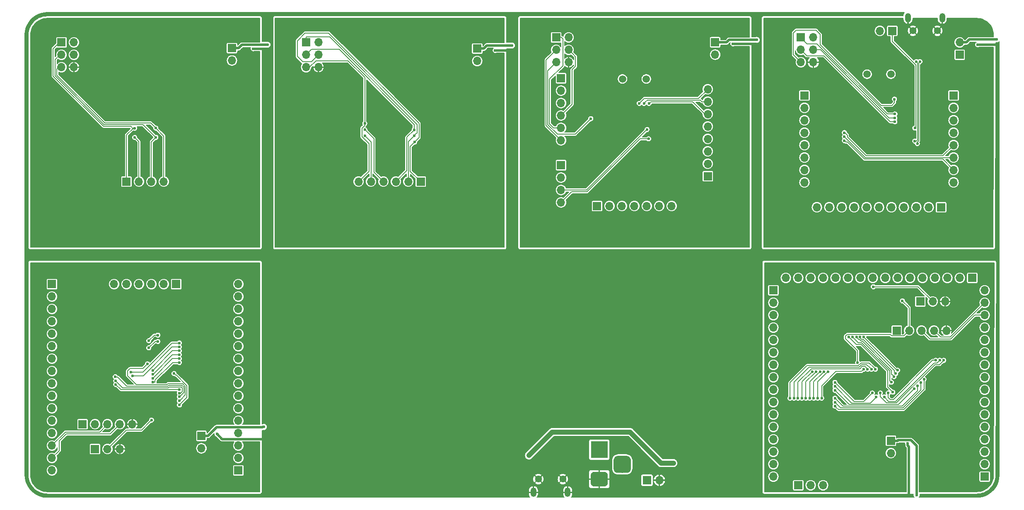
<source format=gbl>
G04 #@! TF.GenerationSoftware,KiCad,Pcbnew,(5.1.4)-1*
G04 #@! TF.CreationDate,2019-10-03T10:29:33+02:00*
G04 #@! TF.ProjectId,regalodilara,72656761-6c6f-4646-996c-6172612e6b69,rev?*
G04 #@! TF.SameCoordinates,Original*
G04 #@! TF.FileFunction,Copper,L2,Bot*
G04 #@! TF.FilePolarity,Positive*
%FSLAX46Y46*%
G04 Gerber Fmt 4.6, Leading zero omitted, Abs format (unit mm)*
G04 Created by KiCad (PCBNEW (5.1.4)-1) date 2019-10-03 10:29:33*
%MOMM*%
%LPD*%
G04 APERTURE LIST*
%ADD10O,1.700000X1.700000*%
%ADD11R,1.700000X1.700000*%
%ADD12O,1.200000X1.900000*%
%ADD13C,1.450000*%
%ADD14C,0.100000*%
%ADD15C,3.500000*%
%ADD16C,3.000000*%
%ADD17R,3.500000X3.500000*%
%ADD18C,1.500000*%
%ADD19C,0.600000*%
%ADD20C,0.500000*%
%ADD21C,0.200000*%
%ADD22C,0.127000*%
%ADD23C,1.000000*%
G04 APERTURE END LIST*
D10*
X180120000Y-146070000D03*
D11*
X177580000Y-146070000D03*
D10*
X68650000Y-105950000D03*
X71190000Y-105950000D03*
X73730000Y-105950000D03*
X76270000Y-105950000D03*
X78810000Y-105950000D03*
D11*
X81350000Y-105950000D03*
D12*
X230930000Y-51452500D03*
X237930000Y-51452500D03*
D13*
X231930000Y-54152500D03*
X236930000Y-54152500D03*
D10*
X110440000Y-61580000D03*
X107900000Y-61580000D03*
X110440000Y-59040000D03*
X107900000Y-59040000D03*
X110440000Y-56500000D03*
D11*
X107900000Y-56500000D03*
D10*
X241500000Y-56500000D03*
D11*
X241500000Y-59040000D03*
D12*
X161370000Y-148547500D03*
X154370000Y-148547500D03*
D13*
X160370000Y-145847500D03*
X155370000Y-145847500D03*
D14*
G36*
X173480765Y-141084213D02*
G01*
X173565704Y-141096813D01*
X173648999Y-141117677D01*
X173729848Y-141146605D01*
X173807472Y-141183319D01*
X173881124Y-141227464D01*
X173950094Y-141278616D01*
X174013718Y-141336282D01*
X174071384Y-141399906D01*
X174122536Y-141468876D01*
X174166681Y-141542528D01*
X174203395Y-141620152D01*
X174232323Y-141701001D01*
X174253187Y-141784296D01*
X174265787Y-141869235D01*
X174270000Y-141955000D01*
X174270000Y-143705000D01*
X174265787Y-143790765D01*
X174253187Y-143875704D01*
X174232323Y-143958999D01*
X174203395Y-144039848D01*
X174166681Y-144117472D01*
X174122536Y-144191124D01*
X174071384Y-144260094D01*
X174013718Y-144323718D01*
X173950094Y-144381384D01*
X173881124Y-144432536D01*
X173807472Y-144476681D01*
X173729848Y-144513395D01*
X173648999Y-144542323D01*
X173565704Y-144563187D01*
X173480765Y-144575787D01*
X173395000Y-144580000D01*
X171645000Y-144580000D01*
X171559235Y-144575787D01*
X171474296Y-144563187D01*
X171391001Y-144542323D01*
X171310152Y-144513395D01*
X171232528Y-144476681D01*
X171158876Y-144432536D01*
X171089906Y-144381384D01*
X171026282Y-144323718D01*
X170968616Y-144260094D01*
X170917464Y-144191124D01*
X170873319Y-144117472D01*
X170836605Y-144039848D01*
X170807677Y-143958999D01*
X170786813Y-143875704D01*
X170774213Y-143790765D01*
X170770000Y-143705000D01*
X170770000Y-141955000D01*
X170774213Y-141869235D01*
X170786813Y-141784296D01*
X170807677Y-141701001D01*
X170836605Y-141620152D01*
X170873319Y-141542528D01*
X170917464Y-141468876D01*
X170968616Y-141399906D01*
X171026282Y-141336282D01*
X171089906Y-141278616D01*
X171158876Y-141227464D01*
X171232528Y-141183319D01*
X171310152Y-141146605D01*
X171391001Y-141117677D01*
X171474296Y-141096813D01*
X171559235Y-141084213D01*
X171645000Y-141080000D01*
X173395000Y-141080000D01*
X173480765Y-141084213D01*
X173480765Y-141084213D01*
G37*
D15*
X172520000Y-142830000D03*
D14*
G36*
X168893513Y-144333611D02*
G01*
X168966318Y-144344411D01*
X169037714Y-144362295D01*
X169107013Y-144387090D01*
X169173548Y-144418559D01*
X169236678Y-144456398D01*
X169295795Y-144500242D01*
X169350330Y-144549670D01*
X169399758Y-144604205D01*
X169443602Y-144663322D01*
X169481441Y-144726452D01*
X169512910Y-144792987D01*
X169537705Y-144862286D01*
X169555589Y-144933682D01*
X169566389Y-145006487D01*
X169570000Y-145080000D01*
X169570000Y-146580000D01*
X169566389Y-146653513D01*
X169555589Y-146726318D01*
X169537705Y-146797714D01*
X169512910Y-146867013D01*
X169481441Y-146933548D01*
X169443602Y-146996678D01*
X169399758Y-147055795D01*
X169350330Y-147110330D01*
X169295795Y-147159758D01*
X169236678Y-147203602D01*
X169173548Y-147241441D01*
X169107013Y-147272910D01*
X169037714Y-147297705D01*
X168966318Y-147315589D01*
X168893513Y-147326389D01*
X168820000Y-147330000D01*
X166820000Y-147330000D01*
X166746487Y-147326389D01*
X166673682Y-147315589D01*
X166602286Y-147297705D01*
X166532987Y-147272910D01*
X166466452Y-147241441D01*
X166403322Y-147203602D01*
X166344205Y-147159758D01*
X166289670Y-147110330D01*
X166240242Y-147055795D01*
X166196398Y-146996678D01*
X166158559Y-146933548D01*
X166127090Y-146867013D01*
X166102295Y-146797714D01*
X166084411Y-146726318D01*
X166073611Y-146653513D01*
X166070000Y-146580000D01*
X166070000Y-145080000D01*
X166073611Y-145006487D01*
X166084411Y-144933682D01*
X166102295Y-144862286D01*
X166127090Y-144792987D01*
X166158559Y-144726452D01*
X166196398Y-144663322D01*
X166240242Y-144604205D01*
X166289670Y-144549670D01*
X166344205Y-144500242D01*
X166403322Y-144456398D01*
X166466452Y-144418559D01*
X166532987Y-144387090D01*
X166602286Y-144362295D01*
X166673682Y-144344411D01*
X166746487Y-144333611D01*
X166820000Y-144330000D01*
X168820000Y-144330000D01*
X168893513Y-144333611D01*
X168893513Y-144333611D01*
G37*
D16*
X167820000Y-145830000D03*
D17*
X167820000Y-139830000D03*
D18*
X227440000Y-63030000D03*
X222560000Y-63030000D03*
X172560000Y-64010000D03*
X177440000Y-64010000D03*
D10*
X225180000Y-54180000D03*
D11*
X227720000Y-54180000D03*
D10*
X205960000Y-104690000D03*
X208500000Y-104690000D03*
X211040000Y-104690000D03*
X213580000Y-104690000D03*
X216120000Y-104690000D03*
X218660000Y-104690000D03*
X221200000Y-104690000D03*
X223740000Y-104690000D03*
X226280000Y-104690000D03*
X228820000Y-104690000D03*
X231360000Y-104690000D03*
X233900000Y-104690000D03*
X236440000Y-104690000D03*
X238980000Y-104690000D03*
X241520000Y-104690000D03*
D11*
X244060000Y-104690000D03*
D10*
X203410000Y-145320000D03*
X203410000Y-142780000D03*
X203410000Y-140240000D03*
X203410000Y-137700000D03*
X203410000Y-135160000D03*
X203410000Y-132620000D03*
X203410000Y-130080000D03*
X203410000Y-127540000D03*
X203410000Y-125000000D03*
X203410000Y-122460000D03*
X203410000Y-119920000D03*
X203410000Y-117380000D03*
X203410000Y-114840000D03*
X203410000Y-112300000D03*
X203410000Y-109760000D03*
D11*
X203410000Y-107220000D03*
D10*
X213580000Y-147090000D03*
X211040000Y-147090000D03*
D11*
X208500000Y-147090000D03*
D10*
X246600000Y-107220000D03*
X246600000Y-109760000D03*
X246600000Y-112300000D03*
X246600000Y-114840000D03*
X246600000Y-117380000D03*
X246600000Y-119920000D03*
X246600000Y-122460000D03*
X246600000Y-125000000D03*
X246600000Y-127540000D03*
X246600000Y-130080000D03*
X246600000Y-132620000D03*
X246600000Y-135160000D03*
X246600000Y-137700000D03*
X246600000Y-140240000D03*
X246600000Y-142780000D03*
D11*
X246600000Y-145320000D03*
D10*
X238510000Y-109500000D03*
X235970000Y-109500000D03*
D11*
X233430000Y-109500000D03*
D10*
X238780000Y-115460000D03*
X236240000Y-115460000D03*
X233700000Y-115460000D03*
X231160000Y-115460000D03*
D11*
X228620000Y-115460000D03*
D10*
X227440000Y-140540000D03*
D11*
X227440000Y-138000000D03*
D10*
X55950000Y-144060000D03*
X55950000Y-141520000D03*
X55950000Y-138980000D03*
X55950000Y-136440000D03*
X55950000Y-133900000D03*
X55950000Y-131360000D03*
X55950000Y-128820000D03*
X55950000Y-126280000D03*
X55950000Y-123740000D03*
X55950000Y-121200000D03*
X55950000Y-118660000D03*
X55950000Y-116120000D03*
X55950000Y-113580000D03*
X55950000Y-111040000D03*
X55950000Y-108500000D03*
D11*
X55950000Y-105960000D03*
D10*
X94050000Y-105960000D03*
X94050000Y-108500000D03*
X94050000Y-111040000D03*
X94050000Y-113580000D03*
X94050000Y-116120000D03*
X94050000Y-118660000D03*
X94050000Y-121200000D03*
X94050000Y-123740000D03*
X94050000Y-126280000D03*
X94050000Y-128820000D03*
X94050000Y-131360000D03*
X94050000Y-133900000D03*
X94050000Y-136440000D03*
X94050000Y-138980000D03*
X94050000Y-141520000D03*
D11*
X94050000Y-144060000D03*
D10*
X72390000Y-134620000D03*
X69850000Y-134620000D03*
X67310000Y-134620000D03*
X64770000Y-134620000D03*
D11*
X62230000Y-134620000D03*
D10*
X69850000Y-139700000D03*
X67310000Y-139700000D03*
D11*
X64770000Y-139700000D03*
D10*
X86500000Y-139540000D03*
D11*
X86500000Y-137000000D03*
D10*
X212300000Y-90250000D03*
X214840000Y-90250000D03*
X217380000Y-90250000D03*
X219920000Y-90250000D03*
X222460000Y-90250000D03*
X225000000Y-90250000D03*
X227540000Y-90250000D03*
X230080000Y-90250000D03*
X232620000Y-90250000D03*
X235160000Y-90250000D03*
D11*
X237700000Y-90250000D03*
D10*
X209760000Y-85160000D03*
X209760000Y-82620000D03*
X209760000Y-80080000D03*
X209760000Y-77540000D03*
X209760000Y-75000000D03*
X209760000Y-72460000D03*
X209760000Y-69920000D03*
D11*
X209760000Y-67380000D03*
D10*
X240240000Y-85160000D03*
X240240000Y-82620000D03*
X240240000Y-80080000D03*
X240240000Y-77540000D03*
X240240000Y-75000000D03*
X240240000Y-72460000D03*
X240240000Y-69920000D03*
D11*
X240240000Y-67380000D03*
D10*
X211580000Y-60580000D03*
X209040000Y-60580000D03*
X211580000Y-58040000D03*
X209040000Y-58040000D03*
X211580000Y-55500000D03*
D11*
X209040000Y-55500000D03*
D10*
X190000000Y-66110000D03*
X190000000Y-68650000D03*
X190000000Y-71190000D03*
X190000000Y-73730000D03*
X190000000Y-76270000D03*
X190000000Y-78810000D03*
X190000000Y-81350000D03*
D11*
X190000000Y-83890000D03*
D10*
X160000000Y-89250000D03*
X160000000Y-86710000D03*
X160000000Y-84170000D03*
D11*
X160000000Y-81630000D03*
D10*
X182620000Y-90000000D03*
X180080000Y-90000000D03*
X177540000Y-90000000D03*
X175000000Y-90000000D03*
X172460000Y-90000000D03*
X169920000Y-90000000D03*
D11*
X167380000Y-90000000D03*
D10*
X161570000Y-60580000D03*
X159030000Y-60580000D03*
X161570000Y-58040000D03*
X159030000Y-58040000D03*
X161570000Y-55500000D03*
D11*
X159030000Y-55500000D03*
D10*
X160000000Y-76550000D03*
X160000000Y-74010000D03*
X160000000Y-71470000D03*
X160000000Y-68930000D03*
X160000000Y-66390000D03*
D11*
X160000000Y-63850000D03*
D10*
X191500000Y-59030000D03*
D11*
X191500000Y-56490000D03*
D10*
X118630000Y-85000000D03*
X121170000Y-85000000D03*
X123710000Y-85000000D03*
X126250000Y-85000000D03*
X128790000Y-85000000D03*
D11*
X131330000Y-85000000D03*
D10*
X142875000Y-60325000D03*
D11*
X142875000Y-57785000D03*
D10*
X78820000Y-85000000D03*
X76280000Y-85000000D03*
X73740000Y-85000000D03*
D11*
X71200000Y-85000000D03*
D10*
X92750000Y-60220000D03*
D11*
X92750000Y-57680000D03*
D10*
X60440000Y-61580000D03*
X57900000Y-61580000D03*
X60440000Y-59040000D03*
X57900000Y-59040000D03*
X60440000Y-56500000D03*
D11*
X57900000Y-56500000D03*
D19*
X97100000Y-57800000D03*
X146558000Y-58166000D03*
X195140000Y-56810000D03*
X245150000Y-56990000D03*
X89690000Y-136610000D03*
X230863974Y-138557010D03*
X184370000Y-131520000D03*
X185070000Y-131520000D03*
X185770000Y-131520000D03*
X186470000Y-131520000D03*
X187170000Y-131520000D03*
X187870000Y-131520000D03*
X188570000Y-131520000D03*
X189270000Y-131520000D03*
X153790000Y-143850000D03*
X158260000Y-144010000D03*
X195730000Y-143740000D03*
X159210000Y-140210000D03*
X100000000Y-57000000D03*
X149987000Y-57150000D03*
X200000000Y-56020000D03*
X249010000Y-55910000D03*
X99260000Y-135170000D03*
X232670000Y-149090000D03*
X177605243Y-74339840D03*
X177920000Y-76240000D03*
X178000000Y-69000000D03*
X176980000Y-69000000D03*
X176000002Y-69000000D03*
X80910000Y-124250000D03*
X82020000Y-130680000D03*
X76310000Y-133780000D03*
X75750000Y-118990000D03*
X77600000Y-117690000D03*
X75740000Y-117539998D03*
X77600000Y-116400000D03*
X68900000Y-124900000D03*
X82000000Y-129000000D03*
X69000000Y-125726499D03*
X82000000Y-128254023D03*
X69000000Y-126500000D03*
X82000000Y-127527010D03*
X72100000Y-124000000D03*
X82000000Y-118000000D03*
X72400000Y-124700000D03*
X82000000Y-118800000D03*
X82000000Y-119600000D03*
X76600000Y-123600000D03*
X82000000Y-120400000D03*
X76600000Y-124400000D03*
X82000000Y-121200000D03*
X76600000Y-125200000D03*
X82000000Y-122000000D03*
X76600000Y-126000000D03*
X77200000Y-74050000D03*
X77200000Y-75940000D03*
X72870000Y-74060000D03*
X119900000Y-73100000D03*
X130100000Y-76900000D03*
X130000000Y-74400000D03*
X72870000Y-75959999D03*
X130000000Y-75600000D03*
X119900000Y-74375000D03*
X119900000Y-75650000D03*
X166100000Y-72120000D03*
X228170000Y-68130000D03*
X228250000Y-72000000D03*
X228250000Y-72750000D03*
X228256232Y-71175166D03*
X217930000Y-76620000D03*
X217930000Y-75800000D03*
X217930000Y-74990000D03*
X232330000Y-74040000D03*
X75485396Y-122261274D03*
X82000004Y-129840000D03*
X220634903Y-122034903D03*
X229780000Y-109400000D03*
X223830000Y-106500000D03*
X213280000Y-129290000D03*
X221837354Y-123372660D03*
X212470004Y-129290000D03*
X214570000Y-123840002D03*
X211660000Y-129290000D03*
X213760006Y-123840000D03*
X210850000Y-129289998D03*
X212949998Y-123840000D03*
X210040000Y-129290002D03*
X212140000Y-123840000D03*
X211332653Y-123842653D03*
X209230000Y-129290000D03*
X208420000Y-129290000D03*
X222650000Y-123370000D03*
X207610000Y-129290000D03*
X223460006Y-123370000D03*
X206800000Y-129290000D03*
X224270000Y-123370000D03*
X234202653Y-125412653D03*
X216000000Y-130919994D03*
X216000000Y-130110000D03*
X233550000Y-126069998D03*
X216000000Y-129300000D03*
X232889951Y-126730000D03*
X216000000Y-127680000D03*
X232230000Y-127390000D03*
X216000000Y-126870000D03*
X224450000Y-129050000D03*
X216000000Y-126060000D03*
X223640000Y-128240000D03*
X221862990Y-116790000D03*
X228800000Y-123570000D03*
X221135977Y-116790000D03*
X228419571Y-124232547D03*
X220408964Y-116790000D03*
X228070000Y-124870000D03*
X219610000Y-116790000D03*
X227520000Y-126020000D03*
X218810000Y-116790000D03*
X227817946Y-128056489D03*
X226880000Y-128240000D03*
X236600002Y-121550000D03*
X226070002Y-129050002D03*
X237410000Y-121550000D03*
X225260000Y-128240000D03*
X238220000Y-121550000D03*
X232322966Y-76712966D03*
X232636500Y-60460000D03*
X232837034Y-77227034D03*
X233363500Y-60460000D03*
X74999996Y-75000000D03*
X87500000Y-58900000D03*
X96000000Y-59000000D03*
X73280000Y-70220000D03*
X226620000Y-68110000D03*
X217930000Y-71040000D03*
X228220000Y-82030000D03*
X221820000Y-81960000D03*
X231810000Y-61250000D03*
X237520000Y-58220000D03*
X243930000Y-58210000D03*
X218197653Y-61202347D03*
X229480000Y-75800000D03*
X235400000Y-75240000D03*
X233120000Y-55250000D03*
X122600000Y-76900000D03*
X145415000Y-59436000D03*
X137900000Y-59250000D03*
X123160000Y-69540000D03*
X186748000Y-57892000D03*
X172040000Y-75400000D03*
X178150953Y-74820202D03*
X168000000Y-62010000D03*
X181990000Y-62010000D03*
X194200000Y-58080000D03*
X74657858Y-122274480D03*
X69000000Y-127300000D03*
X76700000Y-130900000D03*
X82000001Y-122799999D03*
X82010000Y-138580000D03*
X89010000Y-138630000D03*
X70890000Y-115520000D03*
X77940000Y-118810000D03*
X221880000Y-132180000D03*
X232460000Y-122080000D03*
X217500000Y-126300000D03*
X221760000Y-120460000D03*
X235250000Y-130700000D03*
X222950000Y-139320000D03*
X230422990Y-139950000D03*
X227690000Y-129050000D03*
X214780000Y-132790000D03*
X214602500Y-119472500D03*
X153460000Y-140990000D03*
X182970000Y-142570000D03*
D20*
X97100000Y-57800000D02*
X97524264Y-57800000D01*
X97524264Y-57800000D02*
X99100000Y-57800000D01*
X146558000Y-58166000D02*
X150114000Y-58166000D01*
X195140000Y-56810000D02*
X199950000Y-56810000D01*
X245150000Y-56990000D02*
X249400000Y-56990000D01*
X90747001Y-137667001D02*
X99262999Y-137667001D01*
X89690000Y-136610000D02*
X90747001Y-137667001D01*
X231100000Y-139217300D02*
X230863974Y-138981274D01*
X230863974Y-138981274D02*
X230863974Y-138557010D01*
X231100000Y-148970000D02*
X231100000Y-139217300D01*
X92750000Y-57680000D02*
X94100000Y-57680000D01*
X94100000Y-57680000D02*
X94780000Y-57000000D01*
X99575736Y-57000000D02*
X100000000Y-57000000D01*
X94780000Y-57000000D02*
X99575736Y-57000000D01*
X144860000Y-57150000D02*
X149987000Y-57150000D01*
X142875000Y-57785000D02*
X144225000Y-57785000D01*
X144225000Y-57785000D02*
X144860000Y-57150000D01*
X191500000Y-56490000D02*
X193870000Y-56490000D01*
X193870000Y-56490000D02*
X194340000Y-56020000D01*
X194340000Y-56020000D02*
X200000000Y-56020000D01*
X242850000Y-56500000D02*
X243440000Y-55910000D01*
X241500000Y-56500000D02*
X242850000Y-56500000D01*
X243440000Y-55910000D02*
X249010000Y-55910000D01*
X89637001Y-135212999D02*
X98982999Y-135212999D01*
X86500000Y-137000000D02*
X87850000Y-137000000D01*
X87850000Y-137000000D02*
X89637001Y-135212999D01*
X98982999Y-135212999D02*
X99025998Y-135170000D01*
X99025998Y-135170000D02*
X99260000Y-135170000D01*
X231504264Y-137880000D02*
X232670000Y-139045736D01*
X232670000Y-139045736D02*
X232670000Y-148665736D01*
X228910000Y-137880000D02*
X231504264Y-137880000D01*
X228790000Y-138000000D02*
X228910000Y-137880000D01*
X227440000Y-138000000D02*
X228790000Y-138000000D01*
X232670000Y-148665736D02*
X232670000Y-149090000D01*
D21*
X177277699Y-74639839D02*
X177305244Y-74639839D01*
X177305244Y-74639839D02*
X177605243Y-74339840D01*
X165207538Y-86710000D02*
X177277699Y-74639839D01*
X160000000Y-86710000D02*
X165207538Y-86710000D01*
X162200000Y-87050000D02*
X160000000Y-89250000D01*
X165330000Y-87050000D02*
X162200000Y-87050000D01*
X177920000Y-76240000D02*
X176140000Y-76240000D01*
X176140000Y-76240000D02*
X165330000Y-87050000D01*
X178340000Y-68660000D02*
X178000000Y-69000000D01*
X186910000Y-68660000D02*
X178340000Y-68660000D01*
X190000000Y-71190000D02*
X189440000Y-71190000D01*
X189440000Y-71190000D02*
X186910000Y-68660000D01*
X188474930Y-68327011D02*
X177652989Y-68327011D01*
X190000000Y-68650000D02*
X188797919Y-68650000D01*
X188797919Y-68650000D02*
X188474930Y-68327011D01*
X177652989Y-68327011D02*
X177279999Y-68700001D01*
X177279999Y-68700001D02*
X176980000Y-69000000D01*
X176300001Y-68700001D02*
X176000002Y-69000000D01*
X188110000Y-68000000D02*
X177000002Y-68000000D01*
X177000002Y-68000000D02*
X176300001Y-68700001D01*
X190000000Y-66110000D02*
X188110000Y-68000000D01*
X81209999Y-124549999D02*
X81379999Y-124549999D01*
X80910000Y-124250000D02*
X81209999Y-124549999D01*
X81379999Y-124549999D02*
X83550000Y-126720000D01*
X83550000Y-126720000D02*
X83550000Y-129150000D01*
X83550000Y-129150000D02*
X82020000Y-130680000D01*
X76010001Y-134079999D02*
X76310000Y-133780000D01*
X74270000Y-135820000D02*
X76010001Y-134079999D01*
X71190000Y-135820000D02*
X74270000Y-135820000D01*
X67310000Y-139700000D02*
X71190000Y-135820000D01*
X77050000Y-117690000D02*
X77195738Y-117690000D01*
X75750000Y-118990000D02*
X77050000Y-117690000D01*
X77195738Y-117690000D02*
X77620002Y-117690000D01*
X77208726Y-116400000D02*
X77632990Y-116400000D01*
X76879998Y-116400000D02*
X77208726Y-116400000D01*
X75740000Y-117539998D02*
X76879998Y-116400000D01*
X79598451Y-126854012D02*
X79789473Y-126662990D01*
X82892989Y-128107011D02*
X82299999Y-128700001D01*
X82299999Y-128700001D02*
X82000000Y-129000000D01*
X82892989Y-127025452D02*
X82892989Y-128107011D01*
X82530527Y-126662990D02*
X82892989Y-127025452D01*
X79789473Y-126662990D02*
X82530527Y-126662990D01*
X71278276Y-126854012D02*
X79598451Y-126854012D01*
X69424264Y-125000000D02*
X71278276Y-126854012D01*
X69000000Y-125000000D02*
X69424264Y-125000000D01*
X79733903Y-127181023D02*
X79924925Y-126990001D01*
X79924925Y-126990001D02*
X82395076Y-126990001D01*
X82395076Y-126990001D02*
X82565978Y-127160903D01*
X82565978Y-127160903D02*
X82565978Y-127971560D01*
X82283515Y-128254023D02*
X82000000Y-128254023D01*
X82565978Y-127971560D02*
X82283515Y-128254023D01*
X68972858Y-125726499D02*
X70427382Y-127181023D01*
X70427382Y-127181023D02*
X79733903Y-127181023D01*
X81575736Y-127527010D02*
X82000000Y-127527010D01*
X69000000Y-126500000D02*
X70027010Y-127527010D01*
X70027010Y-127527010D02*
X81575736Y-127527010D01*
X74510000Y-124000000D02*
X72100000Y-124000000D01*
X82000000Y-118000000D02*
X80510000Y-118000000D01*
X80510000Y-118000000D02*
X74510000Y-124000000D01*
X74610000Y-124700000D02*
X72400000Y-124700000D01*
X82000000Y-118800000D02*
X80510000Y-118800000D01*
X80510000Y-118800000D02*
X74610000Y-124700000D01*
X76899999Y-123300001D02*
X76600000Y-123600000D01*
X82000000Y-119600000D02*
X80600000Y-119600000D01*
X80600000Y-119600000D02*
X76899999Y-123300001D01*
X76899999Y-124100001D02*
X76600000Y-124400000D01*
X80600000Y-120400000D02*
X76899999Y-124100001D01*
X82000000Y-120400000D02*
X80600000Y-120400000D01*
X82000000Y-121200000D02*
X80600000Y-121200000D01*
X80600000Y-121200000D02*
X76899999Y-124900001D01*
X76899999Y-124900001D02*
X76600000Y-125200000D01*
X77024264Y-126000000D02*
X76600000Y-126000000D01*
X77024264Y-125615736D02*
X77024264Y-126000000D01*
X80640000Y-122000000D02*
X77024264Y-125615736D01*
X82000000Y-122000000D02*
X80640000Y-122000000D01*
X78820000Y-75670000D02*
X78820000Y-85000000D01*
X77200000Y-74050000D02*
X78820000Y-75670000D01*
X57370000Y-61580000D02*
X57830000Y-61580000D01*
X56940000Y-62010000D02*
X57370000Y-61580000D01*
X56940000Y-63220000D02*
X56940000Y-62010000D01*
X66720000Y-73000000D02*
X56940000Y-63220000D01*
X77200000Y-74050000D02*
X76150000Y-73000000D01*
X76150000Y-73000000D02*
X66720000Y-73000000D01*
X76280000Y-76860000D02*
X76280000Y-85000000D01*
X77200000Y-75940000D02*
X76280000Y-76860000D01*
X57560000Y-59040000D02*
X57830000Y-59040000D01*
X56590000Y-60010000D02*
X57560000Y-59040000D01*
X56590000Y-63332463D02*
X56590000Y-60010000D01*
X66584548Y-73327011D02*
X56590000Y-63332463D01*
X77200000Y-75940000D02*
X74587011Y-73327011D01*
X74587011Y-73327011D02*
X66584548Y-73327011D01*
X71200000Y-85000000D02*
X71200000Y-75480000D01*
X71200000Y-75480000D02*
X72620000Y-74060000D01*
X72620000Y-74060000D02*
X72870000Y-74060000D01*
X57500000Y-56500000D02*
X57830000Y-56500000D01*
X72445736Y-74060000D02*
X72055736Y-73670000D01*
X72870000Y-74060000D02*
X72445736Y-74060000D01*
X72055736Y-73670000D02*
X66465074Y-73670000D01*
X66465074Y-73670000D02*
X56200000Y-63404926D01*
X56200000Y-63404926D02*
X56200000Y-57800000D01*
X56200000Y-57800000D02*
X57500000Y-56500000D01*
X119900000Y-63700000D02*
X119900000Y-73100000D01*
X116500000Y-60300000D02*
X119900000Y-63700000D01*
X109900000Y-60300000D02*
X116500000Y-60300000D01*
X107900000Y-61580000D02*
X108620000Y-61580000D01*
X108620000Y-61580000D02*
X109900000Y-60300000D01*
X119900000Y-73475000D02*
X119900000Y-73100000D01*
X119300000Y-74075000D02*
X119900000Y-73475000D01*
X119300000Y-75800000D02*
X119300000Y-74075000D01*
X120750000Y-77250000D02*
X119300000Y-75800000D01*
X118630000Y-85000000D02*
X120750000Y-82880000D01*
X120750000Y-82880000D02*
X120750000Y-77250000D01*
X129200000Y-82870000D02*
X131330000Y-85000000D01*
X130100000Y-76900000D02*
X129200000Y-77800000D01*
X129200000Y-77800000D02*
X129200000Y-82870000D01*
X131000000Y-76000000D02*
X130100000Y-76900000D01*
X112500000Y-54600000D02*
X131000000Y-73100000D01*
X131000000Y-73100000D02*
X131000000Y-76000000D01*
X108977001Y-60502999D02*
X107202999Y-60502999D01*
X110440000Y-59040000D02*
X108977001Y-60502999D01*
X107202999Y-60502999D02*
X106100000Y-59400000D01*
X106100000Y-59400000D02*
X106100000Y-56191398D01*
X106100000Y-56191398D02*
X107691398Y-54600000D01*
X107691398Y-54600000D02*
X112500000Y-54600000D01*
X128500000Y-82750000D02*
X126250000Y-85000000D01*
X130000000Y-74400000D02*
X128500000Y-75900000D01*
X128500000Y-75900000D02*
X128500000Y-82750000D01*
X108749999Y-58190001D02*
X107900000Y-59040000D01*
X108977001Y-57962999D02*
X108749999Y-58190001D01*
X114662999Y-57962999D02*
X108977001Y-57962999D01*
X130000000Y-74400000D02*
X130000000Y-73300000D01*
X130000000Y-73300000D02*
X114662999Y-57962999D01*
X73740000Y-85000000D02*
X73740000Y-76829999D01*
X73740000Y-76829999D02*
X73169999Y-76259998D01*
X73169999Y-76259998D02*
X72870000Y-75959999D01*
X128827011Y-83760908D02*
X128790000Y-83797919D01*
X128790000Y-83797919D02*
X128790000Y-85000000D01*
X128827011Y-76772989D02*
X128827011Y-83760908D01*
X130000000Y-75600000D02*
X128827011Y-76772989D01*
X130299999Y-75300001D02*
X130000000Y-75600000D01*
X107900000Y-55450000D02*
X107927001Y-55422999D01*
X107900000Y-56500000D02*
X107900000Y-55450000D01*
X107927001Y-55422999D02*
X112722999Y-55422999D01*
X112722999Y-55422999D02*
X130600000Y-73300000D01*
X130600000Y-73300000D02*
X130600000Y-75000000D01*
X130600000Y-75000000D02*
X130299999Y-75300001D01*
X121775000Y-83065000D02*
X123710000Y-85000000D01*
X119900000Y-74375000D02*
X121775000Y-76250000D01*
X121775000Y-76250000D02*
X121775000Y-83065000D01*
X121170000Y-76920000D02*
X121170000Y-85000000D01*
X119900000Y-75650000D02*
X121170000Y-76920000D01*
X156970000Y-60100000D02*
X158180001Y-58889999D01*
X158180001Y-58889999D02*
X159030000Y-58040000D01*
X156970000Y-73520000D02*
X156970000Y-60100000D01*
X160000000Y-76550000D02*
X156970000Y-73520000D01*
X160080000Y-55500000D02*
X159030000Y-55500000D01*
X158460000Y-74010000D02*
X157640000Y-73190000D01*
X160000000Y-74010000D02*
X158460000Y-74010000D01*
X157640000Y-64060000D02*
X160380000Y-61320000D01*
X157640000Y-73190000D02*
X157640000Y-64060000D01*
X160380000Y-61320000D02*
X160380000Y-55800000D01*
X160380000Y-55800000D02*
X160080000Y-55500000D01*
X162419999Y-58889999D02*
X161570000Y-58040000D01*
X162970000Y-59440000D02*
X162419999Y-58889999D01*
X162970000Y-61400000D02*
X162970000Y-59440000D01*
X162270000Y-62100000D02*
X162970000Y-61400000D01*
X160000000Y-71470000D02*
X162270000Y-69200000D01*
X162270000Y-69200000D02*
X162270000Y-62100000D01*
X157297011Y-62312989D02*
X158180001Y-61429999D01*
X158180001Y-61429999D02*
X159030000Y-60580000D01*
X157297011Y-73309474D02*
X157297011Y-62312989D01*
X166100000Y-72120000D02*
X162930000Y-75290000D01*
X162930000Y-75290000D02*
X159277537Y-75290000D01*
X159277537Y-75290000D02*
X157297011Y-73309474D01*
X207500000Y-59040000D02*
X209040000Y-60580000D01*
X207500000Y-54600000D02*
X207500000Y-59040000D01*
X212100000Y-54000000D02*
X208100000Y-54000000D01*
X228170000Y-68130000D02*
X228170000Y-68830000D01*
X225400000Y-69400000D02*
X213000000Y-57000000D01*
X208100000Y-54000000D02*
X207500000Y-54600000D01*
X213000000Y-57000000D02*
X213000000Y-54900000D01*
X228170000Y-68830000D02*
X227600000Y-69400000D01*
X227600000Y-69400000D02*
X225400000Y-69400000D01*
X213000000Y-54900000D02*
X212100000Y-54000000D01*
X228250000Y-72000000D02*
X227000000Y-72000000D01*
X213040000Y-58040000D02*
X211580000Y-58040000D01*
X227000000Y-72000000D02*
X213040000Y-58040000D01*
X210250000Y-59250000D02*
X209040000Y-58040000D01*
X213750000Y-59250000D02*
X210250000Y-59250000D01*
X228250000Y-72750000D02*
X227250000Y-72750000D01*
X227250000Y-72750000D02*
X213750000Y-59250000D01*
X209040000Y-55540000D02*
X209040000Y-55500000D01*
X210300000Y-56800000D02*
X209040000Y-55540000D01*
X212337538Y-56800000D02*
X210300000Y-56800000D01*
X228256232Y-71175166D02*
X226712704Y-71175166D01*
X226712704Y-71175166D02*
X212337538Y-56800000D01*
X218229999Y-76919999D02*
X217930000Y-76620000D01*
X218579999Y-76919999D02*
X218229999Y-76919999D01*
X222060000Y-80400000D02*
X218579999Y-76919999D01*
X240240000Y-82620000D02*
X238020000Y-80400000D01*
X238020000Y-80400000D02*
X222060000Y-80400000D01*
X222202989Y-80072989D02*
X218229999Y-76099999D01*
X218229999Y-76099999D02*
X217930000Y-75800000D01*
X239030908Y-80072989D02*
X222202989Y-80072989D01*
X240240000Y-80080000D02*
X239037919Y-80080000D01*
X239037919Y-80080000D02*
X239030908Y-80072989D01*
X218030000Y-74990000D02*
X217930000Y-74990000D01*
X218540000Y-75500000D02*
X218030000Y-74990000D01*
X218540000Y-75880000D02*
X218540000Y-75500000D01*
X222380000Y-79720000D02*
X218540000Y-75880000D01*
X240240000Y-77540000D02*
X238060000Y-79720000D01*
X238060000Y-79720000D02*
X222380000Y-79720000D01*
X227720000Y-56320000D02*
X227720000Y-54180000D01*
X232560000Y-61160000D02*
X227720000Y-56320000D01*
X232330000Y-74040000D02*
X232560000Y-73810000D01*
X232560000Y-73810000D02*
X232560000Y-61160000D01*
X67900000Y-136570000D02*
X69850000Y-134620000D01*
X58870000Y-136570000D02*
X67900000Y-136570000D01*
X57440000Y-138000000D02*
X58870000Y-136570000D01*
X55950000Y-141520000D02*
X57440000Y-140030000D01*
X57440000Y-140030000D02*
X57440000Y-138000000D01*
X58710000Y-136220000D02*
X55950000Y-138980000D01*
X65710000Y-136220000D02*
X65340000Y-136220000D01*
X67310000Y-134620000D02*
X65710000Y-136220000D01*
X65510000Y-136220000D02*
X65340000Y-136220000D01*
X65340000Y-136220000D02*
X58710000Y-136220000D01*
X74526670Y-123220000D02*
X71890000Y-123220000D01*
X75485396Y-122261274D02*
X74526670Y-123220000D01*
X82300003Y-129540001D02*
X82000004Y-129840000D01*
X71890000Y-123220000D02*
X71420000Y-123690000D01*
X79654022Y-126335980D02*
X82665980Y-126335980D01*
X83219999Y-126889999D02*
X83219999Y-128620005D01*
X83219999Y-128620005D02*
X82300003Y-129540001D01*
X82665980Y-126335980D02*
X83219999Y-126889999D01*
X79463001Y-126527001D02*
X79654022Y-126335980D01*
X73237001Y-126527001D02*
X79463001Y-126527001D01*
X71420000Y-123690000D02*
X71420000Y-124710000D01*
X71420000Y-124710000D02*
X73237001Y-126527001D01*
X218110000Y-117070000D02*
X220620000Y-119580000D01*
X220620000Y-122020000D02*
X220634903Y-122034903D01*
X230082999Y-116537001D02*
X227588399Y-116537001D01*
X231160000Y-115460000D02*
X230082999Y-116537001D01*
X227301398Y-116250000D02*
X218500000Y-116250000D01*
X227588399Y-116537001D02*
X227301398Y-116250000D01*
X218500000Y-116250000D02*
X218110000Y-116640000D01*
X220620000Y-119580000D02*
X220620000Y-122020000D01*
X218110000Y-116640000D02*
X218110000Y-117070000D01*
X231160000Y-110780000D02*
X231160000Y-115460000D01*
X229780000Y-109400000D02*
X231160000Y-110780000D01*
X232970000Y-106500000D02*
X235970000Y-109500000D01*
X223830000Y-106500000D02*
X232970000Y-106500000D01*
X221380015Y-123829999D02*
X221537355Y-123672659D01*
X221537355Y-123672659D02*
X221837354Y-123372660D01*
X213280000Y-126750000D02*
X216200001Y-123829999D01*
X216200001Y-123829999D02*
X221380015Y-123829999D01*
X213280000Y-129290000D02*
X213280000Y-126750000D01*
X212470004Y-129290000D02*
X212470004Y-125939998D01*
X214270001Y-124140001D02*
X214570000Y-123840002D01*
X212470004Y-125939998D02*
X214270001Y-124140001D01*
X211660000Y-125940006D02*
X213460007Y-124139999D01*
X213460007Y-124139999D02*
X213760006Y-123840000D01*
X211660000Y-129290000D02*
X211660000Y-125940006D01*
X212649999Y-124139999D02*
X212949998Y-123840000D01*
X210850000Y-125939998D02*
X212649999Y-124139999D01*
X210850000Y-129289998D02*
X210850000Y-125939998D01*
X210040000Y-125940000D02*
X211840001Y-124139999D01*
X211840001Y-124139999D02*
X212140000Y-123840000D01*
X210040000Y-129290002D02*
X210040000Y-125940000D01*
X209230000Y-125945306D02*
X209230000Y-128865736D01*
X211332653Y-123842653D02*
X209230000Y-125945306D01*
X209230000Y-128865736D02*
X209230000Y-129290000D01*
X208420000Y-126010000D02*
X211168977Y-123261023D01*
X211168977Y-123261023D02*
X221099015Y-123261023D01*
X208420000Y-129290000D02*
X208420000Y-126010000D01*
X222090029Y-122810029D02*
X222350001Y-123070001D01*
X221099015Y-123261023D02*
X221550009Y-122810029D01*
X221550009Y-122810029D02*
X222090029Y-122810029D01*
X222350001Y-123070001D02*
X222650000Y-123370000D01*
X223160007Y-123070001D02*
X223460006Y-123370000D01*
X207610000Y-126020000D02*
X210695988Y-122934012D01*
X207610000Y-129290000D02*
X207610000Y-126020000D01*
X210695988Y-122934012D02*
X220943563Y-122934012D01*
X220943563Y-122934012D02*
X221464576Y-122412999D01*
X221464576Y-122412999D02*
X222503005Y-122412999D01*
X222503005Y-122412999D02*
X223160007Y-123070001D01*
X223970001Y-123070001D02*
X224270000Y-123370000D01*
X206800000Y-126110000D02*
X210302999Y-122607001D01*
X206800000Y-129290000D02*
X206800000Y-126110000D01*
X210302999Y-122607001D02*
X220808111Y-122607001D01*
X220808111Y-122607001D02*
X221329124Y-122085988D01*
X221329124Y-122085988D02*
X222985988Y-122085988D01*
X222985988Y-122085988D02*
X223970001Y-123070001D01*
X234202653Y-125412653D02*
X234202653Y-127427347D01*
X234202653Y-127427347D02*
X230044945Y-131585055D01*
X230044945Y-131585055D02*
X216665061Y-131585055D01*
X216299999Y-131219993D02*
X216000000Y-130919994D01*
X216665061Y-131585055D02*
X216299999Y-131219993D01*
X233550000Y-126494262D02*
X233550000Y-126069998D01*
X233550000Y-127617538D02*
X233550000Y-126494262D01*
X229909494Y-131258044D02*
X233550000Y-127617538D01*
X217148044Y-131258044D02*
X229909494Y-131258044D01*
X216000000Y-130110000D02*
X217148044Y-131258044D01*
X217631033Y-130931033D02*
X229774043Y-130931033D01*
X229774043Y-130931033D02*
X232889951Y-127815125D01*
X216000000Y-129300000D02*
X217631033Y-130931033D01*
X232889951Y-127815125D02*
X232889951Y-126714766D01*
X218946457Y-130604022D02*
X229005978Y-130604022D01*
X216031578Y-127689143D02*
X218946457Y-130604022D01*
X229005978Y-130604022D02*
X232230000Y-127380000D01*
X216002525Y-126834737D02*
X219444799Y-130277011D01*
X219444799Y-130277011D02*
X223222989Y-130277011D01*
X223222989Y-130277011D02*
X224150001Y-129349999D01*
X224150001Y-129349999D02*
X224450000Y-129050000D01*
X223620000Y-128240000D02*
X223640000Y-128240000D01*
X221910000Y-129950000D02*
X223620000Y-128240000D01*
X216010000Y-126060000D02*
X219900000Y-129950000D01*
X219900000Y-129950000D02*
X221910000Y-129950000D01*
X221862990Y-116790000D02*
X228642990Y-123570000D01*
X228642990Y-123570000D02*
X228800000Y-123570000D01*
X228119572Y-123932548D02*
X228419571Y-124232547D01*
X221135977Y-116790000D02*
X221135977Y-116965977D01*
X228110001Y-123922977D02*
X228119572Y-123932548D01*
X228110001Y-123620001D02*
X228110001Y-123922977D01*
X221807001Y-117317001D02*
X228110001Y-123620001D01*
X221135977Y-116965977D02*
X221487001Y-117317001D01*
X221487001Y-117317001D02*
X221807001Y-117317001D01*
X220408964Y-116790000D02*
X220408964Y-116842949D01*
X220408964Y-116842949D02*
X220883016Y-117317001D01*
X221598935Y-117644009D02*
X227567430Y-123612504D01*
X220883016Y-117317001D02*
X221024541Y-117317001D01*
X227770001Y-124570001D02*
X228070000Y-124870000D01*
X227567430Y-124367430D02*
X227770001Y-124570001D01*
X227567430Y-123612504D02*
X227567430Y-124367430D01*
X221351549Y-117644009D02*
X221598935Y-117644009D01*
X221024541Y-117317001D02*
X221351549Y-117644009D01*
X219610000Y-116790000D02*
X220791020Y-117971020D01*
X220791020Y-117971020D02*
X221463483Y-117971020D01*
X221463483Y-117971020D02*
X227220001Y-123727538D01*
X227220001Y-125720001D02*
X227520000Y-126020000D01*
X227220001Y-123727538D02*
X227220001Y-125720001D01*
X226760000Y-126998543D02*
X227517947Y-127756490D01*
X221328031Y-118298031D02*
X226760000Y-123730000D01*
X220318031Y-118298031D02*
X221328031Y-118298031D01*
X218810000Y-116790000D02*
X220318031Y-118298031D01*
X227517947Y-127756490D02*
X227817946Y-128056489D01*
X226760000Y-123730000D02*
X226760000Y-126998543D01*
X226880000Y-128240000D02*
X226880000Y-129139962D01*
X226880000Y-129139962D02*
X227317039Y-129577001D01*
X227317039Y-129577001D02*
X227938735Y-129577001D01*
X227938735Y-129577001D02*
X235965736Y-121550000D01*
X236175738Y-121550000D02*
X236600002Y-121550000D01*
X235965736Y-121550000D02*
X236175738Y-121550000D01*
X226070002Y-129050002D02*
X226964012Y-129944012D01*
X236257039Y-122077001D02*
X236882999Y-122077001D01*
X226964012Y-129944012D02*
X228390028Y-129944012D01*
X237110001Y-121849999D02*
X237410000Y-121550000D01*
X236882999Y-122077001D02*
X237110001Y-121849999D01*
X228390028Y-129944012D02*
X236257039Y-122077001D01*
X225260000Y-128999962D02*
X226531061Y-130271023D01*
X237920001Y-121849999D02*
X238220000Y-121550000D01*
X237365988Y-122404012D02*
X237920001Y-121849999D01*
X225260000Y-128240000D02*
X225260000Y-128999962D01*
X228560224Y-130271023D02*
X236427235Y-122404012D01*
X236427235Y-122404012D02*
X237365988Y-122404012D01*
X226531061Y-130271023D02*
X228560224Y-130271023D01*
D22*
X232873000Y-76497394D02*
X232657428Y-76712966D01*
X232657428Y-76712966D02*
X232322966Y-76712966D01*
X232873000Y-60696500D02*
X232873000Y-76497394D01*
X232636500Y-60460000D02*
X232873000Y-60696500D01*
X232837034Y-76892572D02*
X232837034Y-77227034D01*
X233363500Y-60460000D02*
X233127000Y-60696500D01*
X233127000Y-76602606D02*
X232837034Y-76892572D01*
X233127000Y-60696500D02*
X233127000Y-76602606D01*
D21*
X237590000Y-116810000D02*
X236240000Y-115460000D01*
X246600000Y-109760000D02*
X239550000Y-116810000D01*
X239550000Y-116810000D02*
X237590000Y-116810000D01*
X235410000Y-117170000D02*
X233700000Y-115460000D01*
X239680000Y-117170000D02*
X235410000Y-117170000D01*
X246600000Y-112300000D02*
X244550000Y-112300000D01*
X244550000Y-112300000D02*
X239680000Y-117170000D01*
D23*
X182970000Y-142570000D02*
X180460000Y-142570000D01*
X180460000Y-142570000D02*
X174120000Y-136230000D01*
X158220000Y-136230000D02*
X153460000Y-140990000D01*
X174120000Y-136230000D02*
X158220000Y-136230000D01*
D21*
G36*
X245471691Y-101618824D02*
G01*
X245823771Y-101674685D01*
X246168050Y-101767097D01*
X246500775Y-101895056D01*
X246818253Y-102057138D01*
X247117032Y-102251582D01*
X247393807Y-102476239D01*
X247645532Y-102728636D01*
X247869449Y-103006003D01*
X248063095Y-103305294D01*
X248224337Y-103623214D01*
X248351405Y-103956266D01*
X248442905Y-104300802D01*
X248497826Y-104653016D01*
X248515698Y-105011661D01*
X248409294Y-145006442D01*
X248389645Y-145363777D01*
X248333229Y-145714537D01*
X248240519Y-146057494D01*
X248112525Y-146388907D01*
X247950646Y-146705153D01*
X247756655Y-147002775D01*
X247532661Y-147278532D01*
X247281107Y-147529419D01*
X247004762Y-147752671D01*
X246706621Y-147945873D01*
X246389942Y-148106911D01*
X246058195Y-148234021D01*
X245714992Y-148325819D01*
X245364078Y-148381302D01*
X245006692Y-148400000D01*
X233220000Y-148400000D01*
X233220000Y-144470000D01*
X245448549Y-144470000D01*
X245448549Y-146170000D01*
X245454341Y-146228810D01*
X245471496Y-146285360D01*
X245499353Y-146337477D01*
X245536842Y-146383158D01*
X245582523Y-146420647D01*
X245634640Y-146448504D01*
X245691190Y-146465659D01*
X245750000Y-146471451D01*
X247450000Y-146471451D01*
X247508810Y-146465659D01*
X247565360Y-146448504D01*
X247617477Y-146420647D01*
X247663158Y-146383158D01*
X247700647Y-146337477D01*
X247728504Y-146285360D01*
X247745659Y-146228810D01*
X247751451Y-146170000D01*
X247751451Y-144470000D01*
X247745659Y-144411190D01*
X247728504Y-144354640D01*
X247700647Y-144302523D01*
X247663158Y-144256842D01*
X247617477Y-144219353D01*
X247565360Y-144191496D01*
X247508810Y-144174341D01*
X247450000Y-144168549D01*
X245750000Y-144168549D01*
X245691190Y-144174341D01*
X245634640Y-144191496D01*
X245582523Y-144219353D01*
X245536842Y-144256842D01*
X245499353Y-144302523D01*
X245471496Y-144354640D01*
X245454341Y-144411190D01*
X245448549Y-144470000D01*
X233220000Y-144470000D01*
X233220000Y-142780000D01*
X245444436Y-142780000D01*
X245466640Y-143005439D01*
X245532398Y-143222215D01*
X245639184Y-143421997D01*
X245782893Y-143597107D01*
X245958003Y-143740816D01*
X246157785Y-143847602D01*
X246374561Y-143913360D01*
X246543508Y-143930000D01*
X246656492Y-143930000D01*
X246825439Y-143913360D01*
X247042215Y-143847602D01*
X247241997Y-143740816D01*
X247417107Y-143597107D01*
X247560816Y-143421997D01*
X247667602Y-143222215D01*
X247733360Y-143005439D01*
X247755564Y-142780000D01*
X247733360Y-142554561D01*
X247667602Y-142337785D01*
X247560816Y-142138003D01*
X247417107Y-141962893D01*
X247241997Y-141819184D01*
X247042215Y-141712398D01*
X246825439Y-141646640D01*
X246656492Y-141630000D01*
X246543508Y-141630000D01*
X246374561Y-141646640D01*
X246157785Y-141712398D01*
X245958003Y-141819184D01*
X245782893Y-141962893D01*
X245639184Y-142138003D01*
X245532398Y-142337785D01*
X245466640Y-142554561D01*
X245444436Y-142780000D01*
X233220000Y-142780000D01*
X233220000Y-140240000D01*
X245444436Y-140240000D01*
X245466640Y-140465439D01*
X245532398Y-140682215D01*
X245639184Y-140881997D01*
X245782893Y-141057107D01*
X245958003Y-141200816D01*
X246157785Y-141307602D01*
X246374561Y-141373360D01*
X246543508Y-141390000D01*
X246656492Y-141390000D01*
X246825439Y-141373360D01*
X247042215Y-141307602D01*
X247241997Y-141200816D01*
X247417107Y-141057107D01*
X247560816Y-140881997D01*
X247667602Y-140682215D01*
X247733360Y-140465439D01*
X247755564Y-140240000D01*
X247733360Y-140014561D01*
X247667602Y-139797785D01*
X247560816Y-139598003D01*
X247417107Y-139422893D01*
X247241997Y-139279184D01*
X247042215Y-139172398D01*
X246825439Y-139106640D01*
X246656492Y-139090000D01*
X246543508Y-139090000D01*
X246374561Y-139106640D01*
X246157785Y-139172398D01*
X245958003Y-139279184D01*
X245782893Y-139422893D01*
X245639184Y-139598003D01*
X245532398Y-139797785D01*
X245466640Y-140014561D01*
X245444436Y-140240000D01*
X233220000Y-140240000D01*
X233220000Y-139072747D01*
X233222660Y-139045736D01*
X233220000Y-139018725D01*
X233220000Y-139018718D01*
X233212042Y-138937917D01*
X233180592Y-138834242D01*
X233129521Y-138738694D01*
X233060790Y-138654946D01*
X233039804Y-138637723D01*
X232102081Y-137700000D01*
X245444436Y-137700000D01*
X245466640Y-137925439D01*
X245532398Y-138142215D01*
X245639184Y-138341997D01*
X245782893Y-138517107D01*
X245958003Y-138660816D01*
X246157785Y-138767602D01*
X246374561Y-138833360D01*
X246543508Y-138850000D01*
X246656492Y-138850000D01*
X246825439Y-138833360D01*
X247042215Y-138767602D01*
X247241997Y-138660816D01*
X247417107Y-138517107D01*
X247560816Y-138341997D01*
X247667602Y-138142215D01*
X247733360Y-137925439D01*
X247755564Y-137700000D01*
X247733360Y-137474561D01*
X247667602Y-137257785D01*
X247560816Y-137058003D01*
X247417107Y-136882893D01*
X247241997Y-136739184D01*
X247042215Y-136632398D01*
X246825439Y-136566640D01*
X246656492Y-136550000D01*
X246543508Y-136550000D01*
X246374561Y-136566640D01*
X246157785Y-136632398D01*
X245958003Y-136739184D01*
X245782893Y-136882893D01*
X245639184Y-137058003D01*
X245532398Y-137257785D01*
X245466640Y-137474561D01*
X245444436Y-137700000D01*
X232102081Y-137700000D01*
X231912277Y-137510196D01*
X231895054Y-137489210D01*
X231811306Y-137420479D01*
X231715758Y-137369408D01*
X231612083Y-137337958D01*
X231531282Y-137330000D01*
X231531272Y-137330000D01*
X231504264Y-137327340D01*
X231477256Y-137330000D01*
X228937011Y-137330000D01*
X228910000Y-137327340D01*
X228882989Y-137330000D01*
X228882982Y-137330000D01*
X228802181Y-137337958D01*
X228698506Y-137369408D01*
X228602958Y-137420479D01*
X228591451Y-137429923D01*
X228591451Y-137150000D01*
X228585659Y-137091190D01*
X228568504Y-137034640D01*
X228540647Y-136982523D01*
X228503158Y-136936842D01*
X228457477Y-136899353D01*
X228405360Y-136871496D01*
X228348810Y-136854341D01*
X228290000Y-136848549D01*
X226590000Y-136848549D01*
X226531190Y-136854341D01*
X226474640Y-136871496D01*
X226422523Y-136899353D01*
X226376842Y-136936842D01*
X226339353Y-136982523D01*
X226311496Y-137034640D01*
X226294341Y-137091190D01*
X226288549Y-137150000D01*
X226288549Y-138850000D01*
X226294341Y-138908810D01*
X226311496Y-138965360D01*
X226339353Y-139017477D01*
X226376842Y-139063158D01*
X226422523Y-139100647D01*
X226474640Y-139128504D01*
X226531190Y-139145659D01*
X226590000Y-139151451D01*
X228290000Y-139151451D01*
X228348810Y-139145659D01*
X228405360Y-139128504D01*
X228457477Y-139100647D01*
X228503158Y-139063158D01*
X228540647Y-139017477D01*
X228568504Y-138965360D01*
X228585659Y-138908810D01*
X228591451Y-138850000D01*
X228591451Y-138550000D01*
X228762992Y-138550000D01*
X228790000Y-138552660D01*
X228817008Y-138550000D01*
X228817018Y-138550000D01*
X228897819Y-138542042D01*
X229001494Y-138510592D01*
X229097042Y-138459521D01*
X229133013Y-138430000D01*
X230277483Y-138430000D01*
X230263974Y-138497915D01*
X230263974Y-138616105D01*
X230287032Y-138732024D01*
X230313974Y-138797068D01*
X230313974Y-138954266D01*
X230311314Y-138981274D01*
X230313974Y-139008282D01*
X230313974Y-139008291D01*
X230321932Y-139089092D01*
X230353382Y-139192767D01*
X230404453Y-139288316D01*
X230473184Y-139372064D01*
X230494170Y-139389287D01*
X230550001Y-139445118D01*
X230550000Y-148400000D01*
X205002619Y-148400000D01*
X204644618Y-148381238D01*
X204293132Y-148325568D01*
X203949382Y-148233460D01*
X203617154Y-148105930D01*
X203300066Y-147944366D01*
X203001613Y-147750548D01*
X202725049Y-147526591D01*
X202473409Y-147274951D01*
X202249452Y-146998387D01*
X202055634Y-146699934D01*
X201894070Y-146382846D01*
X201766540Y-146050618D01*
X201674432Y-145706868D01*
X201618762Y-145355382D01*
X201616908Y-145320000D01*
X202254436Y-145320000D01*
X202276640Y-145545439D01*
X202342398Y-145762215D01*
X202449184Y-145961997D01*
X202592893Y-146137107D01*
X202768003Y-146280816D01*
X202967785Y-146387602D01*
X203184561Y-146453360D01*
X203353508Y-146470000D01*
X203466492Y-146470000D01*
X203635439Y-146453360D01*
X203852215Y-146387602D01*
X204051997Y-146280816D01*
X204101731Y-146240000D01*
X207348549Y-146240000D01*
X207348549Y-147940000D01*
X207354341Y-147998810D01*
X207371496Y-148055360D01*
X207399353Y-148107477D01*
X207436842Y-148153158D01*
X207482523Y-148190647D01*
X207534640Y-148218504D01*
X207591190Y-148235659D01*
X207650000Y-148241451D01*
X209350000Y-148241451D01*
X209408810Y-148235659D01*
X209465360Y-148218504D01*
X209517477Y-148190647D01*
X209563158Y-148153158D01*
X209600647Y-148107477D01*
X209628504Y-148055360D01*
X209645659Y-147998810D01*
X209651451Y-147940000D01*
X209651451Y-147090000D01*
X209884436Y-147090000D01*
X209906640Y-147315439D01*
X209972398Y-147532215D01*
X210079184Y-147731997D01*
X210222893Y-147907107D01*
X210398003Y-148050816D01*
X210597785Y-148157602D01*
X210814561Y-148223360D01*
X210983508Y-148240000D01*
X211096492Y-148240000D01*
X211265439Y-148223360D01*
X211482215Y-148157602D01*
X211681997Y-148050816D01*
X211857107Y-147907107D01*
X212000816Y-147731997D01*
X212107602Y-147532215D01*
X212173360Y-147315439D01*
X212195564Y-147090000D01*
X212424436Y-147090000D01*
X212446640Y-147315439D01*
X212512398Y-147532215D01*
X212619184Y-147731997D01*
X212762893Y-147907107D01*
X212938003Y-148050816D01*
X213137785Y-148157602D01*
X213354561Y-148223360D01*
X213523508Y-148240000D01*
X213636492Y-148240000D01*
X213805439Y-148223360D01*
X214022215Y-148157602D01*
X214221997Y-148050816D01*
X214397107Y-147907107D01*
X214540816Y-147731997D01*
X214647602Y-147532215D01*
X214713360Y-147315439D01*
X214735564Y-147090000D01*
X214713360Y-146864561D01*
X214647602Y-146647785D01*
X214540816Y-146448003D01*
X214397107Y-146272893D01*
X214221997Y-146129184D01*
X214022215Y-146022398D01*
X213805439Y-145956640D01*
X213636492Y-145940000D01*
X213523508Y-145940000D01*
X213354561Y-145956640D01*
X213137785Y-146022398D01*
X212938003Y-146129184D01*
X212762893Y-146272893D01*
X212619184Y-146448003D01*
X212512398Y-146647785D01*
X212446640Y-146864561D01*
X212424436Y-147090000D01*
X212195564Y-147090000D01*
X212173360Y-146864561D01*
X212107602Y-146647785D01*
X212000816Y-146448003D01*
X211857107Y-146272893D01*
X211681997Y-146129184D01*
X211482215Y-146022398D01*
X211265439Y-145956640D01*
X211096492Y-145940000D01*
X210983508Y-145940000D01*
X210814561Y-145956640D01*
X210597785Y-146022398D01*
X210398003Y-146129184D01*
X210222893Y-146272893D01*
X210079184Y-146448003D01*
X209972398Y-146647785D01*
X209906640Y-146864561D01*
X209884436Y-147090000D01*
X209651451Y-147090000D01*
X209651451Y-146240000D01*
X209645659Y-146181190D01*
X209628504Y-146124640D01*
X209600647Y-146072523D01*
X209563158Y-146026842D01*
X209517477Y-145989353D01*
X209465360Y-145961496D01*
X209408810Y-145944341D01*
X209350000Y-145938549D01*
X207650000Y-145938549D01*
X207591190Y-145944341D01*
X207534640Y-145961496D01*
X207482523Y-145989353D01*
X207436842Y-146026842D01*
X207399353Y-146072523D01*
X207371496Y-146124640D01*
X207354341Y-146181190D01*
X207348549Y-146240000D01*
X204101731Y-146240000D01*
X204227107Y-146137107D01*
X204370816Y-145961997D01*
X204477602Y-145762215D01*
X204543360Y-145545439D01*
X204565564Y-145320000D01*
X204543360Y-145094561D01*
X204477602Y-144877785D01*
X204370816Y-144678003D01*
X204227107Y-144502893D01*
X204051997Y-144359184D01*
X203852215Y-144252398D01*
X203635439Y-144186640D01*
X203466492Y-144170000D01*
X203353508Y-144170000D01*
X203184561Y-144186640D01*
X202967785Y-144252398D01*
X202768003Y-144359184D01*
X202592893Y-144502893D01*
X202449184Y-144678003D01*
X202342398Y-144877785D01*
X202276640Y-145094561D01*
X202254436Y-145320000D01*
X201616908Y-145320000D01*
X201600000Y-144997381D01*
X201600000Y-142780000D01*
X202254436Y-142780000D01*
X202276640Y-143005439D01*
X202342398Y-143222215D01*
X202449184Y-143421997D01*
X202592893Y-143597107D01*
X202768003Y-143740816D01*
X202967785Y-143847602D01*
X203184561Y-143913360D01*
X203353508Y-143930000D01*
X203466492Y-143930000D01*
X203635439Y-143913360D01*
X203852215Y-143847602D01*
X204051997Y-143740816D01*
X204227107Y-143597107D01*
X204370816Y-143421997D01*
X204477602Y-143222215D01*
X204543360Y-143005439D01*
X204565564Y-142780000D01*
X204543360Y-142554561D01*
X204477602Y-142337785D01*
X204370816Y-142138003D01*
X204227107Y-141962893D01*
X204051997Y-141819184D01*
X203852215Y-141712398D01*
X203635439Y-141646640D01*
X203466492Y-141630000D01*
X203353508Y-141630000D01*
X203184561Y-141646640D01*
X202967785Y-141712398D01*
X202768003Y-141819184D01*
X202592893Y-141962893D01*
X202449184Y-142138003D01*
X202342398Y-142337785D01*
X202276640Y-142554561D01*
X202254436Y-142780000D01*
X201600000Y-142780000D01*
X201600000Y-140240000D01*
X202254436Y-140240000D01*
X202276640Y-140465439D01*
X202342398Y-140682215D01*
X202449184Y-140881997D01*
X202592893Y-141057107D01*
X202768003Y-141200816D01*
X202967785Y-141307602D01*
X203184561Y-141373360D01*
X203353508Y-141390000D01*
X203466492Y-141390000D01*
X203635439Y-141373360D01*
X203852215Y-141307602D01*
X204051997Y-141200816D01*
X204227107Y-141057107D01*
X204370816Y-140881997D01*
X204477602Y-140682215D01*
X204520742Y-140540000D01*
X226284436Y-140540000D01*
X226306640Y-140765439D01*
X226372398Y-140982215D01*
X226479184Y-141181997D01*
X226622893Y-141357107D01*
X226798003Y-141500816D01*
X226997785Y-141607602D01*
X227214561Y-141673360D01*
X227383508Y-141690000D01*
X227496492Y-141690000D01*
X227665439Y-141673360D01*
X227882215Y-141607602D01*
X228081997Y-141500816D01*
X228257107Y-141357107D01*
X228400816Y-141181997D01*
X228507602Y-140982215D01*
X228573360Y-140765439D01*
X228595564Y-140540000D01*
X228573360Y-140314561D01*
X228507602Y-140097785D01*
X228400816Y-139898003D01*
X228257107Y-139722893D01*
X228081997Y-139579184D01*
X227882215Y-139472398D01*
X227665439Y-139406640D01*
X227496492Y-139390000D01*
X227383508Y-139390000D01*
X227214561Y-139406640D01*
X226997785Y-139472398D01*
X226798003Y-139579184D01*
X226622893Y-139722893D01*
X226479184Y-139898003D01*
X226372398Y-140097785D01*
X226306640Y-140314561D01*
X226284436Y-140540000D01*
X204520742Y-140540000D01*
X204543360Y-140465439D01*
X204565564Y-140240000D01*
X204543360Y-140014561D01*
X204477602Y-139797785D01*
X204370816Y-139598003D01*
X204227107Y-139422893D01*
X204051997Y-139279184D01*
X203852215Y-139172398D01*
X203635439Y-139106640D01*
X203466492Y-139090000D01*
X203353508Y-139090000D01*
X203184561Y-139106640D01*
X202967785Y-139172398D01*
X202768003Y-139279184D01*
X202592893Y-139422893D01*
X202449184Y-139598003D01*
X202342398Y-139797785D01*
X202276640Y-140014561D01*
X202254436Y-140240000D01*
X201600000Y-140240000D01*
X201600000Y-137700000D01*
X202254436Y-137700000D01*
X202276640Y-137925439D01*
X202342398Y-138142215D01*
X202449184Y-138341997D01*
X202592893Y-138517107D01*
X202768003Y-138660816D01*
X202967785Y-138767602D01*
X203184561Y-138833360D01*
X203353508Y-138850000D01*
X203466492Y-138850000D01*
X203635439Y-138833360D01*
X203852215Y-138767602D01*
X204051997Y-138660816D01*
X204227107Y-138517107D01*
X204370816Y-138341997D01*
X204477602Y-138142215D01*
X204543360Y-137925439D01*
X204565564Y-137700000D01*
X204543360Y-137474561D01*
X204477602Y-137257785D01*
X204370816Y-137058003D01*
X204227107Y-136882893D01*
X204051997Y-136739184D01*
X203852215Y-136632398D01*
X203635439Y-136566640D01*
X203466492Y-136550000D01*
X203353508Y-136550000D01*
X203184561Y-136566640D01*
X202967785Y-136632398D01*
X202768003Y-136739184D01*
X202592893Y-136882893D01*
X202449184Y-137058003D01*
X202342398Y-137257785D01*
X202276640Y-137474561D01*
X202254436Y-137700000D01*
X201600000Y-137700000D01*
X201600000Y-135160000D01*
X202254436Y-135160000D01*
X202276640Y-135385439D01*
X202342398Y-135602215D01*
X202449184Y-135801997D01*
X202592893Y-135977107D01*
X202768003Y-136120816D01*
X202967785Y-136227602D01*
X203184561Y-136293360D01*
X203353508Y-136310000D01*
X203466492Y-136310000D01*
X203635439Y-136293360D01*
X203852215Y-136227602D01*
X204051997Y-136120816D01*
X204227107Y-135977107D01*
X204370816Y-135801997D01*
X204477602Y-135602215D01*
X204543360Y-135385439D01*
X204565564Y-135160000D01*
X245444436Y-135160000D01*
X245466640Y-135385439D01*
X245532398Y-135602215D01*
X245639184Y-135801997D01*
X245782893Y-135977107D01*
X245958003Y-136120816D01*
X246157785Y-136227602D01*
X246374561Y-136293360D01*
X246543508Y-136310000D01*
X246656492Y-136310000D01*
X246825439Y-136293360D01*
X247042215Y-136227602D01*
X247241997Y-136120816D01*
X247417107Y-135977107D01*
X247560816Y-135801997D01*
X247667602Y-135602215D01*
X247733360Y-135385439D01*
X247755564Y-135160000D01*
X247733360Y-134934561D01*
X247667602Y-134717785D01*
X247560816Y-134518003D01*
X247417107Y-134342893D01*
X247241997Y-134199184D01*
X247042215Y-134092398D01*
X246825439Y-134026640D01*
X246656492Y-134010000D01*
X246543508Y-134010000D01*
X246374561Y-134026640D01*
X246157785Y-134092398D01*
X245958003Y-134199184D01*
X245782893Y-134342893D01*
X245639184Y-134518003D01*
X245532398Y-134717785D01*
X245466640Y-134934561D01*
X245444436Y-135160000D01*
X204565564Y-135160000D01*
X204543360Y-134934561D01*
X204477602Y-134717785D01*
X204370816Y-134518003D01*
X204227107Y-134342893D01*
X204051997Y-134199184D01*
X203852215Y-134092398D01*
X203635439Y-134026640D01*
X203466492Y-134010000D01*
X203353508Y-134010000D01*
X203184561Y-134026640D01*
X202967785Y-134092398D01*
X202768003Y-134199184D01*
X202592893Y-134342893D01*
X202449184Y-134518003D01*
X202342398Y-134717785D01*
X202276640Y-134934561D01*
X202254436Y-135160000D01*
X201600000Y-135160000D01*
X201600000Y-132620000D01*
X202254436Y-132620000D01*
X202276640Y-132845439D01*
X202342398Y-133062215D01*
X202449184Y-133261997D01*
X202592893Y-133437107D01*
X202768003Y-133580816D01*
X202967785Y-133687602D01*
X203184561Y-133753360D01*
X203353508Y-133770000D01*
X203466492Y-133770000D01*
X203635439Y-133753360D01*
X203852215Y-133687602D01*
X204051997Y-133580816D01*
X204227107Y-133437107D01*
X204370816Y-133261997D01*
X204477602Y-133062215D01*
X204543360Y-132845439D01*
X204565564Y-132620000D01*
X245444436Y-132620000D01*
X245466640Y-132845439D01*
X245532398Y-133062215D01*
X245639184Y-133261997D01*
X245782893Y-133437107D01*
X245958003Y-133580816D01*
X246157785Y-133687602D01*
X246374561Y-133753360D01*
X246543508Y-133770000D01*
X246656492Y-133770000D01*
X246825439Y-133753360D01*
X247042215Y-133687602D01*
X247241997Y-133580816D01*
X247417107Y-133437107D01*
X247560816Y-133261997D01*
X247667602Y-133062215D01*
X247733360Y-132845439D01*
X247755564Y-132620000D01*
X247733360Y-132394561D01*
X247667602Y-132177785D01*
X247560816Y-131978003D01*
X247417107Y-131802893D01*
X247241997Y-131659184D01*
X247042215Y-131552398D01*
X246825439Y-131486640D01*
X246656492Y-131470000D01*
X246543508Y-131470000D01*
X246374561Y-131486640D01*
X246157785Y-131552398D01*
X245958003Y-131659184D01*
X245782893Y-131802893D01*
X245639184Y-131978003D01*
X245532398Y-132177785D01*
X245466640Y-132394561D01*
X245444436Y-132620000D01*
X204565564Y-132620000D01*
X204543360Y-132394561D01*
X204477602Y-132177785D01*
X204370816Y-131978003D01*
X204227107Y-131802893D01*
X204051997Y-131659184D01*
X203852215Y-131552398D01*
X203635439Y-131486640D01*
X203466492Y-131470000D01*
X203353508Y-131470000D01*
X203184561Y-131486640D01*
X202967785Y-131552398D01*
X202768003Y-131659184D01*
X202592893Y-131802893D01*
X202449184Y-131978003D01*
X202342398Y-132177785D01*
X202276640Y-132394561D01*
X202254436Y-132620000D01*
X201600000Y-132620000D01*
X201600000Y-130080000D01*
X202254436Y-130080000D01*
X202276640Y-130305439D01*
X202342398Y-130522215D01*
X202449184Y-130721997D01*
X202592893Y-130897107D01*
X202768003Y-131040816D01*
X202967785Y-131147602D01*
X203184561Y-131213360D01*
X203353508Y-131230000D01*
X203466492Y-131230000D01*
X203635439Y-131213360D01*
X203852215Y-131147602D01*
X204051997Y-131040816D01*
X204227107Y-130897107D01*
X204370816Y-130721997D01*
X204477602Y-130522215D01*
X204543360Y-130305439D01*
X204565564Y-130080000D01*
X204543360Y-129854561D01*
X204477602Y-129637785D01*
X204370816Y-129438003D01*
X204227107Y-129262893D01*
X204188130Y-129230905D01*
X206200000Y-129230905D01*
X206200000Y-129349095D01*
X206223058Y-129465014D01*
X206268287Y-129574207D01*
X206333950Y-129672478D01*
X206417522Y-129756050D01*
X206515793Y-129821713D01*
X206624986Y-129866942D01*
X206740905Y-129890000D01*
X206859095Y-129890000D01*
X206975014Y-129866942D01*
X207084207Y-129821713D01*
X207182478Y-129756050D01*
X207205000Y-129733528D01*
X207227522Y-129756050D01*
X207325793Y-129821713D01*
X207434986Y-129866942D01*
X207550905Y-129890000D01*
X207669095Y-129890000D01*
X207785014Y-129866942D01*
X207894207Y-129821713D01*
X207992478Y-129756050D01*
X208015000Y-129733528D01*
X208037522Y-129756050D01*
X208135793Y-129821713D01*
X208244986Y-129866942D01*
X208360905Y-129890000D01*
X208479095Y-129890000D01*
X208595014Y-129866942D01*
X208704207Y-129821713D01*
X208802478Y-129756050D01*
X208825000Y-129733528D01*
X208847522Y-129756050D01*
X208945793Y-129821713D01*
X209054986Y-129866942D01*
X209170905Y-129890000D01*
X209289095Y-129890000D01*
X209405014Y-129866942D01*
X209514207Y-129821713D01*
X209612478Y-129756050D01*
X209634999Y-129733529D01*
X209657522Y-129756052D01*
X209755793Y-129821715D01*
X209864986Y-129866944D01*
X209980905Y-129890002D01*
X210099095Y-129890002D01*
X210215014Y-129866944D01*
X210324207Y-129821715D01*
X210422478Y-129756052D01*
X210445002Y-129733528D01*
X210467522Y-129756048D01*
X210565793Y-129821711D01*
X210674986Y-129866940D01*
X210790905Y-129889998D01*
X210909095Y-129889998D01*
X211025014Y-129866940D01*
X211134207Y-129821711D01*
X211232478Y-129756048D01*
X211254999Y-129733527D01*
X211277522Y-129756050D01*
X211375793Y-129821713D01*
X211484986Y-129866942D01*
X211600905Y-129890000D01*
X211719095Y-129890000D01*
X211835014Y-129866942D01*
X211944207Y-129821713D01*
X212042478Y-129756050D01*
X212065002Y-129733526D01*
X212087526Y-129756050D01*
X212185797Y-129821713D01*
X212294990Y-129866942D01*
X212410909Y-129890000D01*
X212529099Y-129890000D01*
X212645018Y-129866942D01*
X212754211Y-129821713D01*
X212852482Y-129756050D01*
X212875002Y-129733530D01*
X212897522Y-129756050D01*
X212995793Y-129821713D01*
X213104986Y-129866942D01*
X213220905Y-129890000D01*
X213339095Y-129890000D01*
X213455014Y-129866942D01*
X213564207Y-129821713D01*
X213662478Y-129756050D01*
X213746050Y-129672478D01*
X213811713Y-129574207D01*
X213856942Y-129465014D01*
X213880000Y-129349095D01*
X213880000Y-129230905D01*
X213856942Y-129114986D01*
X213811713Y-129005793D01*
X213746050Y-128907522D01*
X213680000Y-128841472D01*
X213680000Y-126915685D01*
X216365687Y-124229999D01*
X221360369Y-124229999D01*
X221380015Y-124231934D01*
X221399661Y-124229999D01*
X221399662Y-124229999D01*
X221458429Y-124224211D01*
X221533829Y-124201339D01*
X221603318Y-124164196D01*
X221664226Y-124114210D01*
X221676753Y-124098946D01*
X221803038Y-123972660D01*
X221896449Y-123972660D01*
X222012368Y-123949602D01*
X222121561Y-123904373D01*
X222219832Y-123838710D01*
X222245007Y-123813535D01*
X222267522Y-123836050D01*
X222365793Y-123901713D01*
X222474986Y-123946942D01*
X222590905Y-123970000D01*
X222709095Y-123970000D01*
X222825014Y-123946942D01*
X222934207Y-123901713D01*
X223032478Y-123836050D01*
X223055003Y-123813525D01*
X223077528Y-123836050D01*
X223175799Y-123901713D01*
X223284992Y-123946942D01*
X223400911Y-123970000D01*
X223519101Y-123970000D01*
X223635020Y-123946942D01*
X223744213Y-123901713D01*
X223842484Y-123836050D01*
X223865003Y-123813531D01*
X223887522Y-123836050D01*
X223985793Y-123901713D01*
X224094986Y-123946942D01*
X224210905Y-123970000D01*
X224329095Y-123970000D01*
X224445014Y-123946942D01*
X224554207Y-123901713D01*
X224652478Y-123836050D01*
X224736050Y-123752478D01*
X224801713Y-123654207D01*
X224846942Y-123545014D01*
X224870000Y-123429095D01*
X224870000Y-123310905D01*
X224846942Y-123194986D01*
X224801713Y-123085793D01*
X224736050Y-122987522D01*
X224652478Y-122903950D01*
X224554207Y-122838287D01*
X224445014Y-122793058D01*
X224329095Y-122770000D01*
X224235685Y-122770000D01*
X223282725Y-121817040D01*
X223270199Y-121801777D01*
X223209291Y-121751791D01*
X223139802Y-121714648D01*
X223064402Y-121691776D01*
X223005635Y-121685988D01*
X223005634Y-121685988D01*
X222985988Y-121684053D01*
X222966342Y-121685988D01*
X221348771Y-121685988D01*
X221329124Y-121684053D01*
X221309477Y-121685988D01*
X221250710Y-121691776D01*
X221175310Y-121714648D01*
X221151156Y-121727559D01*
X221100953Y-121652425D01*
X221020000Y-121571472D01*
X221020000Y-119599646D01*
X221021935Y-119579999D01*
X221014212Y-119501586D01*
X220991340Y-119426187D01*
X220991340Y-119426186D01*
X220954197Y-119356697D01*
X220904211Y-119295789D01*
X220888954Y-119283268D01*
X220304299Y-118698614D01*
X220318031Y-118699966D01*
X220337677Y-118698031D01*
X221162346Y-118698031D01*
X226360000Y-123895686D01*
X226360001Y-126978887D01*
X226358065Y-126998543D01*
X226365788Y-127076956D01*
X226388661Y-127152357D01*
X226425803Y-127221845D01*
X226463265Y-127267493D01*
X226463268Y-127267496D01*
X226475790Y-127282754D01*
X226491047Y-127295276D01*
X226835772Y-127640000D01*
X226820905Y-127640000D01*
X226704986Y-127663058D01*
X226595793Y-127708287D01*
X226497522Y-127773950D01*
X226413950Y-127857522D01*
X226348287Y-127955793D01*
X226303058Y-128064986D01*
X226280000Y-128180905D01*
X226280000Y-128299095D01*
X226303058Y-128415014D01*
X226344102Y-128514102D01*
X226245016Y-128473060D01*
X226129097Y-128450002D01*
X226010907Y-128450002D01*
X225894988Y-128473060D01*
X225795898Y-128514104D01*
X225836942Y-128415014D01*
X225860000Y-128299095D01*
X225860000Y-128180905D01*
X225836942Y-128064986D01*
X225791713Y-127955793D01*
X225726050Y-127857522D01*
X225642478Y-127773950D01*
X225544207Y-127708287D01*
X225435014Y-127663058D01*
X225319095Y-127640000D01*
X225200905Y-127640000D01*
X225084986Y-127663058D01*
X224975793Y-127708287D01*
X224877522Y-127773950D01*
X224793950Y-127857522D01*
X224728287Y-127955793D01*
X224683058Y-128064986D01*
X224660000Y-128180905D01*
X224660000Y-128299095D01*
X224683058Y-128415014D01*
X224724101Y-128514101D01*
X224625014Y-128473058D01*
X224509095Y-128450000D01*
X224390905Y-128450000D01*
X224274986Y-128473058D01*
X224175899Y-128514101D01*
X224216942Y-128415014D01*
X224240000Y-128299095D01*
X224240000Y-128180905D01*
X224216942Y-128064986D01*
X224171713Y-127955793D01*
X224106050Y-127857522D01*
X224022478Y-127773950D01*
X223924207Y-127708287D01*
X223815014Y-127663058D01*
X223699095Y-127640000D01*
X223580905Y-127640000D01*
X223464986Y-127663058D01*
X223355793Y-127708287D01*
X223257522Y-127773950D01*
X223173950Y-127857522D01*
X223108287Y-127955793D01*
X223063058Y-128064986D01*
X223040000Y-128180905D01*
X223040000Y-128254314D01*
X221744315Y-129550000D01*
X220065686Y-129550000D01*
X216600000Y-126084315D01*
X216600000Y-126000905D01*
X216576942Y-125884986D01*
X216531713Y-125775793D01*
X216466050Y-125677522D01*
X216382478Y-125593950D01*
X216284207Y-125528287D01*
X216175014Y-125483058D01*
X216059095Y-125460000D01*
X215940905Y-125460000D01*
X215824986Y-125483058D01*
X215715793Y-125528287D01*
X215617522Y-125593950D01*
X215533950Y-125677522D01*
X215468287Y-125775793D01*
X215423058Y-125884986D01*
X215400000Y-126000905D01*
X215400000Y-126119095D01*
X215423058Y-126235014D01*
X215468287Y-126344207D01*
X215533950Y-126442478D01*
X215556472Y-126465000D01*
X215533950Y-126487522D01*
X215468287Y-126585793D01*
X215423058Y-126694986D01*
X215400000Y-126810905D01*
X215400000Y-126929095D01*
X215423058Y-127045014D01*
X215468287Y-127154207D01*
X215533950Y-127252478D01*
X215556472Y-127275000D01*
X215533950Y-127297522D01*
X215468287Y-127395793D01*
X215423058Y-127504986D01*
X215400000Y-127620905D01*
X215400000Y-127739095D01*
X215423058Y-127855014D01*
X215468287Y-127964207D01*
X215533950Y-128062478D01*
X215617522Y-128146050D01*
X215715793Y-128211713D01*
X215824986Y-128256942D01*
X215940905Y-128280000D01*
X216056750Y-128280000D01*
X218307783Y-130531033D01*
X217796719Y-130531033D01*
X216600000Y-129334315D01*
X216600000Y-129240905D01*
X216576942Y-129124986D01*
X216531713Y-129015793D01*
X216466050Y-128917522D01*
X216382478Y-128833950D01*
X216284207Y-128768287D01*
X216175014Y-128723058D01*
X216059095Y-128700000D01*
X215940905Y-128700000D01*
X215824986Y-128723058D01*
X215715793Y-128768287D01*
X215617522Y-128833950D01*
X215533950Y-128917522D01*
X215468287Y-129015793D01*
X215423058Y-129124986D01*
X215400000Y-129240905D01*
X215400000Y-129359095D01*
X215423058Y-129475014D01*
X215468287Y-129584207D01*
X215533950Y-129682478D01*
X215556472Y-129705000D01*
X215533950Y-129727522D01*
X215468287Y-129825793D01*
X215423058Y-129934986D01*
X215400000Y-130050905D01*
X215400000Y-130169095D01*
X215423058Y-130285014D01*
X215468287Y-130394207D01*
X215533950Y-130492478D01*
X215556469Y-130514997D01*
X215533950Y-130537516D01*
X215468287Y-130635787D01*
X215423058Y-130744980D01*
X215400000Y-130860899D01*
X215400000Y-130979089D01*
X215423058Y-131095008D01*
X215468287Y-131204201D01*
X215533950Y-131302472D01*
X215617522Y-131386044D01*
X215715793Y-131451707D01*
X215824986Y-131496936D01*
X215940905Y-131519994D01*
X216034315Y-131519994D01*
X216368324Y-131854003D01*
X216380850Y-131869266D01*
X216396111Y-131881790D01*
X216441758Y-131919252D01*
X216511247Y-131956395D01*
X216586647Y-131979267D01*
X216665061Y-131986990D01*
X216684708Y-131985055D01*
X230025299Y-131985055D01*
X230044945Y-131986990D01*
X230064591Y-131985055D01*
X230064592Y-131985055D01*
X230123359Y-131979267D01*
X230198759Y-131956395D01*
X230268248Y-131919252D01*
X230329156Y-131869266D01*
X230341682Y-131854003D01*
X232115685Y-130080000D01*
X245444436Y-130080000D01*
X245466640Y-130305439D01*
X245532398Y-130522215D01*
X245639184Y-130721997D01*
X245782893Y-130897107D01*
X245958003Y-131040816D01*
X246157785Y-131147602D01*
X246374561Y-131213360D01*
X246543508Y-131230000D01*
X246656492Y-131230000D01*
X246825439Y-131213360D01*
X247042215Y-131147602D01*
X247241997Y-131040816D01*
X247417107Y-130897107D01*
X247560816Y-130721997D01*
X247667602Y-130522215D01*
X247733360Y-130305439D01*
X247755564Y-130080000D01*
X247733360Y-129854561D01*
X247667602Y-129637785D01*
X247560816Y-129438003D01*
X247417107Y-129262893D01*
X247241997Y-129119184D01*
X247042215Y-129012398D01*
X246825439Y-128946640D01*
X246656492Y-128930000D01*
X246543508Y-128930000D01*
X246374561Y-128946640D01*
X246157785Y-129012398D01*
X245958003Y-129119184D01*
X245782893Y-129262893D01*
X245639184Y-129438003D01*
X245532398Y-129637785D01*
X245466640Y-129854561D01*
X245444436Y-130080000D01*
X232115685Y-130080000D01*
X234471606Y-127724080D01*
X234486864Y-127711558D01*
X234499673Y-127695951D01*
X234536850Y-127650650D01*
X234558188Y-127610730D01*
X234573993Y-127581161D01*
X234586478Y-127540000D01*
X245444436Y-127540000D01*
X245466640Y-127765439D01*
X245532398Y-127982215D01*
X245639184Y-128181997D01*
X245782893Y-128357107D01*
X245958003Y-128500816D01*
X246157785Y-128607602D01*
X246374561Y-128673360D01*
X246543508Y-128690000D01*
X246656492Y-128690000D01*
X246825439Y-128673360D01*
X247042215Y-128607602D01*
X247241997Y-128500816D01*
X247417107Y-128357107D01*
X247560816Y-128181997D01*
X247667602Y-127982215D01*
X247733360Y-127765439D01*
X247755564Y-127540000D01*
X247733360Y-127314561D01*
X247667602Y-127097785D01*
X247560816Y-126898003D01*
X247417107Y-126722893D01*
X247241997Y-126579184D01*
X247042215Y-126472398D01*
X246825439Y-126406640D01*
X246656492Y-126390000D01*
X246543508Y-126390000D01*
X246374561Y-126406640D01*
X246157785Y-126472398D01*
X245958003Y-126579184D01*
X245782893Y-126722893D01*
X245639184Y-126898003D01*
X245532398Y-127097785D01*
X245466640Y-127314561D01*
X245444436Y-127540000D01*
X234586478Y-127540000D01*
X234596865Y-127505761D01*
X234602653Y-127446994D01*
X234604588Y-127427348D01*
X234602653Y-127407701D01*
X234602653Y-125861181D01*
X234668703Y-125795131D01*
X234734366Y-125696860D01*
X234779595Y-125587667D01*
X234802653Y-125471748D01*
X234802653Y-125353558D01*
X234779595Y-125237639D01*
X234734366Y-125128446D01*
X234668703Y-125030175D01*
X234638528Y-125000000D01*
X245444436Y-125000000D01*
X245466640Y-125225439D01*
X245532398Y-125442215D01*
X245639184Y-125641997D01*
X245782893Y-125817107D01*
X245958003Y-125960816D01*
X246157785Y-126067602D01*
X246374561Y-126133360D01*
X246543508Y-126150000D01*
X246656492Y-126150000D01*
X246825439Y-126133360D01*
X247042215Y-126067602D01*
X247241997Y-125960816D01*
X247417107Y-125817107D01*
X247560816Y-125641997D01*
X247667602Y-125442215D01*
X247733360Y-125225439D01*
X247755564Y-125000000D01*
X247733360Y-124774561D01*
X247667602Y-124557785D01*
X247560816Y-124358003D01*
X247417107Y-124182893D01*
X247241997Y-124039184D01*
X247042215Y-123932398D01*
X246825439Y-123866640D01*
X246656492Y-123850000D01*
X246543508Y-123850000D01*
X246374561Y-123866640D01*
X246157785Y-123932398D01*
X245958003Y-124039184D01*
X245782893Y-124182893D01*
X245639184Y-124358003D01*
X245532398Y-124557785D01*
X245466640Y-124774561D01*
X245444436Y-125000000D01*
X234638528Y-125000000D01*
X234585131Y-124946603D01*
X234504323Y-124892609D01*
X236592920Y-122804012D01*
X237346342Y-122804012D01*
X237365988Y-122805947D01*
X237385634Y-122804012D01*
X237385635Y-122804012D01*
X237444402Y-122798224D01*
X237519802Y-122775352D01*
X237589291Y-122738209D01*
X237650199Y-122688223D01*
X237662725Y-122672960D01*
X237875685Y-122460000D01*
X245444436Y-122460000D01*
X245466640Y-122685439D01*
X245532398Y-122902215D01*
X245639184Y-123101997D01*
X245782893Y-123277107D01*
X245958003Y-123420816D01*
X246157785Y-123527602D01*
X246374561Y-123593360D01*
X246543508Y-123610000D01*
X246656492Y-123610000D01*
X246825439Y-123593360D01*
X247042215Y-123527602D01*
X247241997Y-123420816D01*
X247417107Y-123277107D01*
X247560816Y-123101997D01*
X247667602Y-122902215D01*
X247733360Y-122685439D01*
X247755564Y-122460000D01*
X247733360Y-122234561D01*
X247667602Y-122017785D01*
X247560816Y-121818003D01*
X247417107Y-121642893D01*
X247241997Y-121499184D01*
X247042215Y-121392398D01*
X246825439Y-121326640D01*
X246656492Y-121310000D01*
X246543508Y-121310000D01*
X246374561Y-121326640D01*
X246157785Y-121392398D01*
X245958003Y-121499184D01*
X245782893Y-121642893D01*
X245639184Y-121818003D01*
X245532398Y-122017785D01*
X245466640Y-122234561D01*
X245444436Y-122460000D01*
X237875685Y-122460000D01*
X238185685Y-122150000D01*
X238279095Y-122150000D01*
X238395014Y-122126942D01*
X238504207Y-122081713D01*
X238602478Y-122016050D01*
X238686050Y-121932478D01*
X238751713Y-121834207D01*
X238796942Y-121725014D01*
X238820000Y-121609095D01*
X238820000Y-121490905D01*
X238796942Y-121374986D01*
X238751713Y-121265793D01*
X238686050Y-121167522D01*
X238602478Y-121083950D01*
X238504207Y-121018287D01*
X238395014Y-120973058D01*
X238279095Y-120950000D01*
X238160905Y-120950000D01*
X238044986Y-120973058D01*
X237935793Y-121018287D01*
X237837522Y-121083950D01*
X237815000Y-121106472D01*
X237792478Y-121083950D01*
X237694207Y-121018287D01*
X237585014Y-120973058D01*
X237469095Y-120950000D01*
X237350905Y-120950000D01*
X237234986Y-120973058D01*
X237125793Y-121018287D01*
X237027522Y-121083950D01*
X237005001Y-121106471D01*
X236982480Y-121083950D01*
X236884209Y-121018287D01*
X236775016Y-120973058D01*
X236659097Y-120950000D01*
X236540907Y-120950000D01*
X236424988Y-120973058D01*
X236315795Y-121018287D01*
X236217524Y-121083950D01*
X236151474Y-121150000D01*
X235985383Y-121150000D01*
X235965736Y-121148065D01*
X235946089Y-121150000D01*
X235887322Y-121155788D01*
X235811922Y-121178660D01*
X235742433Y-121215803D01*
X235681525Y-121265789D01*
X235668999Y-121281052D01*
X227773050Y-129177001D01*
X227482724Y-129177001D01*
X227280000Y-128974277D01*
X227280000Y-128688528D01*
X227346050Y-128622478D01*
X227411713Y-128524207D01*
X227419159Y-128506230D01*
X227435468Y-128522539D01*
X227533739Y-128588202D01*
X227642932Y-128633431D01*
X227758851Y-128656489D01*
X227877041Y-128656489D01*
X227992960Y-128633431D01*
X228102153Y-128588202D01*
X228200424Y-128522539D01*
X228283996Y-128438967D01*
X228349659Y-128340696D01*
X228394888Y-128231503D01*
X228417946Y-128115584D01*
X228417946Y-127997394D01*
X228394888Y-127881475D01*
X228349659Y-127772282D01*
X228283996Y-127674011D01*
X228200424Y-127590439D01*
X228102153Y-127524776D01*
X227992960Y-127479547D01*
X227877041Y-127456489D01*
X227783632Y-127456489D01*
X227160000Y-126832858D01*
X227160000Y-126501069D01*
X227235793Y-126551713D01*
X227344986Y-126596942D01*
X227460905Y-126620000D01*
X227579095Y-126620000D01*
X227695014Y-126596942D01*
X227804207Y-126551713D01*
X227902478Y-126486050D01*
X227986050Y-126402478D01*
X228051713Y-126304207D01*
X228096942Y-126195014D01*
X228120000Y-126079095D01*
X228120000Y-125960905D01*
X228096942Y-125844986D01*
X228051713Y-125735793D01*
X227986050Y-125637522D01*
X227902478Y-125553950D01*
X227804207Y-125488287D01*
X227695014Y-125443058D01*
X227620001Y-125428137D01*
X227620001Y-125268529D01*
X227687522Y-125336050D01*
X227785793Y-125401713D01*
X227894986Y-125446942D01*
X228010905Y-125470000D01*
X228129095Y-125470000D01*
X228245014Y-125446942D01*
X228354207Y-125401713D01*
X228452478Y-125336050D01*
X228536050Y-125252478D01*
X228601713Y-125154207D01*
X228646942Y-125045014D01*
X228670000Y-124929095D01*
X228670000Y-124810905D01*
X228663999Y-124780737D01*
X228703778Y-124764260D01*
X228802049Y-124698597D01*
X228885621Y-124615025D01*
X228951284Y-124516754D01*
X228996513Y-124407561D01*
X229019571Y-124291642D01*
X229019571Y-124173452D01*
X229011307Y-124131909D01*
X229084207Y-124101713D01*
X229182478Y-124036050D01*
X229266050Y-123952478D01*
X229331713Y-123854207D01*
X229376942Y-123745014D01*
X229400000Y-123629095D01*
X229400000Y-123510905D01*
X229376942Y-123394986D01*
X229331713Y-123285793D01*
X229266050Y-123187522D01*
X229182478Y-123103950D01*
X229084207Y-123038287D01*
X228975014Y-122993058D01*
X228859095Y-122970000D01*
X228740905Y-122970000D01*
X228630614Y-122991938D01*
X225558676Y-119920000D01*
X245444436Y-119920000D01*
X245466640Y-120145439D01*
X245532398Y-120362215D01*
X245639184Y-120561997D01*
X245782893Y-120737107D01*
X245958003Y-120880816D01*
X246157785Y-120987602D01*
X246374561Y-121053360D01*
X246543508Y-121070000D01*
X246656492Y-121070000D01*
X246825439Y-121053360D01*
X247042215Y-120987602D01*
X247241997Y-120880816D01*
X247417107Y-120737107D01*
X247560816Y-120561997D01*
X247667602Y-120362215D01*
X247733360Y-120145439D01*
X247755564Y-119920000D01*
X247733360Y-119694561D01*
X247667602Y-119477785D01*
X247560816Y-119278003D01*
X247417107Y-119102893D01*
X247241997Y-118959184D01*
X247042215Y-118852398D01*
X246825439Y-118786640D01*
X246656492Y-118770000D01*
X246543508Y-118770000D01*
X246374561Y-118786640D01*
X246157785Y-118852398D01*
X245958003Y-118959184D01*
X245782893Y-119102893D01*
X245639184Y-119278003D01*
X245532398Y-119477785D01*
X245466640Y-119694561D01*
X245444436Y-119920000D01*
X225558676Y-119920000D01*
X222462990Y-116824315D01*
X222462990Y-116730905D01*
X222446897Y-116650000D01*
X227135713Y-116650000D01*
X227291662Y-116805949D01*
X227304188Y-116821212D01*
X227365096Y-116871198D01*
X227434585Y-116908341D01*
X227509985Y-116931213D01*
X227566052Y-116936735D01*
X227588399Y-116938936D01*
X227608046Y-116937001D01*
X230063353Y-116937001D01*
X230082999Y-116938936D01*
X230102645Y-116937001D01*
X230102646Y-116937001D01*
X230161413Y-116931213D01*
X230236813Y-116908341D01*
X230306302Y-116871198D01*
X230367210Y-116821212D01*
X230379736Y-116805949D01*
X230678879Y-116506806D01*
X230717785Y-116527602D01*
X230934561Y-116593360D01*
X231103508Y-116610000D01*
X231216492Y-116610000D01*
X231385439Y-116593360D01*
X231602215Y-116527602D01*
X231801997Y-116420816D01*
X231977107Y-116277107D01*
X232120816Y-116101997D01*
X232227602Y-115902215D01*
X232293360Y-115685439D01*
X232315564Y-115460000D01*
X232544436Y-115460000D01*
X232566640Y-115685439D01*
X232632398Y-115902215D01*
X232739184Y-116101997D01*
X232882893Y-116277107D01*
X233058003Y-116420816D01*
X233257785Y-116527602D01*
X233474561Y-116593360D01*
X233643508Y-116610000D01*
X233756492Y-116610000D01*
X233925439Y-116593360D01*
X234142215Y-116527602D01*
X234181121Y-116506806D01*
X235113267Y-117438953D01*
X235125789Y-117454211D01*
X235141047Y-117466733D01*
X235141049Y-117466735D01*
X235172982Y-117492941D01*
X235186697Y-117504197D01*
X235256186Y-117541340D01*
X235331586Y-117564212D01*
X235390353Y-117570000D01*
X235390363Y-117570000D01*
X235409999Y-117571934D01*
X235429635Y-117570000D01*
X239660354Y-117570000D01*
X239680000Y-117571935D01*
X239699646Y-117570000D01*
X239699647Y-117570000D01*
X239758414Y-117564212D01*
X239833814Y-117541340D01*
X239903303Y-117504197D01*
X239964211Y-117454211D01*
X239976737Y-117438948D01*
X240035685Y-117380000D01*
X245444436Y-117380000D01*
X245466640Y-117605439D01*
X245532398Y-117822215D01*
X245639184Y-118021997D01*
X245782893Y-118197107D01*
X245958003Y-118340816D01*
X246157785Y-118447602D01*
X246374561Y-118513360D01*
X246543508Y-118530000D01*
X246656492Y-118530000D01*
X246825439Y-118513360D01*
X247042215Y-118447602D01*
X247241997Y-118340816D01*
X247417107Y-118197107D01*
X247560816Y-118021997D01*
X247667602Y-117822215D01*
X247733360Y-117605439D01*
X247755564Y-117380000D01*
X247733360Y-117154561D01*
X247667602Y-116937785D01*
X247560816Y-116738003D01*
X247417107Y-116562893D01*
X247241997Y-116419184D01*
X247042215Y-116312398D01*
X246825439Y-116246640D01*
X246656492Y-116230000D01*
X246543508Y-116230000D01*
X246374561Y-116246640D01*
X246157785Y-116312398D01*
X245958003Y-116419184D01*
X245782893Y-116562893D01*
X245639184Y-116738003D01*
X245532398Y-116937785D01*
X245466640Y-117154561D01*
X245444436Y-117380000D01*
X240035685Y-117380000D01*
X242575685Y-114840000D01*
X245444436Y-114840000D01*
X245466640Y-115065439D01*
X245532398Y-115282215D01*
X245639184Y-115481997D01*
X245782893Y-115657107D01*
X245958003Y-115800816D01*
X246157785Y-115907602D01*
X246374561Y-115973360D01*
X246543508Y-115990000D01*
X246656492Y-115990000D01*
X246825439Y-115973360D01*
X247042215Y-115907602D01*
X247241997Y-115800816D01*
X247417107Y-115657107D01*
X247560816Y-115481997D01*
X247667602Y-115282215D01*
X247733360Y-115065439D01*
X247755564Y-114840000D01*
X247733360Y-114614561D01*
X247667602Y-114397785D01*
X247560816Y-114198003D01*
X247417107Y-114022893D01*
X247241997Y-113879184D01*
X247042215Y-113772398D01*
X246825439Y-113706640D01*
X246656492Y-113690000D01*
X246543508Y-113690000D01*
X246374561Y-113706640D01*
X246157785Y-113772398D01*
X245958003Y-113879184D01*
X245782893Y-114022893D01*
X245639184Y-114198003D01*
X245532398Y-114397785D01*
X245466640Y-114614561D01*
X245444436Y-114840000D01*
X242575685Y-114840000D01*
X244715686Y-112700000D01*
X245519592Y-112700000D01*
X245532398Y-112742215D01*
X245639184Y-112941997D01*
X245782893Y-113117107D01*
X245958003Y-113260816D01*
X246157785Y-113367602D01*
X246374561Y-113433360D01*
X246543508Y-113450000D01*
X246656492Y-113450000D01*
X246825439Y-113433360D01*
X247042215Y-113367602D01*
X247241997Y-113260816D01*
X247417107Y-113117107D01*
X247560816Y-112941997D01*
X247667602Y-112742215D01*
X247733360Y-112525439D01*
X247755564Y-112300000D01*
X247733360Y-112074561D01*
X247667602Y-111857785D01*
X247560816Y-111658003D01*
X247417107Y-111482893D01*
X247241997Y-111339184D01*
X247042215Y-111232398D01*
X246825439Y-111166640D01*
X246656492Y-111150000D01*
X246543508Y-111150000D01*
X246374561Y-111166640D01*
X246157785Y-111232398D01*
X245958003Y-111339184D01*
X245782893Y-111482893D01*
X245639184Y-111658003D01*
X245532398Y-111857785D01*
X245519592Y-111900000D01*
X245025685Y-111900000D01*
X246118879Y-110806806D01*
X246157785Y-110827602D01*
X246374561Y-110893360D01*
X246543508Y-110910000D01*
X246656492Y-110910000D01*
X246825439Y-110893360D01*
X247042215Y-110827602D01*
X247241997Y-110720816D01*
X247417107Y-110577107D01*
X247560816Y-110401997D01*
X247667602Y-110202215D01*
X247733360Y-109985439D01*
X247755564Y-109760000D01*
X247733360Y-109534561D01*
X247667602Y-109317785D01*
X247560816Y-109118003D01*
X247417107Y-108942893D01*
X247241997Y-108799184D01*
X247042215Y-108692398D01*
X246825439Y-108626640D01*
X246656492Y-108610000D01*
X246543508Y-108610000D01*
X246374561Y-108626640D01*
X246157785Y-108692398D01*
X245958003Y-108799184D01*
X245782893Y-108942893D01*
X245639184Y-109118003D01*
X245532398Y-109317785D01*
X245466640Y-109534561D01*
X245444436Y-109760000D01*
X245466640Y-109985439D01*
X245532398Y-110202215D01*
X245553194Y-110241121D01*
X239782908Y-116011407D01*
X239840596Y-115904568D01*
X239906948Y-115689114D01*
X239853915Y-115510000D01*
X238830000Y-115510000D01*
X238830000Y-115530000D01*
X238730000Y-115530000D01*
X238730000Y-115510000D01*
X237706085Y-115510000D01*
X237653052Y-115689114D01*
X237719404Y-115904568D01*
X237826514Y-116102938D01*
X237970266Y-116276600D01*
X238134221Y-116410000D01*
X237755686Y-116410000D01*
X237286806Y-115941121D01*
X237307602Y-115902215D01*
X237373360Y-115685439D01*
X237395564Y-115460000D01*
X237373360Y-115234561D01*
X237372246Y-115230886D01*
X237653052Y-115230886D01*
X237706085Y-115410000D01*
X238730000Y-115410000D01*
X238730000Y-114386163D01*
X238830000Y-114386163D01*
X238830000Y-115410000D01*
X239853915Y-115410000D01*
X239906948Y-115230886D01*
X239840596Y-115015432D01*
X239733486Y-114817062D01*
X239589734Y-114643400D01*
X239414864Y-114501119D01*
X239215597Y-114395688D01*
X239009114Y-114333054D01*
X238830000Y-114386163D01*
X238730000Y-114386163D01*
X238550886Y-114333054D01*
X238344403Y-114395688D01*
X238145136Y-114501119D01*
X237970266Y-114643400D01*
X237826514Y-114817062D01*
X237719404Y-115015432D01*
X237653052Y-115230886D01*
X237372246Y-115230886D01*
X237307602Y-115017785D01*
X237200816Y-114818003D01*
X237057107Y-114642893D01*
X236881997Y-114499184D01*
X236682215Y-114392398D01*
X236465439Y-114326640D01*
X236296492Y-114310000D01*
X236183508Y-114310000D01*
X236014561Y-114326640D01*
X235797785Y-114392398D01*
X235598003Y-114499184D01*
X235422893Y-114642893D01*
X235279184Y-114818003D01*
X235172398Y-115017785D01*
X235106640Y-115234561D01*
X235084436Y-115460000D01*
X235106640Y-115685439D01*
X235172398Y-115902215D01*
X235279184Y-116101997D01*
X235422893Y-116277107D01*
X235598003Y-116420816D01*
X235797785Y-116527602D01*
X236014561Y-116593360D01*
X236183508Y-116610000D01*
X236296492Y-116610000D01*
X236465439Y-116593360D01*
X236682215Y-116527602D01*
X236721121Y-116506806D01*
X236984314Y-116770000D01*
X235575686Y-116770000D01*
X234746806Y-115941121D01*
X234767602Y-115902215D01*
X234833360Y-115685439D01*
X234855564Y-115460000D01*
X234833360Y-115234561D01*
X234767602Y-115017785D01*
X234660816Y-114818003D01*
X234517107Y-114642893D01*
X234341997Y-114499184D01*
X234142215Y-114392398D01*
X233925439Y-114326640D01*
X233756492Y-114310000D01*
X233643508Y-114310000D01*
X233474561Y-114326640D01*
X233257785Y-114392398D01*
X233058003Y-114499184D01*
X232882893Y-114642893D01*
X232739184Y-114818003D01*
X232632398Y-115017785D01*
X232566640Y-115234561D01*
X232544436Y-115460000D01*
X232315564Y-115460000D01*
X232293360Y-115234561D01*
X232227602Y-115017785D01*
X232120816Y-114818003D01*
X231977107Y-114642893D01*
X231801997Y-114499184D01*
X231602215Y-114392398D01*
X231560000Y-114379592D01*
X231560000Y-110799647D01*
X231561935Y-110780000D01*
X231554212Y-110701586D01*
X231531340Y-110626186D01*
X231494197Y-110556697D01*
X231456735Y-110511050D01*
X231444211Y-110495789D01*
X231428949Y-110483264D01*
X230380000Y-109434315D01*
X230380000Y-109340905D01*
X230356942Y-109224986D01*
X230311713Y-109115793D01*
X230246050Y-109017522D01*
X230162478Y-108933950D01*
X230064207Y-108868287D01*
X229955014Y-108823058D01*
X229839095Y-108800000D01*
X229720905Y-108800000D01*
X229604986Y-108823058D01*
X229495793Y-108868287D01*
X229397522Y-108933950D01*
X229313950Y-109017522D01*
X229248287Y-109115793D01*
X229203058Y-109224986D01*
X229180000Y-109340905D01*
X229180000Y-109459095D01*
X229203058Y-109575014D01*
X229248287Y-109684207D01*
X229313950Y-109782478D01*
X229397522Y-109866050D01*
X229495793Y-109931713D01*
X229604986Y-109976942D01*
X229720905Y-110000000D01*
X229814315Y-110000000D01*
X230760000Y-110945685D01*
X230760001Y-114379592D01*
X230717785Y-114392398D01*
X230518003Y-114499184D01*
X230342893Y-114642893D01*
X230199184Y-114818003D01*
X230092398Y-115017785D01*
X230026640Y-115234561D01*
X230004436Y-115460000D01*
X230026640Y-115685439D01*
X230092398Y-115902215D01*
X230113194Y-115941121D01*
X229917314Y-116137001D01*
X229771451Y-116137001D01*
X229771451Y-114610000D01*
X229765659Y-114551190D01*
X229748504Y-114494640D01*
X229720647Y-114442523D01*
X229683158Y-114396842D01*
X229637477Y-114359353D01*
X229585360Y-114331496D01*
X229528810Y-114314341D01*
X229470000Y-114308549D01*
X227770000Y-114308549D01*
X227711190Y-114314341D01*
X227654640Y-114331496D01*
X227602523Y-114359353D01*
X227556842Y-114396842D01*
X227519353Y-114442523D01*
X227491496Y-114494640D01*
X227474341Y-114551190D01*
X227468549Y-114610000D01*
X227468549Y-115885789D01*
X227455212Y-115878660D01*
X227379812Y-115855788D01*
X227321045Y-115850000D01*
X227321044Y-115850000D01*
X227301398Y-115848065D01*
X227281752Y-115850000D01*
X218519635Y-115850000D01*
X218499999Y-115848066D01*
X218480363Y-115850000D01*
X218480353Y-115850000D01*
X218421586Y-115855788D01*
X218346186Y-115878660D01*
X218276697Y-115915803D01*
X218276695Y-115915804D01*
X218276696Y-115915804D01*
X218231049Y-115953265D01*
X218231047Y-115953267D01*
X218215789Y-115965789D01*
X218203267Y-115981047D01*
X217841052Y-116343263D01*
X217825789Y-116355789D01*
X217775803Y-116416698D01*
X217738660Y-116486187D01*
X217723246Y-116537001D01*
X217715788Y-116561587D01*
X217708065Y-116640000D01*
X217710000Y-116659646D01*
X217710000Y-117050354D01*
X217708065Y-117070000D01*
X217715788Y-117148413D01*
X217738661Y-117223814D01*
X217775803Y-117293302D01*
X217813265Y-117338950D01*
X217813268Y-117338953D01*
X217825790Y-117354211D01*
X217841048Y-117366733D01*
X220220000Y-119745686D01*
X220220001Y-121601277D01*
X220168853Y-121652425D01*
X220103190Y-121750696D01*
X220057961Y-121859889D01*
X220034903Y-121975808D01*
X220034903Y-122093998D01*
X220057381Y-122207001D01*
X210322646Y-122207001D01*
X210302999Y-122205066D01*
X210283352Y-122207001D01*
X210224585Y-122212789D01*
X210149185Y-122235661D01*
X210079696Y-122272804D01*
X210018788Y-122322790D01*
X210006264Y-122338051D01*
X206531048Y-125813267D01*
X206515790Y-125825789D01*
X206503268Y-125841047D01*
X206503265Y-125841050D01*
X206465803Y-125886698D01*
X206428661Y-125956186D01*
X206405788Y-126031587D01*
X206398065Y-126110000D01*
X206400001Y-126129656D01*
X206400000Y-128841472D01*
X206333950Y-128907522D01*
X206268287Y-129005793D01*
X206223058Y-129114986D01*
X206200000Y-129230905D01*
X204188130Y-129230905D01*
X204051997Y-129119184D01*
X203852215Y-129012398D01*
X203635439Y-128946640D01*
X203466492Y-128930000D01*
X203353508Y-128930000D01*
X203184561Y-128946640D01*
X202967785Y-129012398D01*
X202768003Y-129119184D01*
X202592893Y-129262893D01*
X202449184Y-129438003D01*
X202342398Y-129637785D01*
X202276640Y-129854561D01*
X202254436Y-130080000D01*
X201600000Y-130080000D01*
X201600000Y-127540000D01*
X202254436Y-127540000D01*
X202276640Y-127765439D01*
X202342398Y-127982215D01*
X202449184Y-128181997D01*
X202592893Y-128357107D01*
X202768003Y-128500816D01*
X202967785Y-128607602D01*
X203184561Y-128673360D01*
X203353508Y-128690000D01*
X203466492Y-128690000D01*
X203635439Y-128673360D01*
X203852215Y-128607602D01*
X204051997Y-128500816D01*
X204227107Y-128357107D01*
X204370816Y-128181997D01*
X204477602Y-127982215D01*
X204543360Y-127765439D01*
X204565564Y-127540000D01*
X204543360Y-127314561D01*
X204477602Y-127097785D01*
X204370816Y-126898003D01*
X204227107Y-126722893D01*
X204051997Y-126579184D01*
X203852215Y-126472398D01*
X203635439Y-126406640D01*
X203466492Y-126390000D01*
X203353508Y-126390000D01*
X203184561Y-126406640D01*
X202967785Y-126472398D01*
X202768003Y-126579184D01*
X202592893Y-126722893D01*
X202449184Y-126898003D01*
X202342398Y-127097785D01*
X202276640Y-127314561D01*
X202254436Y-127540000D01*
X201600000Y-127540000D01*
X201600000Y-125000000D01*
X202254436Y-125000000D01*
X202276640Y-125225439D01*
X202342398Y-125442215D01*
X202449184Y-125641997D01*
X202592893Y-125817107D01*
X202768003Y-125960816D01*
X202967785Y-126067602D01*
X203184561Y-126133360D01*
X203353508Y-126150000D01*
X203466492Y-126150000D01*
X203635439Y-126133360D01*
X203852215Y-126067602D01*
X204051997Y-125960816D01*
X204227107Y-125817107D01*
X204370816Y-125641997D01*
X204477602Y-125442215D01*
X204543360Y-125225439D01*
X204565564Y-125000000D01*
X204543360Y-124774561D01*
X204477602Y-124557785D01*
X204370816Y-124358003D01*
X204227107Y-124182893D01*
X204051997Y-124039184D01*
X203852215Y-123932398D01*
X203635439Y-123866640D01*
X203466492Y-123850000D01*
X203353508Y-123850000D01*
X203184561Y-123866640D01*
X202967785Y-123932398D01*
X202768003Y-124039184D01*
X202592893Y-124182893D01*
X202449184Y-124358003D01*
X202342398Y-124557785D01*
X202276640Y-124774561D01*
X202254436Y-125000000D01*
X201600000Y-125000000D01*
X201600000Y-122460000D01*
X202254436Y-122460000D01*
X202276640Y-122685439D01*
X202342398Y-122902215D01*
X202449184Y-123101997D01*
X202592893Y-123277107D01*
X202768003Y-123420816D01*
X202967785Y-123527602D01*
X203184561Y-123593360D01*
X203353508Y-123610000D01*
X203466492Y-123610000D01*
X203635439Y-123593360D01*
X203852215Y-123527602D01*
X204051997Y-123420816D01*
X204227107Y-123277107D01*
X204370816Y-123101997D01*
X204477602Y-122902215D01*
X204543360Y-122685439D01*
X204565564Y-122460000D01*
X204543360Y-122234561D01*
X204477602Y-122017785D01*
X204370816Y-121818003D01*
X204227107Y-121642893D01*
X204051997Y-121499184D01*
X203852215Y-121392398D01*
X203635439Y-121326640D01*
X203466492Y-121310000D01*
X203353508Y-121310000D01*
X203184561Y-121326640D01*
X202967785Y-121392398D01*
X202768003Y-121499184D01*
X202592893Y-121642893D01*
X202449184Y-121818003D01*
X202342398Y-122017785D01*
X202276640Y-122234561D01*
X202254436Y-122460000D01*
X201600000Y-122460000D01*
X201600000Y-119920000D01*
X202254436Y-119920000D01*
X202276640Y-120145439D01*
X202342398Y-120362215D01*
X202449184Y-120561997D01*
X202592893Y-120737107D01*
X202768003Y-120880816D01*
X202967785Y-120987602D01*
X203184561Y-121053360D01*
X203353508Y-121070000D01*
X203466492Y-121070000D01*
X203635439Y-121053360D01*
X203852215Y-120987602D01*
X204051997Y-120880816D01*
X204227107Y-120737107D01*
X204370816Y-120561997D01*
X204477602Y-120362215D01*
X204543360Y-120145439D01*
X204565564Y-119920000D01*
X204543360Y-119694561D01*
X204477602Y-119477785D01*
X204370816Y-119278003D01*
X204227107Y-119102893D01*
X204051997Y-118959184D01*
X203852215Y-118852398D01*
X203635439Y-118786640D01*
X203466492Y-118770000D01*
X203353508Y-118770000D01*
X203184561Y-118786640D01*
X202967785Y-118852398D01*
X202768003Y-118959184D01*
X202592893Y-119102893D01*
X202449184Y-119278003D01*
X202342398Y-119477785D01*
X202276640Y-119694561D01*
X202254436Y-119920000D01*
X201600000Y-119920000D01*
X201600000Y-117380000D01*
X202254436Y-117380000D01*
X202276640Y-117605439D01*
X202342398Y-117822215D01*
X202449184Y-118021997D01*
X202592893Y-118197107D01*
X202768003Y-118340816D01*
X202967785Y-118447602D01*
X203184561Y-118513360D01*
X203353508Y-118530000D01*
X203466492Y-118530000D01*
X203635439Y-118513360D01*
X203852215Y-118447602D01*
X204051997Y-118340816D01*
X204227107Y-118197107D01*
X204370816Y-118021997D01*
X204477602Y-117822215D01*
X204543360Y-117605439D01*
X204565564Y-117380000D01*
X204543360Y-117154561D01*
X204477602Y-116937785D01*
X204370816Y-116738003D01*
X204227107Y-116562893D01*
X204051997Y-116419184D01*
X203852215Y-116312398D01*
X203635439Y-116246640D01*
X203466492Y-116230000D01*
X203353508Y-116230000D01*
X203184561Y-116246640D01*
X202967785Y-116312398D01*
X202768003Y-116419184D01*
X202592893Y-116562893D01*
X202449184Y-116738003D01*
X202342398Y-116937785D01*
X202276640Y-117154561D01*
X202254436Y-117380000D01*
X201600000Y-117380000D01*
X201600000Y-114840000D01*
X202254436Y-114840000D01*
X202276640Y-115065439D01*
X202342398Y-115282215D01*
X202449184Y-115481997D01*
X202592893Y-115657107D01*
X202768003Y-115800816D01*
X202967785Y-115907602D01*
X203184561Y-115973360D01*
X203353508Y-115990000D01*
X203466492Y-115990000D01*
X203635439Y-115973360D01*
X203852215Y-115907602D01*
X204051997Y-115800816D01*
X204227107Y-115657107D01*
X204370816Y-115481997D01*
X204477602Y-115282215D01*
X204543360Y-115065439D01*
X204565564Y-114840000D01*
X204543360Y-114614561D01*
X204477602Y-114397785D01*
X204370816Y-114198003D01*
X204227107Y-114022893D01*
X204051997Y-113879184D01*
X203852215Y-113772398D01*
X203635439Y-113706640D01*
X203466492Y-113690000D01*
X203353508Y-113690000D01*
X203184561Y-113706640D01*
X202967785Y-113772398D01*
X202768003Y-113879184D01*
X202592893Y-114022893D01*
X202449184Y-114198003D01*
X202342398Y-114397785D01*
X202276640Y-114614561D01*
X202254436Y-114840000D01*
X201600000Y-114840000D01*
X201600000Y-112300000D01*
X202254436Y-112300000D01*
X202276640Y-112525439D01*
X202342398Y-112742215D01*
X202449184Y-112941997D01*
X202592893Y-113117107D01*
X202768003Y-113260816D01*
X202967785Y-113367602D01*
X203184561Y-113433360D01*
X203353508Y-113450000D01*
X203466492Y-113450000D01*
X203635439Y-113433360D01*
X203852215Y-113367602D01*
X204051997Y-113260816D01*
X204227107Y-113117107D01*
X204370816Y-112941997D01*
X204477602Y-112742215D01*
X204543360Y-112525439D01*
X204565564Y-112300000D01*
X204543360Y-112074561D01*
X204477602Y-111857785D01*
X204370816Y-111658003D01*
X204227107Y-111482893D01*
X204051997Y-111339184D01*
X203852215Y-111232398D01*
X203635439Y-111166640D01*
X203466492Y-111150000D01*
X203353508Y-111150000D01*
X203184561Y-111166640D01*
X202967785Y-111232398D01*
X202768003Y-111339184D01*
X202592893Y-111482893D01*
X202449184Y-111658003D01*
X202342398Y-111857785D01*
X202276640Y-112074561D01*
X202254436Y-112300000D01*
X201600000Y-112300000D01*
X201600000Y-109760000D01*
X202254436Y-109760000D01*
X202276640Y-109985439D01*
X202342398Y-110202215D01*
X202449184Y-110401997D01*
X202592893Y-110577107D01*
X202768003Y-110720816D01*
X202967785Y-110827602D01*
X203184561Y-110893360D01*
X203353508Y-110910000D01*
X203466492Y-110910000D01*
X203635439Y-110893360D01*
X203852215Y-110827602D01*
X204051997Y-110720816D01*
X204227107Y-110577107D01*
X204370816Y-110401997D01*
X204477602Y-110202215D01*
X204543360Y-109985439D01*
X204565564Y-109760000D01*
X204543360Y-109534561D01*
X204477602Y-109317785D01*
X204370816Y-109118003D01*
X204227107Y-108942893D01*
X204051997Y-108799184D01*
X203852215Y-108692398D01*
X203635439Y-108626640D01*
X203466492Y-108610000D01*
X203353508Y-108610000D01*
X203184561Y-108626640D01*
X202967785Y-108692398D01*
X202768003Y-108799184D01*
X202592893Y-108942893D01*
X202449184Y-109118003D01*
X202342398Y-109317785D01*
X202276640Y-109534561D01*
X202254436Y-109760000D01*
X201600000Y-109760000D01*
X201600000Y-106370000D01*
X202258549Y-106370000D01*
X202258549Y-108070000D01*
X202264341Y-108128810D01*
X202281496Y-108185360D01*
X202309353Y-108237477D01*
X202346842Y-108283158D01*
X202392523Y-108320647D01*
X202444640Y-108348504D01*
X202501190Y-108365659D01*
X202560000Y-108371451D01*
X204260000Y-108371451D01*
X204318810Y-108365659D01*
X204375360Y-108348504D01*
X204427477Y-108320647D01*
X204473158Y-108283158D01*
X204510647Y-108237477D01*
X204538504Y-108185360D01*
X204555659Y-108128810D01*
X204561451Y-108070000D01*
X204561451Y-106440905D01*
X223230000Y-106440905D01*
X223230000Y-106559095D01*
X223253058Y-106675014D01*
X223298287Y-106784207D01*
X223363950Y-106882478D01*
X223447522Y-106966050D01*
X223545793Y-107031713D01*
X223654986Y-107076942D01*
X223770905Y-107100000D01*
X223889095Y-107100000D01*
X224005014Y-107076942D01*
X224114207Y-107031713D01*
X224212478Y-106966050D01*
X224278528Y-106900000D01*
X232804315Y-106900000D01*
X234252864Y-108348549D01*
X232580000Y-108348549D01*
X232521190Y-108354341D01*
X232464640Y-108371496D01*
X232412523Y-108399353D01*
X232366842Y-108436842D01*
X232329353Y-108482523D01*
X232301496Y-108534640D01*
X232284341Y-108591190D01*
X232278549Y-108650000D01*
X232278549Y-110350000D01*
X232284341Y-110408810D01*
X232301496Y-110465360D01*
X232329353Y-110517477D01*
X232366842Y-110563158D01*
X232412523Y-110600647D01*
X232464640Y-110628504D01*
X232521190Y-110645659D01*
X232580000Y-110651451D01*
X234280000Y-110651451D01*
X234338810Y-110645659D01*
X234395360Y-110628504D01*
X234447477Y-110600647D01*
X234493158Y-110563158D01*
X234530647Y-110517477D01*
X234558504Y-110465360D01*
X234575659Y-110408810D01*
X234581451Y-110350000D01*
X234581451Y-108677136D01*
X234923194Y-109018879D01*
X234902398Y-109057785D01*
X234836640Y-109274561D01*
X234814436Y-109500000D01*
X234836640Y-109725439D01*
X234902398Y-109942215D01*
X235009184Y-110141997D01*
X235152893Y-110317107D01*
X235328003Y-110460816D01*
X235527785Y-110567602D01*
X235744561Y-110633360D01*
X235913508Y-110650000D01*
X236026492Y-110650000D01*
X236195439Y-110633360D01*
X236412215Y-110567602D01*
X236611997Y-110460816D01*
X236787107Y-110317107D01*
X236930816Y-110141997D01*
X237037602Y-109942215D01*
X237102245Y-109729114D01*
X237383052Y-109729114D01*
X237449404Y-109944568D01*
X237556514Y-110142938D01*
X237700266Y-110316600D01*
X237875136Y-110458881D01*
X238074403Y-110564312D01*
X238280886Y-110626946D01*
X238460000Y-110573837D01*
X238460000Y-109550000D01*
X238560000Y-109550000D01*
X238560000Y-110573837D01*
X238739114Y-110626946D01*
X238945597Y-110564312D01*
X239144864Y-110458881D01*
X239319734Y-110316600D01*
X239463486Y-110142938D01*
X239570596Y-109944568D01*
X239636948Y-109729114D01*
X239583915Y-109550000D01*
X238560000Y-109550000D01*
X238460000Y-109550000D01*
X237436085Y-109550000D01*
X237383052Y-109729114D01*
X237102245Y-109729114D01*
X237103360Y-109725439D01*
X237125564Y-109500000D01*
X237103360Y-109274561D01*
X237102246Y-109270886D01*
X237383052Y-109270886D01*
X237436085Y-109450000D01*
X238460000Y-109450000D01*
X238460000Y-108426163D01*
X238560000Y-108426163D01*
X238560000Y-109450000D01*
X239583915Y-109450000D01*
X239636948Y-109270886D01*
X239570596Y-109055432D01*
X239463486Y-108857062D01*
X239319734Y-108683400D01*
X239144864Y-108541119D01*
X238945597Y-108435688D01*
X238739114Y-108373054D01*
X238560000Y-108426163D01*
X238460000Y-108426163D01*
X238280886Y-108373054D01*
X238074403Y-108435688D01*
X237875136Y-108541119D01*
X237700266Y-108683400D01*
X237556514Y-108857062D01*
X237449404Y-109055432D01*
X237383052Y-109270886D01*
X237102246Y-109270886D01*
X237037602Y-109057785D01*
X236930816Y-108858003D01*
X236787107Y-108682893D01*
X236611997Y-108539184D01*
X236412215Y-108432398D01*
X236195439Y-108366640D01*
X236026492Y-108350000D01*
X235913508Y-108350000D01*
X235744561Y-108366640D01*
X235527785Y-108432398D01*
X235488879Y-108453194D01*
X234255685Y-107220000D01*
X245444436Y-107220000D01*
X245466640Y-107445439D01*
X245532398Y-107662215D01*
X245639184Y-107861997D01*
X245782893Y-108037107D01*
X245958003Y-108180816D01*
X246157785Y-108287602D01*
X246374561Y-108353360D01*
X246543508Y-108370000D01*
X246656492Y-108370000D01*
X246825439Y-108353360D01*
X247042215Y-108287602D01*
X247241997Y-108180816D01*
X247417107Y-108037107D01*
X247560816Y-107861997D01*
X247667602Y-107662215D01*
X247733360Y-107445439D01*
X247755564Y-107220000D01*
X247733360Y-106994561D01*
X247667602Y-106777785D01*
X247560816Y-106578003D01*
X247417107Y-106402893D01*
X247241997Y-106259184D01*
X247042215Y-106152398D01*
X246825439Y-106086640D01*
X246656492Y-106070000D01*
X246543508Y-106070000D01*
X246374561Y-106086640D01*
X246157785Y-106152398D01*
X245958003Y-106259184D01*
X245782893Y-106402893D01*
X245639184Y-106578003D01*
X245532398Y-106777785D01*
X245466640Y-106994561D01*
X245444436Y-107220000D01*
X234255685Y-107220000D01*
X233266737Y-106231052D01*
X233254211Y-106215789D01*
X233193303Y-106165803D01*
X233123814Y-106128660D01*
X233048414Y-106105788D01*
X232989647Y-106100000D01*
X232989646Y-106100000D01*
X232970000Y-106098065D01*
X232950354Y-106100000D01*
X224278528Y-106100000D01*
X224212478Y-106033950D01*
X224114207Y-105968287D01*
X224005014Y-105923058D01*
X223889095Y-105900000D01*
X223770905Y-105900000D01*
X223654986Y-105923058D01*
X223545793Y-105968287D01*
X223447522Y-106033950D01*
X223363950Y-106117522D01*
X223298287Y-106215793D01*
X223253058Y-106324986D01*
X223230000Y-106440905D01*
X204561451Y-106440905D01*
X204561451Y-106370000D01*
X204555659Y-106311190D01*
X204538504Y-106254640D01*
X204510647Y-106202523D01*
X204473158Y-106156842D01*
X204427477Y-106119353D01*
X204375360Y-106091496D01*
X204318810Y-106074341D01*
X204260000Y-106068549D01*
X202560000Y-106068549D01*
X202501190Y-106074341D01*
X202444640Y-106091496D01*
X202392523Y-106119353D01*
X202346842Y-106156842D01*
X202309353Y-106202523D01*
X202281496Y-106254640D01*
X202264341Y-106311190D01*
X202258549Y-106370000D01*
X201600000Y-106370000D01*
X201600000Y-105002619D01*
X201616383Y-104690000D01*
X204804436Y-104690000D01*
X204826640Y-104915439D01*
X204892398Y-105132215D01*
X204999184Y-105331997D01*
X205142893Y-105507107D01*
X205318003Y-105650816D01*
X205517785Y-105757602D01*
X205734561Y-105823360D01*
X205903508Y-105840000D01*
X206016492Y-105840000D01*
X206185439Y-105823360D01*
X206402215Y-105757602D01*
X206601997Y-105650816D01*
X206777107Y-105507107D01*
X206920816Y-105331997D01*
X207027602Y-105132215D01*
X207093360Y-104915439D01*
X207115564Y-104690000D01*
X207344436Y-104690000D01*
X207366640Y-104915439D01*
X207432398Y-105132215D01*
X207539184Y-105331997D01*
X207682893Y-105507107D01*
X207858003Y-105650816D01*
X208057785Y-105757602D01*
X208274561Y-105823360D01*
X208443508Y-105840000D01*
X208556492Y-105840000D01*
X208725439Y-105823360D01*
X208942215Y-105757602D01*
X209141997Y-105650816D01*
X209317107Y-105507107D01*
X209460816Y-105331997D01*
X209567602Y-105132215D01*
X209633360Y-104915439D01*
X209655564Y-104690000D01*
X209884436Y-104690000D01*
X209906640Y-104915439D01*
X209972398Y-105132215D01*
X210079184Y-105331997D01*
X210222893Y-105507107D01*
X210398003Y-105650816D01*
X210597785Y-105757602D01*
X210814561Y-105823360D01*
X210983508Y-105840000D01*
X211096492Y-105840000D01*
X211265439Y-105823360D01*
X211482215Y-105757602D01*
X211681997Y-105650816D01*
X211857107Y-105507107D01*
X212000816Y-105331997D01*
X212107602Y-105132215D01*
X212173360Y-104915439D01*
X212195564Y-104690000D01*
X212424436Y-104690000D01*
X212446640Y-104915439D01*
X212512398Y-105132215D01*
X212619184Y-105331997D01*
X212762893Y-105507107D01*
X212938003Y-105650816D01*
X213137785Y-105757602D01*
X213354561Y-105823360D01*
X213523508Y-105840000D01*
X213636492Y-105840000D01*
X213805439Y-105823360D01*
X214022215Y-105757602D01*
X214221997Y-105650816D01*
X214397107Y-105507107D01*
X214540816Y-105331997D01*
X214647602Y-105132215D01*
X214713360Y-104915439D01*
X214735564Y-104690000D01*
X214964436Y-104690000D01*
X214986640Y-104915439D01*
X215052398Y-105132215D01*
X215159184Y-105331997D01*
X215302893Y-105507107D01*
X215478003Y-105650816D01*
X215677785Y-105757602D01*
X215894561Y-105823360D01*
X216063508Y-105840000D01*
X216176492Y-105840000D01*
X216345439Y-105823360D01*
X216562215Y-105757602D01*
X216761997Y-105650816D01*
X216937107Y-105507107D01*
X217080816Y-105331997D01*
X217187602Y-105132215D01*
X217253360Y-104915439D01*
X217275564Y-104690000D01*
X217504436Y-104690000D01*
X217526640Y-104915439D01*
X217592398Y-105132215D01*
X217699184Y-105331997D01*
X217842893Y-105507107D01*
X218018003Y-105650816D01*
X218217785Y-105757602D01*
X218434561Y-105823360D01*
X218603508Y-105840000D01*
X218716492Y-105840000D01*
X218885439Y-105823360D01*
X219102215Y-105757602D01*
X219301997Y-105650816D01*
X219477107Y-105507107D01*
X219620816Y-105331997D01*
X219727602Y-105132215D01*
X219793360Y-104915439D01*
X219815564Y-104690000D01*
X220044436Y-104690000D01*
X220066640Y-104915439D01*
X220132398Y-105132215D01*
X220239184Y-105331997D01*
X220382893Y-105507107D01*
X220558003Y-105650816D01*
X220757785Y-105757602D01*
X220974561Y-105823360D01*
X221143508Y-105840000D01*
X221256492Y-105840000D01*
X221425439Y-105823360D01*
X221642215Y-105757602D01*
X221841997Y-105650816D01*
X222017107Y-105507107D01*
X222160816Y-105331997D01*
X222267602Y-105132215D01*
X222333360Y-104915439D01*
X222355564Y-104690000D01*
X222584436Y-104690000D01*
X222606640Y-104915439D01*
X222672398Y-105132215D01*
X222779184Y-105331997D01*
X222922893Y-105507107D01*
X223098003Y-105650816D01*
X223297785Y-105757602D01*
X223514561Y-105823360D01*
X223683508Y-105840000D01*
X223796492Y-105840000D01*
X223965439Y-105823360D01*
X224182215Y-105757602D01*
X224381997Y-105650816D01*
X224557107Y-105507107D01*
X224700816Y-105331997D01*
X224807602Y-105132215D01*
X224873360Y-104915439D01*
X224895564Y-104690000D01*
X225124436Y-104690000D01*
X225146640Y-104915439D01*
X225212398Y-105132215D01*
X225319184Y-105331997D01*
X225462893Y-105507107D01*
X225638003Y-105650816D01*
X225837785Y-105757602D01*
X226054561Y-105823360D01*
X226223508Y-105840000D01*
X226336492Y-105840000D01*
X226505439Y-105823360D01*
X226722215Y-105757602D01*
X226921997Y-105650816D01*
X227097107Y-105507107D01*
X227240816Y-105331997D01*
X227347602Y-105132215D01*
X227413360Y-104915439D01*
X227435564Y-104690000D01*
X227664436Y-104690000D01*
X227686640Y-104915439D01*
X227752398Y-105132215D01*
X227859184Y-105331997D01*
X228002893Y-105507107D01*
X228178003Y-105650816D01*
X228377785Y-105757602D01*
X228594561Y-105823360D01*
X228763508Y-105840000D01*
X228876492Y-105840000D01*
X229045439Y-105823360D01*
X229262215Y-105757602D01*
X229461997Y-105650816D01*
X229637107Y-105507107D01*
X229780816Y-105331997D01*
X229887602Y-105132215D01*
X229953360Y-104915439D01*
X229975564Y-104690000D01*
X230204436Y-104690000D01*
X230226640Y-104915439D01*
X230292398Y-105132215D01*
X230399184Y-105331997D01*
X230542893Y-105507107D01*
X230718003Y-105650816D01*
X230917785Y-105757602D01*
X231134561Y-105823360D01*
X231303508Y-105840000D01*
X231416492Y-105840000D01*
X231585439Y-105823360D01*
X231802215Y-105757602D01*
X232001997Y-105650816D01*
X232177107Y-105507107D01*
X232320816Y-105331997D01*
X232427602Y-105132215D01*
X232493360Y-104915439D01*
X232515564Y-104690000D01*
X232744436Y-104690000D01*
X232766640Y-104915439D01*
X232832398Y-105132215D01*
X232939184Y-105331997D01*
X233082893Y-105507107D01*
X233258003Y-105650816D01*
X233457785Y-105757602D01*
X233674561Y-105823360D01*
X233843508Y-105840000D01*
X233956492Y-105840000D01*
X234125439Y-105823360D01*
X234342215Y-105757602D01*
X234541997Y-105650816D01*
X234717107Y-105507107D01*
X234860816Y-105331997D01*
X234967602Y-105132215D01*
X235033360Y-104915439D01*
X235055564Y-104690000D01*
X235284436Y-104690000D01*
X235306640Y-104915439D01*
X235372398Y-105132215D01*
X235479184Y-105331997D01*
X235622893Y-105507107D01*
X235798003Y-105650816D01*
X235997785Y-105757602D01*
X236214561Y-105823360D01*
X236383508Y-105840000D01*
X236496492Y-105840000D01*
X236665439Y-105823360D01*
X236882215Y-105757602D01*
X237081997Y-105650816D01*
X237257107Y-105507107D01*
X237400816Y-105331997D01*
X237507602Y-105132215D01*
X237573360Y-104915439D01*
X237595564Y-104690000D01*
X237824436Y-104690000D01*
X237846640Y-104915439D01*
X237912398Y-105132215D01*
X238019184Y-105331997D01*
X238162893Y-105507107D01*
X238338003Y-105650816D01*
X238537785Y-105757602D01*
X238754561Y-105823360D01*
X238923508Y-105840000D01*
X239036492Y-105840000D01*
X239205439Y-105823360D01*
X239422215Y-105757602D01*
X239621997Y-105650816D01*
X239797107Y-105507107D01*
X239940816Y-105331997D01*
X240047602Y-105132215D01*
X240113360Y-104915439D01*
X240135564Y-104690000D01*
X240364436Y-104690000D01*
X240386640Y-104915439D01*
X240452398Y-105132215D01*
X240559184Y-105331997D01*
X240702893Y-105507107D01*
X240878003Y-105650816D01*
X241077785Y-105757602D01*
X241294561Y-105823360D01*
X241463508Y-105840000D01*
X241576492Y-105840000D01*
X241745439Y-105823360D01*
X241962215Y-105757602D01*
X242161997Y-105650816D01*
X242337107Y-105507107D01*
X242480816Y-105331997D01*
X242587602Y-105132215D01*
X242653360Y-104915439D01*
X242675564Y-104690000D01*
X242653360Y-104464561D01*
X242587602Y-104247785D01*
X242480816Y-104048003D01*
X242337107Y-103872893D01*
X242297027Y-103840000D01*
X242908549Y-103840000D01*
X242908549Y-105540000D01*
X242914341Y-105598810D01*
X242931496Y-105655360D01*
X242959353Y-105707477D01*
X242996842Y-105753158D01*
X243042523Y-105790647D01*
X243094640Y-105818504D01*
X243151190Y-105835659D01*
X243210000Y-105841451D01*
X244910000Y-105841451D01*
X244968810Y-105835659D01*
X245025360Y-105818504D01*
X245077477Y-105790647D01*
X245123158Y-105753158D01*
X245160647Y-105707477D01*
X245188504Y-105655360D01*
X245205659Y-105598810D01*
X245211451Y-105540000D01*
X245211451Y-103840000D01*
X245205659Y-103781190D01*
X245188504Y-103724640D01*
X245160647Y-103672523D01*
X245123158Y-103626842D01*
X245077477Y-103589353D01*
X245025360Y-103561496D01*
X244968810Y-103544341D01*
X244910000Y-103538549D01*
X243210000Y-103538549D01*
X243151190Y-103544341D01*
X243094640Y-103561496D01*
X243042523Y-103589353D01*
X242996842Y-103626842D01*
X242959353Y-103672523D01*
X242931496Y-103724640D01*
X242914341Y-103781190D01*
X242908549Y-103840000D01*
X242297027Y-103840000D01*
X242161997Y-103729184D01*
X241962215Y-103622398D01*
X241745439Y-103556640D01*
X241576492Y-103540000D01*
X241463508Y-103540000D01*
X241294561Y-103556640D01*
X241077785Y-103622398D01*
X240878003Y-103729184D01*
X240702893Y-103872893D01*
X240559184Y-104048003D01*
X240452398Y-104247785D01*
X240386640Y-104464561D01*
X240364436Y-104690000D01*
X240135564Y-104690000D01*
X240113360Y-104464561D01*
X240047602Y-104247785D01*
X239940816Y-104048003D01*
X239797107Y-103872893D01*
X239621997Y-103729184D01*
X239422215Y-103622398D01*
X239205439Y-103556640D01*
X239036492Y-103540000D01*
X238923508Y-103540000D01*
X238754561Y-103556640D01*
X238537785Y-103622398D01*
X238338003Y-103729184D01*
X238162893Y-103872893D01*
X238019184Y-104048003D01*
X237912398Y-104247785D01*
X237846640Y-104464561D01*
X237824436Y-104690000D01*
X237595564Y-104690000D01*
X237573360Y-104464561D01*
X237507602Y-104247785D01*
X237400816Y-104048003D01*
X237257107Y-103872893D01*
X237081997Y-103729184D01*
X236882215Y-103622398D01*
X236665439Y-103556640D01*
X236496492Y-103540000D01*
X236383508Y-103540000D01*
X236214561Y-103556640D01*
X235997785Y-103622398D01*
X235798003Y-103729184D01*
X235622893Y-103872893D01*
X235479184Y-104048003D01*
X235372398Y-104247785D01*
X235306640Y-104464561D01*
X235284436Y-104690000D01*
X235055564Y-104690000D01*
X235033360Y-104464561D01*
X234967602Y-104247785D01*
X234860816Y-104048003D01*
X234717107Y-103872893D01*
X234541997Y-103729184D01*
X234342215Y-103622398D01*
X234125439Y-103556640D01*
X233956492Y-103540000D01*
X233843508Y-103540000D01*
X233674561Y-103556640D01*
X233457785Y-103622398D01*
X233258003Y-103729184D01*
X233082893Y-103872893D01*
X232939184Y-104048003D01*
X232832398Y-104247785D01*
X232766640Y-104464561D01*
X232744436Y-104690000D01*
X232515564Y-104690000D01*
X232493360Y-104464561D01*
X232427602Y-104247785D01*
X232320816Y-104048003D01*
X232177107Y-103872893D01*
X232001997Y-103729184D01*
X231802215Y-103622398D01*
X231585439Y-103556640D01*
X231416492Y-103540000D01*
X231303508Y-103540000D01*
X231134561Y-103556640D01*
X230917785Y-103622398D01*
X230718003Y-103729184D01*
X230542893Y-103872893D01*
X230399184Y-104048003D01*
X230292398Y-104247785D01*
X230226640Y-104464561D01*
X230204436Y-104690000D01*
X229975564Y-104690000D01*
X229953360Y-104464561D01*
X229887602Y-104247785D01*
X229780816Y-104048003D01*
X229637107Y-103872893D01*
X229461997Y-103729184D01*
X229262215Y-103622398D01*
X229045439Y-103556640D01*
X228876492Y-103540000D01*
X228763508Y-103540000D01*
X228594561Y-103556640D01*
X228377785Y-103622398D01*
X228178003Y-103729184D01*
X228002893Y-103872893D01*
X227859184Y-104048003D01*
X227752398Y-104247785D01*
X227686640Y-104464561D01*
X227664436Y-104690000D01*
X227435564Y-104690000D01*
X227413360Y-104464561D01*
X227347602Y-104247785D01*
X227240816Y-104048003D01*
X227097107Y-103872893D01*
X226921997Y-103729184D01*
X226722215Y-103622398D01*
X226505439Y-103556640D01*
X226336492Y-103540000D01*
X226223508Y-103540000D01*
X226054561Y-103556640D01*
X225837785Y-103622398D01*
X225638003Y-103729184D01*
X225462893Y-103872893D01*
X225319184Y-104048003D01*
X225212398Y-104247785D01*
X225146640Y-104464561D01*
X225124436Y-104690000D01*
X224895564Y-104690000D01*
X224873360Y-104464561D01*
X224807602Y-104247785D01*
X224700816Y-104048003D01*
X224557107Y-103872893D01*
X224381997Y-103729184D01*
X224182215Y-103622398D01*
X223965439Y-103556640D01*
X223796492Y-103540000D01*
X223683508Y-103540000D01*
X223514561Y-103556640D01*
X223297785Y-103622398D01*
X223098003Y-103729184D01*
X222922893Y-103872893D01*
X222779184Y-104048003D01*
X222672398Y-104247785D01*
X222606640Y-104464561D01*
X222584436Y-104690000D01*
X222355564Y-104690000D01*
X222333360Y-104464561D01*
X222267602Y-104247785D01*
X222160816Y-104048003D01*
X222017107Y-103872893D01*
X221841997Y-103729184D01*
X221642215Y-103622398D01*
X221425439Y-103556640D01*
X221256492Y-103540000D01*
X221143508Y-103540000D01*
X220974561Y-103556640D01*
X220757785Y-103622398D01*
X220558003Y-103729184D01*
X220382893Y-103872893D01*
X220239184Y-104048003D01*
X220132398Y-104247785D01*
X220066640Y-104464561D01*
X220044436Y-104690000D01*
X219815564Y-104690000D01*
X219793360Y-104464561D01*
X219727602Y-104247785D01*
X219620816Y-104048003D01*
X219477107Y-103872893D01*
X219301997Y-103729184D01*
X219102215Y-103622398D01*
X218885439Y-103556640D01*
X218716492Y-103540000D01*
X218603508Y-103540000D01*
X218434561Y-103556640D01*
X218217785Y-103622398D01*
X218018003Y-103729184D01*
X217842893Y-103872893D01*
X217699184Y-104048003D01*
X217592398Y-104247785D01*
X217526640Y-104464561D01*
X217504436Y-104690000D01*
X217275564Y-104690000D01*
X217253360Y-104464561D01*
X217187602Y-104247785D01*
X217080816Y-104048003D01*
X216937107Y-103872893D01*
X216761997Y-103729184D01*
X216562215Y-103622398D01*
X216345439Y-103556640D01*
X216176492Y-103540000D01*
X216063508Y-103540000D01*
X215894561Y-103556640D01*
X215677785Y-103622398D01*
X215478003Y-103729184D01*
X215302893Y-103872893D01*
X215159184Y-104048003D01*
X215052398Y-104247785D01*
X214986640Y-104464561D01*
X214964436Y-104690000D01*
X214735564Y-104690000D01*
X214713360Y-104464561D01*
X214647602Y-104247785D01*
X214540816Y-104048003D01*
X214397107Y-103872893D01*
X214221997Y-103729184D01*
X214022215Y-103622398D01*
X213805439Y-103556640D01*
X213636492Y-103540000D01*
X213523508Y-103540000D01*
X213354561Y-103556640D01*
X213137785Y-103622398D01*
X212938003Y-103729184D01*
X212762893Y-103872893D01*
X212619184Y-104048003D01*
X212512398Y-104247785D01*
X212446640Y-104464561D01*
X212424436Y-104690000D01*
X212195564Y-104690000D01*
X212173360Y-104464561D01*
X212107602Y-104247785D01*
X212000816Y-104048003D01*
X211857107Y-103872893D01*
X211681997Y-103729184D01*
X211482215Y-103622398D01*
X211265439Y-103556640D01*
X211096492Y-103540000D01*
X210983508Y-103540000D01*
X210814561Y-103556640D01*
X210597785Y-103622398D01*
X210398003Y-103729184D01*
X210222893Y-103872893D01*
X210079184Y-104048003D01*
X209972398Y-104247785D01*
X209906640Y-104464561D01*
X209884436Y-104690000D01*
X209655564Y-104690000D01*
X209633360Y-104464561D01*
X209567602Y-104247785D01*
X209460816Y-104048003D01*
X209317107Y-103872893D01*
X209141997Y-103729184D01*
X208942215Y-103622398D01*
X208725439Y-103556640D01*
X208556492Y-103540000D01*
X208443508Y-103540000D01*
X208274561Y-103556640D01*
X208057785Y-103622398D01*
X207858003Y-103729184D01*
X207682893Y-103872893D01*
X207539184Y-104048003D01*
X207432398Y-104247785D01*
X207366640Y-104464561D01*
X207344436Y-104690000D01*
X207115564Y-104690000D01*
X207093360Y-104464561D01*
X207027602Y-104247785D01*
X206920816Y-104048003D01*
X206777107Y-103872893D01*
X206601997Y-103729184D01*
X206402215Y-103622398D01*
X206185439Y-103556640D01*
X206016492Y-103540000D01*
X205903508Y-103540000D01*
X205734561Y-103556640D01*
X205517785Y-103622398D01*
X205318003Y-103729184D01*
X205142893Y-103872893D01*
X204999184Y-104048003D01*
X204892398Y-104247785D01*
X204826640Y-104464561D01*
X204804436Y-104690000D01*
X201616383Y-104690000D01*
X201618762Y-104644618D01*
X201674432Y-104293132D01*
X201766540Y-103949382D01*
X201894070Y-103617154D01*
X202055634Y-103300066D01*
X202249452Y-103001613D01*
X202473409Y-102725049D01*
X202725049Y-102473409D01*
X203001613Y-102249452D01*
X203300066Y-102055634D01*
X203617154Y-101894070D01*
X203949382Y-101766540D01*
X204293132Y-101674432D01*
X204644618Y-101618762D01*
X205002619Y-101600000D01*
X245113104Y-101600000D01*
X245471691Y-101618824D01*
X245471691Y-101618824D01*
G37*
X245471691Y-101618824D02*
X245823771Y-101674685D01*
X246168050Y-101767097D01*
X246500775Y-101895056D01*
X246818253Y-102057138D01*
X247117032Y-102251582D01*
X247393807Y-102476239D01*
X247645532Y-102728636D01*
X247869449Y-103006003D01*
X248063095Y-103305294D01*
X248224337Y-103623214D01*
X248351405Y-103956266D01*
X248442905Y-104300802D01*
X248497826Y-104653016D01*
X248515698Y-105011661D01*
X248409294Y-145006442D01*
X248389645Y-145363777D01*
X248333229Y-145714537D01*
X248240519Y-146057494D01*
X248112525Y-146388907D01*
X247950646Y-146705153D01*
X247756655Y-147002775D01*
X247532661Y-147278532D01*
X247281107Y-147529419D01*
X247004762Y-147752671D01*
X246706621Y-147945873D01*
X246389942Y-148106911D01*
X246058195Y-148234021D01*
X245714992Y-148325819D01*
X245364078Y-148381302D01*
X245006692Y-148400000D01*
X233220000Y-148400000D01*
X233220000Y-144470000D01*
X245448549Y-144470000D01*
X245448549Y-146170000D01*
X245454341Y-146228810D01*
X245471496Y-146285360D01*
X245499353Y-146337477D01*
X245536842Y-146383158D01*
X245582523Y-146420647D01*
X245634640Y-146448504D01*
X245691190Y-146465659D01*
X245750000Y-146471451D01*
X247450000Y-146471451D01*
X247508810Y-146465659D01*
X247565360Y-146448504D01*
X247617477Y-146420647D01*
X247663158Y-146383158D01*
X247700647Y-146337477D01*
X247728504Y-146285360D01*
X247745659Y-146228810D01*
X247751451Y-146170000D01*
X247751451Y-144470000D01*
X247745659Y-144411190D01*
X247728504Y-144354640D01*
X247700647Y-144302523D01*
X247663158Y-144256842D01*
X247617477Y-144219353D01*
X247565360Y-144191496D01*
X247508810Y-144174341D01*
X247450000Y-144168549D01*
X245750000Y-144168549D01*
X245691190Y-144174341D01*
X245634640Y-144191496D01*
X245582523Y-144219353D01*
X245536842Y-144256842D01*
X245499353Y-144302523D01*
X245471496Y-144354640D01*
X245454341Y-144411190D01*
X245448549Y-144470000D01*
X233220000Y-144470000D01*
X233220000Y-142780000D01*
X245444436Y-142780000D01*
X245466640Y-143005439D01*
X245532398Y-143222215D01*
X245639184Y-143421997D01*
X245782893Y-143597107D01*
X245958003Y-143740816D01*
X246157785Y-143847602D01*
X246374561Y-143913360D01*
X246543508Y-143930000D01*
X246656492Y-143930000D01*
X246825439Y-143913360D01*
X247042215Y-143847602D01*
X247241997Y-143740816D01*
X247417107Y-143597107D01*
X247560816Y-143421997D01*
X247667602Y-143222215D01*
X247733360Y-143005439D01*
X247755564Y-142780000D01*
X247733360Y-142554561D01*
X247667602Y-142337785D01*
X247560816Y-142138003D01*
X247417107Y-141962893D01*
X247241997Y-141819184D01*
X247042215Y-141712398D01*
X246825439Y-141646640D01*
X246656492Y-141630000D01*
X246543508Y-141630000D01*
X246374561Y-141646640D01*
X246157785Y-141712398D01*
X245958003Y-141819184D01*
X245782893Y-141962893D01*
X245639184Y-142138003D01*
X245532398Y-142337785D01*
X245466640Y-142554561D01*
X245444436Y-142780000D01*
X233220000Y-142780000D01*
X233220000Y-140240000D01*
X245444436Y-140240000D01*
X245466640Y-140465439D01*
X245532398Y-140682215D01*
X245639184Y-140881997D01*
X245782893Y-141057107D01*
X245958003Y-141200816D01*
X246157785Y-141307602D01*
X246374561Y-141373360D01*
X246543508Y-141390000D01*
X246656492Y-141390000D01*
X246825439Y-141373360D01*
X247042215Y-141307602D01*
X247241997Y-141200816D01*
X247417107Y-141057107D01*
X247560816Y-140881997D01*
X247667602Y-140682215D01*
X247733360Y-140465439D01*
X247755564Y-140240000D01*
X247733360Y-140014561D01*
X247667602Y-139797785D01*
X247560816Y-139598003D01*
X247417107Y-139422893D01*
X247241997Y-139279184D01*
X247042215Y-139172398D01*
X246825439Y-139106640D01*
X246656492Y-139090000D01*
X246543508Y-139090000D01*
X246374561Y-139106640D01*
X246157785Y-139172398D01*
X245958003Y-139279184D01*
X245782893Y-139422893D01*
X245639184Y-139598003D01*
X245532398Y-139797785D01*
X245466640Y-140014561D01*
X245444436Y-140240000D01*
X233220000Y-140240000D01*
X233220000Y-139072747D01*
X233222660Y-139045736D01*
X233220000Y-139018725D01*
X233220000Y-139018718D01*
X233212042Y-138937917D01*
X233180592Y-138834242D01*
X233129521Y-138738694D01*
X233060790Y-138654946D01*
X233039804Y-138637723D01*
X232102081Y-137700000D01*
X245444436Y-137700000D01*
X245466640Y-137925439D01*
X245532398Y-138142215D01*
X245639184Y-138341997D01*
X245782893Y-138517107D01*
X245958003Y-138660816D01*
X246157785Y-138767602D01*
X246374561Y-138833360D01*
X246543508Y-138850000D01*
X246656492Y-138850000D01*
X246825439Y-138833360D01*
X247042215Y-138767602D01*
X247241997Y-138660816D01*
X247417107Y-138517107D01*
X247560816Y-138341997D01*
X247667602Y-138142215D01*
X247733360Y-137925439D01*
X247755564Y-137700000D01*
X247733360Y-137474561D01*
X247667602Y-137257785D01*
X247560816Y-137058003D01*
X247417107Y-136882893D01*
X247241997Y-136739184D01*
X247042215Y-136632398D01*
X246825439Y-136566640D01*
X246656492Y-136550000D01*
X246543508Y-136550000D01*
X246374561Y-136566640D01*
X246157785Y-136632398D01*
X245958003Y-136739184D01*
X245782893Y-136882893D01*
X245639184Y-137058003D01*
X245532398Y-137257785D01*
X245466640Y-137474561D01*
X245444436Y-137700000D01*
X232102081Y-137700000D01*
X231912277Y-137510196D01*
X231895054Y-137489210D01*
X231811306Y-137420479D01*
X231715758Y-137369408D01*
X231612083Y-137337958D01*
X231531282Y-137330000D01*
X231531272Y-137330000D01*
X231504264Y-137327340D01*
X231477256Y-137330000D01*
X228937011Y-137330000D01*
X228910000Y-137327340D01*
X228882989Y-137330000D01*
X228882982Y-137330000D01*
X228802181Y-137337958D01*
X228698506Y-137369408D01*
X228602958Y-137420479D01*
X228591451Y-137429923D01*
X228591451Y-137150000D01*
X228585659Y-137091190D01*
X228568504Y-137034640D01*
X228540647Y-136982523D01*
X228503158Y-136936842D01*
X228457477Y-136899353D01*
X228405360Y-136871496D01*
X228348810Y-136854341D01*
X228290000Y-136848549D01*
X226590000Y-136848549D01*
X226531190Y-136854341D01*
X226474640Y-136871496D01*
X226422523Y-136899353D01*
X226376842Y-136936842D01*
X226339353Y-136982523D01*
X226311496Y-137034640D01*
X226294341Y-137091190D01*
X226288549Y-137150000D01*
X226288549Y-138850000D01*
X226294341Y-138908810D01*
X226311496Y-138965360D01*
X226339353Y-139017477D01*
X226376842Y-139063158D01*
X226422523Y-139100647D01*
X226474640Y-139128504D01*
X226531190Y-139145659D01*
X226590000Y-139151451D01*
X228290000Y-139151451D01*
X228348810Y-139145659D01*
X228405360Y-139128504D01*
X228457477Y-139100647D01*
X228503158Y-139063158D01*
X228540647Y-139017477D01*
X228568504Y-138965360D01*
X228585659Y-138908810D01*
X228591451Y-138850000D01*
X228591451Y-138550000D01*
X228762992Y-138550000D01*
X228790000Y-138552660D01*
X228817008Y-138550000D01*
X228817018Y-138550000D01*
X228897819Y-138542042D01*
X229001494Y-138510592D01*
X229097042Y-138459521D01*
X229133013Y-138430000D01*
X230277483Y-138430000D01*
X230263974Y-138497915D01*
X230263974Y-138616105D01*
X230287032Y-138732024D01*
X230313974Y-138797068D01*
X230313974Y-138954266D01*
X230311314Y-138981274D01*
X230313974Y-139008282D01*
X230313974Y-139008291D01*
X230321932Y-139089092D01*
X230353382Y-139192767D01*
X230404453Y-139288316D01*
X230473184Y-139372064D01*
X230494170Y-139389287D01*
X230550001Y-139445118D01*
X230550000Y-148400000D01*
X205002619Y-148400000D01*
X204644618Y-148381238D01*
X204293132Y-148325568D01*
X203949382Y-148233460D01*
X203617154Y-148105930D01*
X203300066Y-147944366D01*
X203001613Y-147750548D01*
X202725049Y-147526591D01*
X202473409Y-147274951D01*
X202249452Y-146998387D01*
X202055634Y-146699934D01*
X201894070Y-146382846D01*
X201766540Y-146050618D01*
X201674432Y-145706868D01*
X201618762Y-145355382D01*
X201616908Y-145320000D01*
X202254436Y-145320000D01*
X202276640Y-145545439D01*
X202342398Y-145762215D01*
X202449184Y-145961997D01*
X202592893Y-146137107D01*
X202768003Y-146280816D01*
X202967785Y-146387602D01*
X203184561Y-146453360D01*
X203353508Y-146470000D01*
X203466492Y-146470000D01*
X203635439Y-146453360D01*
X203852215Y-146387602D01*
X204051997Y-146280816D01*
X204101731Y-146240000D01*
X207348549Y-146240000D01*
X207348549Y-147940000D01*
X207354341Y-147998810D01*
X207371496Y-148055360D01*
X207399353Y-148107477D01*
X207436842Y-148153158D01*
X207482523Y-148190647D01*
X207534640Y-148218504D01*
X207591190Y-148235659D01*
X207650000Y-148241451D01*
X209350000Y-148241451D01*
X209408810Y-148235659D01*
X209465360Y-148218504D01*
X209517477Y-148190647D01*
X209563158Y-148153158D01*
X209600647Y-148107477D01*
X209628504Y-148055360D01*
X209645659Y-147998810D01*
X209651451Y-147940000D01*
X209651451Y-147090000D01*
X209884436Y-147090000D01*
X209906640Y-147315439D01*
X209972398Y-147532215D01*
X210079184Y-147731997D01*
X210222893Y-147907107D01*
X210398003Y-148050816D01*
X210597785Y-148157602D01*
X210814561Y-148223360D01*
X210983508Y-148240000D01*
X211096492Y-148240000D01*
X211265439Y-148223360D01*
X211482215Y-148157602D01*
X211681997Y-148050816D01*
X211857107Y-147907107D01*
X212000816Y-147731997D01*
X212107602Y-147532215D01*
X212173360Y-147315439D01*
X212195564Y-147090000D01*
X212424436Y-147090000D01*
X212446640Y-147315439D01*
X212512398Y-147532215D01*
X212619184Y-147731997D01*
X212762893Y-147907107D01*
X212938003Y-148050816D01*
X213137785Y-148157602D01*
X213354561Y-148223360D01*
X213523508Y-148240000D01*
X213636492Y-148240000D01*
X213805439Y-148223360D01*
X214022215Y-148157602D01*
X214221997Y-148050816D01*
X214397107Y-147907107D01*
X214540816Y-147731997D01*
X214647602Y-147532215D01*
X214713360Y-147315439D01*
X214735564Y-147090000D01*
X214713360Y-146864561D01*
X214647602Y-146647785D01*
X214540816Y-146448003D01*
X214397107Y-146272893D01*
X214221997Y-146129184D01*
X214022215Y-146022398D01*
X213805439Y-145956640D01*
X213636492Y-145940000D01*
X213523508Y-145940000D01*
X213354561Y-145956640D01*
X213137785Y-146022398D01*
X212938003Y-146129184D01*
X212762893Y-146272893D01*
X212619184Y-146448003D01*
X212512398Y-146647785D01*
X212446640Y-146864561D01*
X212424436Y-147090000D01*
X212195564Y-147090000D01*
X212173360Y-146864561D01*
X212107602Y-146647785D01*
X212000816Y-146448003D01*
X211857107Y-146272893D01*
X211681997Y-146129184D01*
X211482215Y-146022398D01*
X211265439Y-145956640D01*
X211096492Y-145940000D01*
X210983508Y-145940000D01*
X210814561Y-145956640D01*
X210597785Y-146022398D01*
X210398003Y-146129184D01*
X210222893Y-146272893D01*
X210079184Y-146448003D01*
X209972398Y-146647785D01*
X209906640Y-146864561D01*
X209884436Y-147090000D01*
X209651451Y-147090000D01*
X209651451Y-146240000D01*
X209645659Y-146181190D01*
X209628504Y-146124640D01*
X209600647Y-146072523D01*
X209563158Y-146026842D01*
X209517477Y-145989353D01*
X209465360Y-145961496D01*
X209408810Y-145944341D01*
X209350000Y-145938549D01*
X207650000Y-145938549D01*
X207591190Y-145944341D01*
X207534640Y-145961496D01*
X207482523Y-145989353D01*
X207436842Y-146026842D01*
X207399353Y-146072523D01*
X207371496Y-146124640D01*
X207354341Y-146181190D01*
X207348549Y-146240000D01*
X204101731Y-146240000D01*
X204227107Y-146137107D01*
X204370816Y-145961997D01*
X204477602Y-145762215D01*
X204543360Y-145545439D01*
X204565564Y-145320000D01*
X204543360Y-145094561D01*
X204477602Y-144877785D01*
X204370816Y-144678003D01*
X204227107Y-144502893D01*
X204051997Y-144359184D01*
X203852215Y-144252398D01*
X203635439Y-144186640D01*
X203466492Y-144170000D01*
X203353508Y-144170000D01*
X203184561Y-144186640D01*
X202967785Y-144252398D01*
X202768003Y-144359184D01*
X202592893Y-144502893D01*
X202449184Y-144678003D01*
X202342398Y-144877785D01*
X202276640Y-145094561D01*
X202254436Y-145320000D01*
X201616908Y-145320000D01*
X201600000Y-144997381D01*
X201600000Y-142780000D01*
X202254436Y-142780000D01*
X202276640Y-143005439D01*
X202342398Y-143222215D01*
X202449184Y-143421997D01*
X202592893Y-143597107D01*
X202768003Y-143740816D01*
X202967785Y-143847602D01*
X203184561Y-143913360D01*
X203353508Y-143930000D01*
X203466492Y-143930000D01*
X203635439Y-143913360D01*
X203852215Y-143847602D01*
X204051997Y-143740816D01*
X204227107Y-143597107D01*
X204370816Y-143421997D01*
X204477602Y-143222215D01*
X204543360Y-143005439D01*
X204565564Y-142780000D01*
X204543360Y-142554561D01*
X204477602Y-142337785D01*
X204370816Y-142138003D01*
X204227107Y-141962893D01*
X204051997Y-141819184D01*
X203852215Y-141712398D01*
X203635439Y-141646640D01*
X203466492Y-141630000D01*
X203353508Y-141630000D01*
X203184561Y-141646640D01*
X202967785Y-141712398D01*
X202768003Y-141819184D01*
X202592893Y-141962893D01*
X202449184Y-142138003D01*
X202342398Y-142337785D01*
X202276640Y-142554561D01*
X202254436Y-142780000D01*
X201600000Y-142780000D01*
X201600000Y-140240000D01*
X202254436Y-140240000D01*
X202276640Y-140465439D01*
X202342398Y-140682215D01*
X202449184Y-140881997D01*
X202592893Y-141057107D01*
X202768003Y-141200816D01*
X202967785Y-141307602D01*
X203184561Y-141373360D01*
X203353508Y-141390000D01*
X203466492Y-141390000D01*
X203635439Y-141373360D01*
X203852215Y-141307602D01*
X204051997Y-141200816D01*
X204227107Y-141057107D01*
X204370816Y-140881997D01*
X204477602Y-140682215D01*
X204520742Y-140540000D01*
X226284436Y-140540000D01*
X226306640Y-140765439D01*
X226372398Y-140982215D01*
X226479184Y-141181997D01*
X226622893Y-141357107D01*
X226798003Y-141500816D01*
X226997785Y-141607602D01*
X227214561Y-141673360D01*
X227383508Y-141690000D01*
X227496492Y-141690000D01*
X227665439Y-141673360D01*
X227882215Y-141607602D01*
X228081997Y-141500816D01*
X228257107Y-141357107D01*
X228400816Y-141181997D01*
X228507602Y-140982215D01*
X228573360Y-140765439D01*
X228595564Y-140540000D01*
X228573360Y-140314561D01*
X228507602Y-140097785D01*
X228400816Y-139898003D01*
X228257107Y-139722893D01*
X228081997Y-139579184D01*
X227882215Y-139472398D01*
X227665439Y-139406640D01*
X227496492Y-139390000D01*
X227383508Y-139390000D01*
X227214561Y-139406640D01*
X226997785Y-139472398D01*
X226798003Y-139579184D01*
X226622893Y-139722893D01*
X226479184Y-139898003D01*
X226372398Y-140097785D01*
X226306640Y-140314561D01*
X226284436Y-140540000D01*
X204520742Y-140540000D01*
X204543360Y-140465439D01*
X204565564Y-140240000D01*
X204543360Y-140014561D01*
X204477602Y-139797785D01*
X204370816Y-139598003D01*
X204227107Y-139422893D01*
X204051997Y-139279184D01*
X203852215Y-139172398D01*
X203635439Y-139106640D01*
X203466492Y-139090000D01*
X203353508Y-139090000D01*
X203184561Y-139106640D01*
X202967785Y-139172398D01*
X202768003Y-139279184D01*
X202592893Y-139422893D01*
X202449184Y-139598003D01*
X202342398Y-139797785D01*
X202276640Y-140014561D01*
X202254436Y-140240000D01*
X201600000Y-140240000D01*
X201600000Y-137700000D01*
X202254436Y-137700000D01*
X202276640Y-137925439D01*
X202342398Y-138142215D01*
X202449184Y-138341997D01*
X202592893Y-138517107D01*
X202768003Y-138660816D01*
X202967785Y-138767602D01*
X203184561Y-138833360D01*
X203353508Y-138850000D01*
X203466492Y-138850000D01*
X203635439Y-138833360D01*
X203852215Y-138767602D01*
X204051997Y-138660816D01*
X204227107Y-138517107D01*
X204370816Y-138341997D01*
X204477602Y-138142215D01*
X204543360Y-137925439D01*
X204565564Y-137700000D01*
X204543360Y-137474561D01*
X204477602Y-137257785D01*
X204370816Y-137058003D01*
X204227107Y-136882893D01*
X204051997Y-136739184D01*
X203852215Y-136632398D01*
X203635439Y-136566640D01*
X203466492Y-136550000D01*
X203353508Y-136550000D01*
X203184561Y-136566640D01*
X202967785Y-136632398D01*
X202768003Y-136739184D01*
X202592893Y-136882893D01*
X202449184Y-137058003D01*
X202342398Y-137257785D01*
X202276640Y-137474561D01*
X202254436Y-137700000D01*
X201600000Y-137700000D01*
X201600000Y-135160000D01*
X202254436Y-135160000D01*
X202276640Y-135385439D01*
X202342398Y-135602215D01*
X202449184Y-135801997D01*
X202592893Y-135977107D01*
X202768003Y-136120816D01*
X202967785Y-136227602D01*
X203184561Y-136293360D01*
X203353508Y-136310000D01*
X203466492Y-136310000D01*
X203635439Y-136293360D01*
X203852215Y-136227602D01*
X204051997Y-136120816D01*
X204227107Y-135977107D01*
X204370816Y-135801997D01*
X204477602Y-135602215D01*
X204543360Y-135385439D01*
X204565564Y-135160000D01*
X245444436Y-135160000D01*
X245466640Y-135385439D01*
X245532398Y-135602215D01*
X245639184Y-135801997D01*
X245782893Y-135977107D01*
X245958003Y-136120816D01*
X246157785Y-136227602D01*
X246374561Y-136293360D01*
X246543508Y-136310000D01*
X246656492Y-136310000D01*
X246825439Y-136293360D01*
X247042215Y-136227602D01*
X247241997Y-136120816D01*
X247417107Y-135977107D01*
X247560816Y-135801997D01*
X247667602Y-135602215D01*
X247733360Y-135385439D01*
X247755564Y-135160000D01*
X247733360Y-134934561D01*
X247667602Y-134717785D01*
X247560816Y-134518003D01*
X247417107Y-134342893D01*
X247241997Y-134199184D01*
X247042215Y-134092398D01*
X246825439Y-134026640D01*
X246656492Y-134010000D01*
X246543508Y-134010000D01*
X246374561Y-134026640D01*
X246157785Y-134092398D01*
X245958003Y-134199184D01*
X245782893Y-134342893D01*
X245639184Y-134518003D01*
X245532398Y-134717785D01*
X245466640Y-134934561D01*
X245444436Y-135160000D01*
X204565564Y-135160000D01*
X204543360Y-134934561D01*
X204477602Y-134717785D01*
X204370816Y-134518003D01*
X204227107Y-134342893D01*
X204051997Y-134199184D01*
X203852215Y-134092398D01*
X203635439Y-134026640D01*
X203466492Y-134010000D01*
X203353508Y-134010000D01*
X203184561Y-134026640D01*
X202967785Y-134092398D01*
X202768003Y-134199184D01*
X202592893Y-134342893D01*
X202449184Y-134518003D01*
X202342398Y-134717785D01*
X202276640Y-134934561D01*
X202254436Y-135160000D01*
X201600000Y-135160000D01*
X201600000Y-132620000D01*
X202254436Y-132620000D01*
X202276640Y-132845439D01*
X202342398Y-133062215D01*
X202449184Y-133261997D01*
X202592893Y-133437107D01*
X202768003Y-133580816D01*
X202967785Y-133687602D01*
X203184561Y-133753360D01*
X203353508Y-133770000D01*
X203466492Y-133770000D01*
X203635439Y-133753360D01*
X203852215Y-133687602D01*
X204051997Y-133580816D01*
X204227107Y-133437107D01*
X204370816Y-133261997D01*
X204477602Y-133062215D01*
X204543360Y-132845439D01*
X204565564Y-132620000D01*
X245444436Y-132620000D01*
X245466640Y-132845439D01*
X245532398Y-133062215D01*
X245639184Y-133261997D01*
X245782893Y-133437107D01*
X245958003Y-133580816D01*
X246157785Y-133687602D01*
X246374561Y-133753360D01*
X246543508Y-133770000D01*
X246656492Y-133770000D01*
X246825439Y-133753360D01*
X247042215Y-133687602D01*
X247241997Y-133580816D01*
X247417107Y-133437107D01*
X247560816Y-133261997D01*
X247667602Y-133062215D01*
X247733360Y-132845439D01*
X247755564Y-132620000D01*
X247733360Y-132394561D01*
X247667602Y-132177785D01*
X247560816Y-131978003D01*
X247417107Y-131802893D01*
X247241997Y-131659184D01*
X247042215Y-131552398D01*
X246825439Y-131486640D01*
X246656492Y-131470000D01*
X246543508Y-131470000D01*
X246374561Y-131486640D01*
X246157785Y-131552398D01*
X245958003Y-131659184D01*
X245782893Y-131802893D01*
X245639184Y-131978003D01*
X245532398Y-132177785D01*
X245466640Y-132394561D01*
X245444436Y-132620000D01*
X204565564Y-132620000D01*
X204543360Y-132394561D01*
X204477602Y-132177785D01*
X204370816Y-131978003D01*
X204227107Y-131802893D01*
X204051997Y-131659184D01*
X203852215Y-131552398D01*
X203635439Y-131486640D01*
X203466492Y-131470000D01*
X203353508Y-131470000D01*
X203184561Y-131486640D01*
X202967785Y-131552398D01*
X202768003Y-131659184D01*
X202592893Y-131802893D01*
X202449184Y-131978003D01*
X202342398Y-132177785D01*
X202276640Y-132394561D01*
X202254436Y-132620000D01*
X201600000Y-132620000D01*
X201600000Y-130080000D01*
X202254436Y-130080000D01*
X202276640Y-130305439D01*
X202342398Y-130522215D01*
X202449184Y-130721997D01*
X202592893Y-130897107D01*
X202768003Y-131040816D01*
X202967785Y-131147602D01*
X203184561Y-131213360D01*
X203353508Y-131230000D01*
X203466492Y-131230000D01*
X203635439Y-131213360D01*
X203852215Y-131147602D01*
X204051997Y-131040816D01*
X204227107Y-130897107D01*
X204370816Y-130721997D01*
X204477602Y-130522215D01*
X204543360Y-130305439D01*
X204565564Y-130080000D01*
X204543360Y-129854561D01*
X204477602Y-129637785D01*
X204370816Y-129438003D01*
X204227107Y-129262893D01*
X204188130Y-129230905D01*
X206200000Y-129230905D01*
X206200000Y-129349095D01*
X206223058Y-129465014D01*
X206268287Y-129574207D01*
X206333950Y-129672478D01*
X206417522Y-129756050D01*
X206515793Y-129821713D01*
X206624986Y-129866942D01*
X206740905Y-129890000D01*
X206859095Y-129890000D01*
X206975014Y-129866942D01*
X207084207Y-129821713D01*
X207182478Y-129756050D01*
X207205000Y-129733528D01*
X207227522Y-129756050D01*
X207325793Y-129821713D01*
X207434986Y-129866942D01*
X207550905Y-129890000D01*
X207669095Y-129890000D01*
X207785014Y-129866942D01*
X207894207Y-129821713D01*
X207992478Y-129756050D01*
X208015000Y-129733528D01*
X208037522Y-129756050D01*
X208135793Y-129821713D01*
X208244986Y-129866942D01*
X208360905Y-129890000D01*
X208479095Y-129890000D01*
X208595014Y-129866942D01*
X208704207Y-129821713D01*
X208802478Y-129756050D01*
X208825000Y-129733528D01*
X208847522Y-129756050D01*
X208945793Y-129821713D01*
X209054986Y-129866942D01*
X209170905Y-129890000D01*
X209289095Y-129890000D01*
X209405014Y-129866942D01*
X209514207Y-129821713D01*
X209612478Y-129756050D01*
X209634999Y-129733529D01*
X209657522Y-129756052D01*
X209755793Y-129821715D01*
X209864986Y-129866944D01*
X209980905Y-129890002D01*
X210099095Y-129890002D01*
X210215014Y-129866944D01*
X210324207Y-129821715D01*
X210422478Y-129756052D01*
X210445002Y-129733528D01*
X210467522Y-129756048D01*
X210565793Y-129821711D01*
X210674986Y-129866940D01*
X210790905Y-129889998D01*
X210909095Y-129889998D01*
X211025014Y-129866940D01*
X211134207Y-129821711D01*
X211232478Y-129756048D01*
X211254999Y-129733527D01*
X211277522Y-129756050D01*
X211375793Y-129821713D01*
X211484986Y-129866942D01*
X211600905Y-129890000D01*
X211719095Y-129890000D01*
X211835014Y-129866942D01*
X211944207Y-129821713D01*
X212042478Y-129756050D01*
X212065002Y-129733526D01*
X212087526Y-129756050D01*
X212185797Y-129821713D01*
X212294990Y-129866942D01*
X212410909Y-129890000D01*
X212529099Y-129890000D01*
X212645018Y-129866942D01*
X212754211Y-129821713D01*
X212852482Y-129756050D01*
X212875002Y-129733530D01*
X212897522Y-129756050D01*
X212995793Y-129821713D01*
X213104986Y-129866942D01*
X213220905Y-129890000D01*
X213339095Y-129890000D01*
X213455014Y-129866942D01*
X213564207Y-129821713D01*
X213662478Y-129756050D01*
X213746050Y-129672478D01*
X213811713Y-129574207D01*
X213856942Y-129465014D01*
X213880000Y-129349095D01*
X213880000Y-129230905D01*
X213856942Y-129114986D01*
X213811713Y-129005793D01*
X213746050Y-128907522D01*
X213680000Y-128841472D01*
X213680000Y-126915685D01*
X216365687Y-124229999D01*
X221360369Y-124229999D01*
X221380015Y-124231934D01*
X221399661Y-124229999D01*
X221399662Y-124229999D01*
X221458429Y-124224211D01*
X221533829Y-124201339D01*
X221603318Y-124164196D01*
X221664226Y-124114210D01*
X221676753Y-124098946D01*
X221803038Y-123972660D01*
X221896449Y-123972660D01*
X222012368Y-123949602D01*
X222121561Y-123904373D01*
X222219832Y-123838710D01*
X222245007Y-123813535D01*
X222267522Y-123836050D01*
X222365793Y-123901713D01*
X222474986Y-123946942D01*
X222590905Y-123970000D01*
X222709095Y-123970000D01*
X222825014Y-123946942D01*
X222934207Y-123901713D01*
X223032478Y-123836050D01*
X223055003Y-123813525D01*
X223077528Y-123836050D01*
X223175799Y-123901713D01*
X223284992Y-123946942D01*
X223400911Y-123970000D01*
X223519101Y-123970000D01*
X223635020Y-123946942D01*
X223744213Y-123901713D01*
X223842484Y-123836050D01*
X223865003Y-123813531D01*
X223887522Y-123836050D01*
X223985793Y-123901713D01*
X224094986Y-123946942D01*
X224210905Y-123970000D01*
X224329095Y-123970000D01*
X224445014Y-123946942D01*
X224554207Y-123901713D01*
X224652478Y-123836050D01*
X224736050Y-123752478D01*
X224801713Y-123654207D01*
X224846942Y-123545014D01*
X224870000Y-123429095D01*
X224870000Y-123310905D01*
X224846942Y-123194986D01*
X224801713Y-123085793D01*
X224736050Y-122987522D01*
X224652478Y-122903950D01*
X224554207Y-122838287D01*
X224445014Y-122793058D01*
X224329095Y-122770000D01*
X224235685Y-122770000D01*
X223282725Y-121817040D01*
X223270199Y-121801777D01*
X223209291Y-121751791D01*
X223139802Y-121714648D01*
X223064402Y-121691776D01*
X223005635Y-121685988D01*
X223005634Y-121685988D01*
X222985988Y-121684053D01*
X222966342Y-121685988D01*
X221348771Y-121685988D01*
X221329124Y-121684053D01*
X221309477Y-121685988D01*
X221250710Y-121691776D01*
X221175310Y-121714648D01*
X221151156Y-121727559D01*
X221100953Y-121652425D01*
X221020000Y-121571472D01*
X221020000Y-119599646D01*
X221021935Y-119579999D01*
X221014212Y-119501586D01*
X220991340Y-119426187D01*
X220991340Y-119426186D01*
X220954197Y-119356697D01*
X220904211Y-119295789D01*
X220888954Y-119283268D01*
X220304299Y-118698614D01*
X220318031Y-118699966D01*
X220337677Y-118698031D01*
X221162346Y-118698031D01*
X226360000Y-123895686D01*
X226360001Y-126978887D01*
X226358065Y-126998543D01*
X226365788Y-127076956D01*
X226388661Y-127152357D01*
X226425803Y-127221845D01*
X226463265Y-127267493D01*
X226463268Y-127267496D01*
X226475790Y-127282754D01*
X226491047Y-127295276D01*
X226835772Y-127640000D01*
X226820905Y-127640000D01*
X226704986Y-127663058D01*
X226595793Y-127708287D01*
X226497522Y-127773950D01*
X226413950Y-127857522D01*
X226348287Y-127955793D01*
X226303058Y-128064986D01*
X226280000Y-128180905D01*
X226280000Y-128299095D01*
X226303058Y-128415014D01*
X226344102Y-128514102D01*
X226245016Y-128473060D01*
X226129097Y-128450002D01*
X226010907Y-128450002D01*
X225894988Y-128473060D01*
X225795898Y-128514104D01*
X225836942Y-128415014D01*
X225860000Y-128299095D01*
X225860000Y-128180905D01*
X225836942Y-128064986D01*
X225791713Y-127955793D01*
X225726050Y-127857522D01*
X225642478Y-127773950D01*
X225544207Y-127708287D01*
X225435014Y-127663058D01*
X225319095Y-127640000D01*
X225200905Y-127640000D01*
X225084986Y-127663058D01*
X224975793Y-127708287D01*
X224877522Y-127773950D01*
X224793950Y-127857522D01*
X224728287Y-127955793D01*
X224683058Y-128064986D01*
X224660000Y-128180905D01*
X224660000Y-128299095D01*
X224683058Y-128415014D01*
X224724101Y-128514101D01*
X224625014Y-128473058D01*
X224509095Y-128450000D01*
X224390905Y-128450000D01*
X224274986Y-128473058D01*
X224175899Y-128514101D01*
X224216942Y-128415014D01*
X224240000Y-128299095D01*
X224240000Y-128180905D01*
X224216942Y-128064986D01*
X224171713Y-127955793D01*
X224106050Y-127857522D01*
X224022478Y-127773950D01*
X223924207Y-127708287D01*
X223815014Y-127663058D01*
X223699095Y-127640000D01*
X223580905Y-127640000D01*
X223464986Y-127663058D01*
X223355793Y-127708287D01*
X223257522Y-127773950D01*
X223173950Y-127857522D01*
X223108287Y-127955793D01*
X223063058Y-128064986D01*
X223040000Y-128180905D01*
X223040000Y-128254314D01*
X221744315Y-129550000D01*
X220065686Y-129550000D01*
X216600000Y-126084315D01*
X216600000Y-126000905D01*
X216576942Y-125884986D01*
X216531713Y-125775793D01*
X216466050Y-125677522D01*
X216382478Y-125593950D01*
X216284207Y-125528287D01*
X216175014Y-125483058D01*
X216059095Y-125460000D01*
X215940905Y-125460000D01*
X215824986Y-125483058D01*
X215715793Y-125528287D01*
X215617522Y-125593950D01*
X215533950Y-125677522D01*
X215468287Y-125775793D01*
X215423058Y-125884986D01*
X215400000Y-126000905D01*
X215400000Y-126119095D01*
X215423058Y-126235014D01*
X215468287Y-126344207D01*
X215533950Y-126442478D01*
X215556472Y-126465000D01*
X215533950Y-126487522D01*
X215468287Y-126585793D01*
X215423058Y-126694986D01*
X215400000Y-126810905D01*
X215400000Y-126929095D01*
X215423058Y-127045014D01*
X215468287Y-127154207D01*
X215533950Y-127252478D01*
X215556472Y-127275000D01*
X215533950Y-127297522D01*
X215468287Y-127395793D01*
X215423058Y-127504986D01*
X215400000Y-127620905D01*
X215400000Y-127739095D01*
X215423058Y-127855014D01*
X215468287Y-127964207D01*
X215533950Y-128062478D01*
X215617522Y-128146050D01*
X215715793Y-128211713D01*
X215824986Y-128256942D01*
X215940905Y-128280000D01*
X216056750Y-128280000D01*
X218307783Y-130531033D01*
X217796719Y-130531033D01*
X216600000Y-129334315D01*
X216600000Y-129240905D01*
X216576942Y-129124986D01*
X216531713Y-129015793D01*
X216466050Y-128917522D01*
X216382478Y-128833950D01*
X216284207Y-128768287D01*
X216175014Y-128723058D01*
X216059095Y-128700000D01*
X215940905Y-128700000D01*
X215824986Y-128723058D01*
X215715793Y-128768287D01*
X215617522Y-128833950D01*
X215533950Y-128917522D01*
X215468287Y-129015793D01*
X215423058Y-129124986D01*
X215400000Y-129240905D01*
X215400000Y-129359095D01*
X215423058Y-129475014D01*
X215468287Y-129584207D01*
X215533950Y-129682478D01*
X215556472Y-129705000D01*
X215533950Y-129727522D01*
X215468287Y-129825793D01*
X215423058Y-129934986D01*
X215400000Y-130050905D01*
X215400000Y-130169095D01*
X215423058Y-130285014D01*
X215468287Y-130394207D01*
X215533950Y-130492478D01*
X215556469Y-130514997D01*
X215533950Y-130537516D01*
X215468287Y-130635787D01*
X215423058Y-130744980D01*
X215400000Y-130860899D01*
X215400000Y-130979089D01*
X215423058Y-131095008D01*
X215468287Y-131204201D01*
X215533950Y-131302472D01*
X215617522Y-131386044D01*
X215715793Y-131451707D01*
X215824986Y-131496936D01*
X215940905Y-131519994D01*
X216034315Y-131519994D01*
X216368324Y-131854003D01*
X216380850Y-131869266D01*
X216396111Y-131881790D01*
X216441758Y-131919252D01*
X216511247Y-131956395D01*
X216586647Y-131979267D01*
X216665061Y-131986990D01*
X216684708Y-131985055D01*
X230025299Y-131985055D01*
X230044945Y-131986990D01*
X230064591Y-131985055D01*
X230064592Y-131985055D01*
X230123359Y-131979267D01*
X230198759Y-131956395D01*
X230268248Y-131919252D01*
X230329156Y-131869266D01*
X230341682Y-131854003D01*
X232115685Y-130080000D01*
X245444436Y-130080000D01*
X245466640Y-130305439D01*
X245532398Y-130522215D01*
X245639184Y-130721997D01*
X245782893Y-130897107D01*
X245958003Y-131040816D01*
X246157785Y-131147602D01*
X246374561Y-131213360D01*
X246543508Y-131230000D01*
X246656492Y-131230000D01*
X246825439Y-131213360D01*
X247042215Y-131147602D01*
X247241997Y-131040816D01*
X247417107Y-130897107D01*
X247560816Y-130721997D01*
X247667602Y-130522215D01*
X247733360Y-130305439D01*
X247755564Y-130080000D01*
X247733360Y-129854561D01*
X247667602Y-129637785D01*
X247560816Y-129438003D01*
X247417107Y-129262893D01*
X247241997Y-129119184D01*
X247042215Y-129012398D01*
X246825439Y-128946640D01*
X246656492Y-128930000D01*
X246543508Y-128930000D01*
X246374561Y-128946640D01*
X246157785Y-129012398D01*
X245958003Y-129119184D01*
X245782893Y-129262893D01*
X245639184Y-129438003D01*
X245532398Y-129637785D01*
X245466640Y-129854561D01*
X245444436Y-130080000D01*
X232115685Y-130080000D01*
X234471606Y-127724080D01*
X234486864Y-127711558D01*
X234499673Y-127695951D01*
X234536850Y-127650650D01*
X234558188Y-127610730D01*
X234573993Y-127581161D01*
X234586478Y-127540000D01*
X245444436Y-127540000D01*
X245466640Y-127765439D01*
X245532398Y-127982215D01*
X245639184Y-128181997D01*
X245782893Y-128357107D01*
X245958003Y-128500816D01*
X246157785Y-128607602D01*
X246374561Y-128673360D01*
X246543508Y-128690000D01*
X246656492Y-128690000D01*
X246825439Y-128673360D01*
X247042215Y-128607602D01*
X247241997Y-128500816D01*
X247417107Y-128357107D01*
X247560816Y-128181997D01*
X247667602Y-127982215D01*
X247733360Y-127765439D01*
X247755564Y-127540000D01*
X247733360Y-127314561D01*
X247667602Y-127097785D01*
X247560816Y-126898003D01*
X247417107Y-126722893D01*
X247241997Y-126579184D01*
X247042215Y-126472398D01*
X246825439Y-126406640D01*
X246656492Y-126390000D01*
X246543508Y-126390000D01*
X246374561Y-126406640D01*
X246157785Y-126472398D01*
X245958003Y-126579184D01*
X245782893Y-126722893D01*
X245639184Y-126898003D01*
X245532398Y-127097785D01*
X245466640Y-127314561D01*
X245444436Y-127540000D01*
X234586478Y-127540000D01*
X234596865Y-127505761D01*
X234602653Y-127446994D01*
X234604588Y-127427348D01*
X234602653Y-127407701D01*
X234602653Y-125861181D01*
X234668703Y-125795131D01*
X234734366Y-125696860D01*
X234779595Y-125587667D01*
X234802653Y-125471748D01*
X234802653Y-125353558D01*
X234779595Y-125237639D01*
X234734366Y-125128446D01*
X234668703Y-125030175D01*
X234638528Y-125000000D01*
X245444436Y-125000000D01*
X245466640Y-125225439D01*
X245532398Y-125442215D01*
X245639184Y-125641997D01*
X245782893Y-125817107D01*
X245958003Y-125960816D01*
X246157785Y-126067602D01*
X246374561Y-126133360D01*
X246543508Y-126150000D01*
X246656492Y-126150000D01*
X246825439Y-126133360D01*
X247042215Y-126067602D01*
X247241997Y-125960816D01*
X247417107Y-125817107D01*
X247560816Y-125641997D01*
X247667602Y-125442215D01*
X247733360Y-125225439D01*
X247755564Y-125000000D01*
X247733360Y-124774561D01*
X247667602Y-124557785D01*
X247560816Y-124358003D01*
X247417107Y-124182893D01*
X247241997Y-124039184D01*
X247042215Y-123932398D01*
X246825439Y-123866640D01*
X246656492Y-123850000D01*
X246543508Y-123850000D01*
X246374561Y-123866640D01*
X246157785Y-123932398D01*
X245958003Y-124039184D01*
X245782893Y-124182893D01*
X245639184Y-124358003D01*
X245532398Y-124557785D01*
X245466640Y-124774561D01*
X245444436Y-125000000D01*
X234638528Y-125000000D01*
X234585131Y-124946603D01*
X234504323Y-124892609D01*
X236592920Y-122804012D01*
X237346342Y-122804012D01*
X237365988Y-122805947D01*
X237385634Y-122804012D01*
X237385635Y-122804012D01*
X237444402Y-122798224D01*
X237519802Y-122775352D01*
X237589291Y-122738209D01*
X237650199Y-122688223D01*
X237662725Y-122672960D01*
X237875685Y-122460000D01*
X245444436Y-122460000D01*
X245466640Y-122685439D01*
X245532398Y-122902215D01*
X245639184Y-123101997D01*
X245782893Y-123277107D01*
X245958003Y-123420816D01*
X246157785Y-123527602D01*
X246374561Y-123593360D01*
X246543508Y-123610000D01*
X246656492Y-123610000D01*
X246825439Y-123593360D01*
X247042215Y-123527602D01*
X247241997Y-123420816D01*
X247417107Y-123277107D01*
X247560816Y-123101997D01*
X247667602Y-122902215D01*
X247733360Y-122685439D01*
X247755564Y-122460000D01*
X247733360Y-122234561D01*
X247667602Y-122017785D01*
X247560816Y-121818003D01*
X247417107Y-121642893D01*
X247241997Y-121499184D01*
X247042215Y-121392398D01*
X246825439Y-121326640D01*
X246656492Y-121310000D01*
X246543508Y-121310000D01*
X246374561Y-121326640D01*
X246157785Y-121392398D01*
X245958003Y-121499184D01*
X245782893Y-121642893D01*
X245639184Y-121818003D01*
X245532398Y-122017785D01*
X245466640Y-122234561D01*
X245444436Y-122460000D01*
X237875685Y-122460000D01*
X238185685Y-122150000D01*
X238279095Y-122150000D01*
X238395014Y-122126942D01*
X238504207Y-122081713D01*
X238602478Y-122016050D01*
X238686050Y-121932478D01*
X238751713Y-121834207D01*
X238796942Y-121725014D01*
X238820000Y-121609095D01*
X238820000Y-121490905D01*
X238796942Y-121374986D01*
X238751713Y-121265793D01*
X238686050Y-121167522D01*
X238602478Y-121083950D01*
X238504207Y-121018287D01*
X238395014Y-120973058D01*
X238279095Y-120950000D01*
X238160905Y-120950000D01*
X238044986Y-120973058D01*
X237935793Y-121018287D01*
X237837522Y-121083950D01*
X237815000Y-121106472D01*
X237792478Y-121083950D01*
X237694207Y-121018287D01*
X237585014Y-120973058D01*
X237469095Y-120950000D01*
X237350905Y-120950000D01*
X237234986Y-120973058D01*
X237125793Y-121018287D01*
X237027522Y-121083950D01*
X237005001Y-121106471D01*
X236982480Y-121083950D01*
X236884209Y-121018287D01*
X236775016Y-120973058D01*
X236659097Y-120950000D01*
X236540907Y-120950000D01*
X236424988Y-120973058D01*
X236315795Y-121018287D01*
X236217524Y-121083950D01*
X236151474Y-121150000D01*
X235985383Y-121150000D01*
X235965736Y-121148065D01*
X235946089Y-121150000D01*
X235887322Y-121155788D01*
X235811922Y-121178660D01*
X235742433Y-121215803D01*
X235681525Y-121265789D01*
X235668999Y-121281052D01*
X227773050Y-129177001D01*
X227482724Y-129177001D01*
X227280000Y-128974277D01*
X227280000Y-128688528D01*
X227346050Y-128622478D01*
X227411713Y-128524207D01*
X227419159Y-128506230D01*
X227435468Y-128522539D01*
X227533739Y-128588202D01*
X227642932Y-128633431D01*
X227758851Y-128656489D01*
X227877041Y-128656489D01*
X227992960Y-128633431D01*
X228102153Y-128588202D01*
X228200424Y-128522539D01*
X228283996Y-128438967D01*
X228349659Y-128340696D01*
X228394888Y-128231503D01*
X228417946Y-128115584D01*
X228417946Y-127997394D01*
X228394888Y-127881475D01*
X228349659Y-127772282D01*
X228283996Y-127674011D01*
X228200424Y-127590439D01*
X228102153Y-127524776D01*
X227992960Y-127479547D01*
X227877041Y-127456489D01*
X227783632Y-127456489D01*
X227160000Y-126832858D01*
X227160000Y-126501069D01*
X227235793Y-126551713D01*
X227344986Y-126596942D01*
X227460905Y-126620000D01*
X227579095Y-126620000D01*
X227695014Y-126596942D01*
X227804207Y-126551713D01*
X227902478Y-126486050D01*
X227986050Y-126402478D01*
X228051713Y-126304207D01*
X228096942Y-126195014D01*
X228120000Y-126079095D01*
X228120000Y-125960905D01*
X228096942Y-125844986D01*
X228051713Y-125735793D01*
X227986050Y-125637522D01*
X227902478Y-125553950D01*
X227804207Y-125488287D01*
X227695014Y-125443058D01*
X227620001Y-125428137D01*
X227620001Y-125268529D01*
X227687522Y-125336050D01*
X227785793Y-125401713D01*
X227894986Y-125446942D01*
X228010905Y-125470000D01*
X228129095Y-125470000D01*
X228245014Y-125446942D01*
X228354207Y-125401713D01*
X228452478Y-125336050D01*
X228536050Y-125252478D01*
X228601713Y-125154207D01*
X228646942Y-125045014D01*
X228670000Y-124929095D01*
X228670000Y-124810905D01*
X228663999Y-124780737D01*
X228703778Y-124764260D01*
X228802049Y-124698597D01*
X228885621Y-124615025D01*
X228951284Y-124516754D01*
X228996513Y-124407561D01*
X229019571Y-124291642D01*
X229019571Y-124173452D01*
X229011307Y-124131909D01*
X229084207Y-124101713D01*
X229182478Y-124036050D01*
X229266050Y-123952478D01*
X229331713Y-123854207D01*
X229376942Y-123745014D01*
X229400000Y-123629095D01*
X229400000Y-123510905D01*
X229376942Y-123394986D01*
X229331713Y-123285793D01*
X229266050Y-123187522D01*
X229182478Y-123103950D01*
X229084207Y-123038287D01*
X228975014Y-122993058D01*
X228859095Y-122970000D01*
X228740905Y-122970000D01*
X228630614Y-122991938D01*
X225558676Y-119920000D01*
X245444436Y-119920000D01*
X245466640Y-120145439D01*
X245532398Y-120362215D01*
X245639184Y-120561997D01*
X245782893Y-120737107D01*
X245958003Y-120880816D01*
X246157785Y-120987602D01*
X246374561Y-121053360D01*
X246543508Y-121070000D01*
X246656492Y-121070000D01*
X246825439Y-121053360D01*
X247042215Y-120987602D01*
X247241997Y-120880816D01*
X247417107Y-120737107D01*
X247560816Y-120561997D01*
X247667602Y-120362215D01*
X247733360Y-120145439D01*
X247755564Y-119920000D01*
X247733360Y-119694561D01*
X247667602Y-119477785D01*
X247560816Y-119278003D01*
X247417107Y-119102893D01*
X247241997Y-118959184D01*
X247042215Y-118852398D01*
X246825439Y-118786640D01*
X246656492Y-118770000D01*
X246543508Y-118770000D01*
X246374561Y-118786640D01*
X246157785Y-118852398D01*
X245958003Y-118959184D01*
X245782893Y-119102893D01*
X245639184Y-119278003D01*
X245532398Y-119477785D01*
X245466640Y-119694561D01*
X245444436Y-119920000D01*
X225558676Y-119920000D01*
X222462990Y-116824315D01*
X222462990Y-116730905D01*
X222446897Y-116650000D01*
X227135713Y-116650000D01*
X227291662Y-116805949D01*
X227304188Y-116821212D01*
X227365096Y-116871198D01*
X227434585Y-116908341D01*
X227509985Y-116931213D01*
X227566052Y-116936735D01*
X227588399Y-116938936D01*
X227608046Y-116937001D01*
X230063353Y-116937001D01*
X230082999Y-116938936D01*
X230102645Y-116937001D01*
X230102646Y-116937001D01*
X230161413Y-116931213D01*
X230236813Y-116908341D01*
X230306302Y-116871198D01*
X230367210Y-116821212D01*
X230379736Y-116805949D01*
X230678879Y-116506806D01*
X230717785Y-116527602D01*
X230934561Y-116593360D01*
X231103508Y-116610000D01*
X231216492Y-116610000D01*
X231385439Y-116593360D01*
X231602215Y-116527602D01*
X231801997Y-116420816D01*
X231977107Y-116277107D01*
X232120816Y-116101997D01*
X232227602Y-115902215D01*
X232293360Y-115685439D01*
X232315564Y-115460000D01*
X232544436Y-115460000D01*
X232566640Y-115685439D01*
X232632398Y-115902215D01*
X232739184Y-116101997D01*
X232882893Y-116277107D01*
X233058003Y-116420816D01*
X233257785Y-116527602D01*
X233474561Y-116593360D01*
X233643508Y-116610000D01*
X233756492Y-116610000D01*
X233925439Y-116593360D01*
X234142215Y-116527602D01*
X234181121Y-116506806D01*
X235113267Y-117438953D01*
X235125789Y-117454211D01*
X235141047Y-117466733D01*
X235141049Y-117466735D01*
X235172982Y-117492941D01*
X235186697Y-117504197D01*
X235256186Y-117541340D01*
X235331586Y-117564212D01*
X235390353Y-117570000D01*
X235390363Y-117570000D01*
X235409999Y-117571934D01*
X235429635Y-117570000D01*
X239660354Y-117570000D01*
X239680000Y-117571935D01*
X239699646Y-117570000D01*
X239699647Y-117570000D01*
X239758414Y-117564212D01*
X239833814Y-117541340D01*
X239903303Y-117504197D01*
X239964211Y-117454211D01*
X239976737Y-117438948D01*
X240035685Y-117380000D01*
X245444436Y-117380000D01*
X245466640Y-117605439D01*
X245532398Y-117822215D01*
X245639184Y-118021997D01*
X245782893Y-118197107D01*
X245958003Y-118340816D01*
X246157785Y-118447602D01*
X246374561Y-118513360D01*
X246543508Y-118530000D01*
X246656492Y-118530000D01*
X246825439Y-118513360D01*
X247042215Y-118447602D01*
X247241997Y-118340816D01*
X247417107Y-118197107D01*
X247560816Y-118021997D01*
X247667602Y-117822215D01*
X247733360Y-117605439D01*
X247755564Y-117380000D01*
X247733360Y-117154561D01*
X247667602Y-116937785D01*
X247560816Y-116738003D01*
X247417107Y-116562893D01*
X247241997Y-116419184D01*
X247042215Y-116312398D01*
X246825439Y-116246640D01*
X246656492Y-116230000D01*
X246543508Y-116230000D01*
X246374561Y-116246640D01*
X246157785Y-116312398D01*
X245958003Y-116419184D01*
X245782893Y-116562893D01*
X245639184Y-116738003D01*
X245532398Y-116937785D01*
X245466640Y-117154561D01*
X245444436Y-117380000D01*
X240035685Y-117380000D01*
X242575685Y-114840000D01*
X245444436Y-114840000D01*
X245466640Y-115065439D01*
X245532398Y-115282215D01*
X245639184Y-115481997D01*
X245782893Y-115657107D01*
X245958003Y-115800816D01*
X246157785Y-115907602D01*
X246374561Y-115973360D01*
X246543508Y-115990000D01*
X246656492Y-115990000D01*
X246825439Y-115973360D01*
X247042215Y-115907602D01*
X247241997Y-115800816D01*
X247417107Y-115657107D01*
X247560816Y-115481997D01*
X247667602Y-115282215D01*
X247733360Y-115065439D01*
X247755564Y-114840000D01*
X247733360Y-114614561D01*
X247667602Y-114397785D01*
X247560816Y-114198003D01*
X247417107Y-114022893D01*
X247241997Y-113879184D01*
X247042215Y-113772398D01*
X246825439Y-113706640D01*
X246656492Y-113690000D01*
X246543508Y-113690000D01*
X246374561Y-113706640D01*
X246157785Y-113772398D01*
X245958003Y-113879184D01*
X245782893Y-114022893D01*
X245639184Y-114198003D01*
X245532398Y-114397785D01*
X245466640Y-114614561D01*
X245444436Y-114840000D01*
X242575685Y-114840000D01*
X244715686Y-112700000D01*
X245519592Y-112700000D01*
X245532398Y-112742215D01*
X245639184Y-112941997D01*
X245782893Y-113117107D01*
X245958003Y-113260816D01*
X246157785Y-113367602D01*
X246374561Y-113433360D01*
X246543508Y-113450000D01*
X246656492Y-113450000D01*
X246825439Y-113433360D01*
X247042215Y-113367602D01*
X247241997Y-113260816D01*
X247417107Y-113117107D01*
X247560816Y-112941997D01*
X247667602Y-112742215D01*
X247733360Y-112525439D01*
X247755564Y-112300000D01*
X247733360Y-112074561D01*
X247667602Y-111857785D01*
X247560816Y-111658003D01*
X247417107Y-111482893D01*
X247241997Y-111339184D01*
X247042215Y-111232398D01*
X246825439Y-111166640D01*
X246656492Y-111150000D01*
X246543508Y-111150000D01*
X246374561Y-111166640D01*
X246157785Y-111232398D01*
X245958003Y-111339184D01*
X245782893Y-111482893D01*
X245639184Y-111658003D01*
X245532398Y-111857785D01*
X245519592Y-111900000D01*
X245025685Y-111900000D01*
X246118879Y-110806806D01*
X246157785Y-110827602D01*
X246374561Y-110893360D01*
X246543508Y-110910000D01*
X246656492Y-110910000D01*
X246825439Y-110893360D01*
X247042215Y-110827602D01*
X247241997Y-110720816D01*
X247417107Y-110577107D01*
X247560816Y-110401997D01*
X247667602Y-110202215D01*
X247733360Y-109985439D01*
X247755564Y-109760000D01*
X247733360Y-109534561D01*
X247667602Y-109317785D01*
X247560816Y-109118003D01*
X247417107Y-108942893D01*
X247241997Y-108799184D01*
X247042215Y-108692398D01*
X246825439Y-108626640D01*
X246656492Y-108610000D01*
X246543508Y-108610000D01*
X246374561Y-108626640D01*
X246157785Y-108692398D01*
X245958003Y-108799184D01*
X245782893Y-108942893D01*
X245639184Y-109118003D01*
X245532398Y-109317785D01*
X245466640Y-109534561D01*
X245444436Y-109760000D01*
X245466640Y-109985439D01*
X245532398Y-110202215D01*
X245553194Y-110241121D01*
X239782908Y-116011407D01*
X239840596Y-115904568D01*
X239906948Y-115689114D01*
X239853915Y-115510000D01*
X238830000Y-115510000D01*
X238830000Y-115530000D01*
X238730000Y-115530000D01*
X238730000Y-115510000D01*
X237706085Y-115510000D01*
X237653052Y-115689114D01*
X237719404Y-115904568D01*
X237826514Y-116102938D01*
X237970266Y-116276600D01*
X238134221Y-116410000D01*
X237755686Y-116410000D01*
X237286806Y-115941121D01*
X237307602Y-115902215D01*
X237373360Y-115685439D01*
X237395564Y-115460000D01*
X237373360Y-115234561D01*
X237372246Y-115230886D01*
X237653052Y-115230886D01*
X237706085Y-115410000D01*
X238730000Y-115410000D01*
X238730000Y-114386163D01*
X238830000Y-114386163D01*
X238830000Y-115410000D01*
X239853915Y-115410000D01*
X239906948Y-115230886D01*
X239840596Y-115015432D01*
X239733486Y-114817062D01*
X239589734Y-114643400D01*
X239414864Y-114501119D01*
X239215597Y-114395688D01*
X239009114Y-114333054D01*
X238830000Y-114386163D01*
X238730000Y-114386163D01*
X238550886Y-114333054D01*
X238344403Y-114395688D01*
X238145136Y-114501119D01*
X237970266Y-114643400D01*
X237826514Y-114817062D01*
X237719404Y-115015432D01*
X237653052Y-115230886D01*
X237372246Y-115230886D01*
X237307602Y-115017785D01*
X237200816Y-114818003D01*
X237057107Y-114642893D01*
X236881997Y-114499184D01*
X236682215Y-114392398D01*
X236465439Y-114326640D01*
X236296492Y-114310000D01*
X236183508Y-114310000D01*
X236014561Y-114326640D01*
X235797785Y-114392398D01*
X235598003Y-114499184D01*
X235422893Y-114642893D01*
X235279184Y-114818003D01*
X235172398Y-115017785D01*
X235106640Y-115234561D01*
X235084436Y-115460000D01*
X235106640Y-115685439D01*
X235172398Y-115902215D01*
X235279184Y-116101997D01*
X235422893Y-116277107D01*
X235598003Y-116420816D01*
X235797785Y-116527602D01*
X236014561Y-116593360D01*
X236183508Y-116610000D01*
X236296492Y-116610000D01*
X236465439Y-116593360D01*
X236682215Y-116527602D01*
X236721121Y-116506806D01*
X236984314Y-116770000D01*
X235575686Y-116770000D01*
X234746806Y-115941121D01*
X234767602Y-115902215D01*
X234833360Y-115685439D01*
X234855564Y-115460000D01*
X234833360Y-115234561D01*
X234767602Y-115017785D01*
X234660816Y-114818003D01*
X234517107Y-114642893D01*
X234341997Y-114499184D01*
X234142215Y-114392398D01*
X233925439Y-114326640D01*
X233756492Y-114310000D01*
X233643508Y-114310000D01*
X233474561Y-114326640D01*
X233257785Y-114392398D01*
X233058003Y-114499184D01*
X232882893Y-114642893D01*
X232739184Y-114818003D01*
X232632398Y-115017785D01*
X232566640Y-115234561D01*
X232544436Y-115460000D01*
X232315564Y-115460000D01*
X232293360Y-115234561D01*
X232227602Y-115017785D01*
X232120816Y-114818003D01*
X231977107Y-114642893D01*
X231801997Y-114499184D01*
X231602215Y-114392398D01*
X231560000Y-114379592D01*
X231560000Y-110799647D01*
X231561935Y-110780000D01*
X231554212Y-110701586D01*
X231531340Y-110626186D01*
X231494197Y-110556697D01*
X231456735Y-110511050D01*
X231444211Y-110495789D01*
X231428949Y-110483264D01*
X230380000Y-109434315D01*
X230380000Y-109340905D01*
X230356942Y-109224986D01*
X230311713Y-109115793D01*
X230246050Y-109017522D01*
X230162478Y-108933950D01*
X230064207Y-108868287D01*
X229955014Y-108823058D01*
X229839095Y-108800000D01*
X229720905Y-108800000D01*
X229604986Y-108823058D01*
X229495793Y-108868287D01*
X229397522Y-108933950D01*
X229313950Y-109017522D01*
X229248287Y-109115793D01*
X229203058Y-109224986D01*
X229180000Y-109340905D01*
X229180000Y-109459095D01*
X229203058Y-109575014D01*
X229248287Y-109684207D01*
X229313950Y-109782478D01*
X229397522Y-109866050D01*
X229495793Y-109931713D01*
X229604986Y-109976942D01*
X229720905Y-110000000D01*
X229814315Y-110000000D01*
X230760000Y-110945685D01*
X230760001Y-114379592D01*
X230717785Y-114392398D01*
X230518003Y-114499184D01*
X230342893Y-114642893D01*
X230199184Y-114818003D01*
X230092398Y-115017785D01*
X230026640Y-115234561D01*
X230004436Y-115460000D01*
X230026640Y-115685439D01*
X230092398Y-115902215D01*
X230113194Y-115941121D01*
X229917314Y-116137001D01*
X229771451Y-116137001D01*
X229771451Y-114610000D01*
X229765659Y-114551190D01*
X229748504Y-114494640D01*
X229720647Y-114442523D01*
X229683158Y-114396842D01*
X229637477Y-114359353D01*
X229585360Y-114331496D01*
X229528810Y-114314341D01*
X229470000Y-114308549D01*
X227770000Y-114308549D01*
X227711190Y-114314341D01*
X227654640Y-114331496D01*
X227602523Y-114359353D01*
X227556842Y-114396842D01*
X227519353Y-114442523D01*
X227491496Y-114494640D01*
X227474341Y-114551190D01*
X227468549Y-114610000D01*
X227468549Y-115885789D01*
X227455212Y-115878660D01*
X227379812Y-115855788D01*
X227321045Y-115850000D01*
X227321044Y-115850000D01*
X227301398Y-115848065D01*
X227281752Y-115850000D01*
X218519635Y-115850000D01*
X218499999Y-115848066D01*
X218480363Y-115850000D01*
X218480353Y-115850000D01*
X218421586Y-115855788D01*
X218346186Y-115878660D01*
X218276697Y-115915803D01*
X218276695Y-115915804D01*
X218276696Y-115915804D01*
X218231049Y-115953265D01*
X218231047Y-115953267D01*
X218215789Y-115965789D01*
X218203267Y-115981047D01*
X217841052Y-116343263D01*
X217825789Y-116355789D01*
X217775803Y-116416698D01*
X217738660Y-116486187D01*
X217723246Y-116537001D01*
X217715788Y-116561587D01*
X217708065Y-116640000D01*
X217710000Y-116659646D01*
X217710000Y-117050354D01*
X217708065Y-117070000D01*
X217715788Y-117148413D01*
X217738661Y-117223814D01*
X217775803Y-117293302D01*
X217813265Y-117338950D01*
X217813268Y-117338953D01*
X217825790Y-117354211D01*
X217841048Y-117366733D01*
X220220000Y-119745686D01*
X220220001Y-121601277D01*
X220168853Y-121652425D01*
X220103190Y-121750696D01*
X220057961Y-121859889D01*
X220034903Y-121975808D01*
X220034903Y-122093998D01*
X220057381Y-122207001D01*
X210322646Y-122207001D01*
X210302999Y-122205066D01*
X210283352Y-122207001D01*
X210224585Y-122212789D01*
X210149185Y-122235661D01*
X210079696Y-122272804D01*
X210018788Y-122322790D01*
X210006264Y-122338051D01*
X206531048Y-125813267D01*
X206515790Y-125825789D01*
X206503268Y-125841047D01*
X206503265Y-125841050D01*
X206465803Y-125886698D01*
X206428661Y-125956186D01*
X206405788Y-126031587D01*
X206398065Y-126110000D01*
X206400001Y-126129656D01*
X206400000Y-128841472D01*
X206333950Y-128907522D01*
X206268287Y-129005793D01*
X206223058Y-129114986D01*
X206200000Y-129230905D01*
X204188130Y-129230905D01*
X204051997Y-129119184D01*
X203852215Y-129012398D01*
X203635439Y-128946640D01*
X203466492Y-128930000D01*
X203353508Y-128930000D01*
X203184561Y-128946640D01*
X202967785Y-129012398D01*
X202768003Y-129119184D01*
X202592893Y-129262893D01*
X202449184Y-129438003D01*
X202342398Y-129637785D01*
X202276640Y-129854561D01*
X202254436Y-130080000D01*
X201600000Y-130080000D01*
X201600000Y-127540000D01*
X202254436Y-127540000D01*
X202276640Y-127765439D01*
X202342398Y-127982215D01*
X202449184Y-128181997D01*
X202592893Y-128357107D01*
X202768003Y-128500816D01*
X202967785Y-128607602D01*
X203184561Y-128673360D01*
X203353508Y-128690000D01*
X203466492Y-128690000D01*
X203635439Y-128673360D01*
X203852215Y-128607602D01*
X204051997Y-128500816D01*
X204227107Y-128357107D01*
X204370816Y-128181997D01*
X204477602Y-127982215D01*
X204543360Y-127765439D01*
X204565564Y-127540000D01*
X204543360Y-127314561D01*
X204477602Y-127097785D01*
X204370816Y-126898003D01*
X204227107Y-126722893D01*
X204051997Y-126579184D01*
X203852215Y-126472398D01*
X203635439Y-126406640D01*
X203466492Y-126390000D01*
X203353508Y-126390000D01*
X203184561Y-126406640D01*
X202967785Y-126472398D01*
X202768003Y-126579184D01*
X202592893Y-126722893D01*
X202449184Y-126898003D01*
X202342398Y-127097785D01*
X202276640Y-127314561D01*
X202254436Y-127540000D01*
X201600000Y-127540000D01*
X201600000Y-125000000D01*
X202254436Y-125000000D01*
X202276640Y-125225439D01*
X202342398Y-125442215D01*
X202449184Y-125641997D01*
X202592893Y-125817107D01*
X202768003Y-125960816D01*
X202967785Y-126067602D01*
X203184561Y-126133360D01*
X203353508Y-126150000D01*
X203466492Y-126150000D01*
X203635439Y-126133360D01*
X203852215Y-126067602D01*
X204051997Y-125960816D01*
X204227107Y-125817107D01*
X204370816Y-125641997D01*
X204477602Y-125442215D01*
X204543360Y-125225439D01*
X204565564Y-125000000D01*
X204543360Y-124774561D01*
X204477602Y-124557785D01*
X204370816Y-124358003D01*
X204227107Y-124182893D01*
X204051997Y-124039184D01*
X203852215Y-123932398D01*
X203635439Y-123866640D01*
X203466492Y-123850000D01*
X203353508Y-123850000D01*
X203184561Y-123866640D01*
X202967785Y-123932398D01*
X202768003Y-124039184D01*
X202592893Y-124182893D01*
X202449184Y-124358003D01*
X202342398Y-124557785D01*
X202276640Y-124774561D01*
X202254436Y-125000000D01*
X201600000Y-125000000D01*
X201600000Y-122460000D01*
X202254436Y-122460000D01*
X202276640Y-122685439D01*
X202342398Y-122902215D01*
X202449184Y-123101997D01*
X202592893Y-123277107D01*
X202768003Y-123420816D01*
X202967785Y-123527602D01*
X203184561Y-123593360D01*
X203353508Y-123610000D01*
X203466492Y-123610000D01*
X203635439Y-123593360D01*
X203852215Y-123527602D01*
X204051997Y-123420816D01*
X204227107Y-123277107D01*
X204370816Y-123101997D01*
X204477602Y-122902215D01*
X204543360Y-122685439D01*
X204565564Y-122460000D01*
X204543360Y-122234561D01*
X204477602Y-122017785D01*
X204370816Y-121818003D01*
X204227107Y-121642893D01*
X204051997Y-121499184D01*
X203852215Y-121392398D01*
X203635439Y-121326640D01*
X203466492Y-121310000D01*
X203353508Y-121310000D01*
X203184561Y-121326640D01*
X202967785Y-121392398D01*
X202768003Y-121499184D01*
X202592893Y-121642893D01*
X202449184Y-121818003D01*
X202342398Y-122017785D01*
X202276640Y-122234561D01*
X202254436Y-122460000D01*
X201600000Y-122460000D01*
X201600000Y-119920000D01*
X202254436Y-119920000D01*
X202276640Y-120145439D01*
X202342398Y-120362215D01*
X202449184Y-120561997D01*
X202592893Y-120737107D01*
X202768003Y-120880816D01*
X202967785Y-120987602D01*
X203184561Y-121053360D01*
X203353508Y-121070000D01*
X203466492Y-121070000D01*
X203635439Y-121053360D01*
X203852215Y-120987602D01*
X204051997Y-120880816D01*
X204227107Y-120737107D01*
X204370816Y-120561997D01*
X204477602Y-120362215D01*
X204543360Y-120145439D01*
X204565564Y-119920000D01*
X204543360Y-119694561D01*
X204477602Y-119477785D01*
X204370816Y-119278003D01*
X204227107Y-119102893D01*
X204051997Y-118959184D01*
X203852215Y-118852398D01*
X203635439Y-118786640D01*
X203466492Y-118770000D01*
X203353508Y-118770000D01*
X203184561Y-118786640D01*
X202967785Y-118852398D01*
X202768003Y-118959184D01*
X202592893Y-119102893D01*
X202449184Y-119278003D01*
X202342398Y-119477785D01*
X202276640Y-119694561D01*
X202254436Y-119920000D01*
X201600000Y-119920000D01*
X201600000Y-117380000D01*
X202254436Y-117380000D01*
X202276640Y-117605439D01*
X202342398Y-117822215D01*
X202449184Y-118021997D01*
X202592893Y-118197107D01*
X202768003Y-118340816D01*
X202967785Y-118447602D01*
X203184561Y-118513360D01*
X203353508Y-118530000D01*
X203466492Y-118530000D01*
X203635439Y-118513360D01*
X203852215Y-118447602D01*
X204051997Y-118340816D01*
X204227107Y-118197107D01*
X204370816Y-118021997D01*
X204477602Y-117822215D01*
X204543360Y-117605439D01*
X204565564Y-117380000D01*
X204543360Y-117154561D01*
X204477602Y-116937785D01*
X204370816Y-116738003D01*
X204227107Y-116562893D01*
X204051997Y-116419184D01*
X203852215Y-116312398D01*
X203635439Y-116246640D01*
X203466492Y-116230000D01*
X203353508Y-116230000D01*
X203184561Y-116246640D01*
X202967785Y-116312398D01*
X202768003Y-116419184D01*
X202592893Y-116562893D01*
X202449184Y-116738003D01*
X202342398Y-116937785D01*
X202276640Y-117154561D01*
X202254436Y-117380000D01*
X201600000Y-117380000D01*
X201600000Y-114840000D01*
X202254436Y-114840000D01*
X202276640Y-115065439D01*
X202342398Y-115282215D01*
X202449184Y-115481997D01*
X202592893Y-115657107D01*
X202768003Y-115800816D01*
X202967785Y-115907602D01*
X203184561Y-115973360D01*
X203353508Y-115990000D01*
X203466492Y-115990000D01*
X203635439Y-115973360D01*
X203852215Y-115907602D01*
X204051997Y-115800816D01*
X204227107Y-115657107D01*
X204370816Y-115481997D01*
X204477602Y-115282215D01*
X204543360Y-115065439D01*
X204565564Y-114840000D01*
X204543360Y-114614561D01*
X204477602Y-114397785D01*
X204370816Y-114198003D01*
X204227107Y-114022893D01*
X204051997Y-113879184D01*
X203852215Y-113772398D01*
X203635439Y-113706640D01*
X203466492Y-113690000D01*
X203353508Y-113690000D01*
X203184561Y-113706640D01*
X202967785Y-113772398D01*
X202768003Y-113879184D01*
X202592893Y-114022893D01*
X202449184Y-114198003D01*
X202342398Y-114397785D01*
X202276640Y-114614561D01*
X202254436Y-114840000D01*
X201600000Y-114840000D01*
X201600000Y-112300000D01*
X202254436Y-112300000D01*
X202276640Y-112525439D01*
X202342398Y-112742215D01*
X202449184Y-112941997D01*
X202592893Y-113117107D01*
X202768003Y-113260816D01*
X202967785Y-113367602D01*
X203184561Y-113433360D01*
X203353508Y-113450000D01*
X203466492Y-113450000D01*
X203635439Y-113433360D01*
X203852215Y-113367602D01*
X204051997Y-113260816D01*
X204227107Y-113117107D01*
X204370816Y-112941997D01*
X204477602Y-112742215D01*
X204543360Y-112525439D01*
X204565564Y-112300000D01*
X204543360Y-112074561D01*
X204477602Y-111857785D01*
X204370816Y-111658003D01*
X204227107Y-111482893D01*
X204051997Y-111339184D01*
X203852215Y-111232398D01*
X203635439Y-111166640D01*
X203466492Y-111150000D01*
X203353508Y-111150000D01*
X203184561Y-111166640D01*
X202967785Y-111232398D01*
X202768003Y-111339184D01*
X202592893Y-111482893D01*
X202449184Y-111658003D01*
X202342398Y-111857785D01*
X202276640Y-112074561D01*
X202254436Y-112300000D01*
X201600000Y-112300000D01*
X201600000Y-109760000D01*
X202254436Y-109760000D01*
X202276640Y-109985439D01*
X202342398Y-110202215D01*
X202449184Y-110401997D01*
X202592893Y-110577107D01*
X202768003Y-110720816D01*
X202967785Y-110827602D01*
X203184561Y-110893360D01*
X203353508Y-110910000D01*
X203466492Y-110910000D01*
X203635439Y-110893360D01*
X203852215Y-110827602D01*
X204051997Y-110720816D01*
X204227107Y-110577107D01*
X204370816Y-110401997D01*
X204477602Y-110202215D01*
X204543360Y-109985439D01*
X204565564Y-109760000D01*
X204543360Y-109534561D01*
X204477602Y-109317785D01*
X204370816Y-109118003D01*
X204227107Y-108942893D01*
X204051997Y-108799184D01*
X203852215Y-108692398D01*
X203635439Y-108626640D01*
X203466492Y-108610000D01*
X203353508Y-108610000D01*
X203184561Y-108626640D01*
X202967785Y-108692398D01*
X202768003Y-108799184D01*
X202592893Y-108942893D01*
X202449184Y-109118003D01*
X202342398Y-109317785D01*
X202276640Y-109534561D01*
X202254436Y-109760000D01*
X201600000Y-109760000D01*
X201600000Y-106370000D01*
X202258549Y-106370000D01*
X202258549Y-108070000D01*
X202264341Y-108128810D01*
X202281496Y-108185360D01*
X202309353Y-108237477D01*
X202346842Y-108283158D01*
X202392523Y-108320647D01*
X202444640Y-108348504D01*
X202501190Y-108365659D01*
X202560000Y-108371451D01*
X204260000Y-108371451D01*
X204318810Y-108365659D01*
X204375360Y-108348504D01*
X204427477Y-108320647D01*
X204473158Y-108283158D01*
X204510647Y-108237477D01*
X204538504Y-108185360D01*
X204555659Y-108128810D01*
X204561451Y-108070000D01*
X204561451Y-106440905D01*
X223230000Y-106440905D01*
X223230000Y-106559095D01*
X223253058Y-106675014D01*
X223298287Y-106784207D01*
X223363950Y-106882478D01*
X223447522Y-106966050D01*
X223545793Y-107031713D01*
X223654986Y-107076942D01*
X223770905Y-107100000D01*
X223889095Y-107100000D01*
X224005014Y-107076942D01*
X224114207Y-107031713D01*
X224212478Y-106966050D01*
X224278528Y-106900000D01*
X232804315Y-106900000D01*
X234252864Y-108348549D01*
X232580000Y-108348549D01*
X232521190Y-108354341D01*
X232464640Y-108371496D01*
X232412523Y-108399353D01*
X232366842Y-108436842D01*
X232329353Y-108482523D01*
X232301496Y-108534640D01*
X232284341Y-108591190D01*
X232278549Y-108650000D01*
X232278549Y-110350000D01*
X232284341Y-110408810D01*
X232301496Y-110465360D01*
X232329353Y-110517477D01*
X232366842Y-110563158D01*
X232412523Y-110600647D01*
X232464640Y-110628504D01*
X232521190Y-110645659D01*
X232580000Y-110651451D01*
X234280000Y-110651451D01*
X234338810Y-110645659D01*
X234395360Y-110628504D01*
X234447477Y-110600647D01*
X234493158Y-110563158D01*
X234530647Y-110517477D01*
X234558504Y-110465360D01*
X234575659Y-110408810D01*
X234581451Y-110350000D01*
X234581451Y-108677136D01*
X234923194Y-109018879D01*
X234902398Y-109057785D01*
X234836640Y-109274561D01*
X234814436Y-109500000D01*
X234836640Y-109725439D01*
X234902398Y-109942215D01*
X235009184Y-110141997D01*
X235152893Y-110317107D01*
X235328003Y-110460816D01*
X235527785Y-110567602D01*
X235744561Y-110633360D01*
X235913508Y-110650000D01*
X236026492Y-110650000D01*
X236195439Y-110633360D01*
X236412215Y-110567602D01*
X236611997Y-110460816D01*
X236787107Y-110317107D01*
X236930816Y-110141997D01*
X237037602Y-109942215D01*
X237102245Y-109729114D01*
X237383052Y-109729114D01*
X237449404Y-109944568D01*
X237556514Y-110142938D01*
X237700266Y-110316600D01*
X237875136Y-110458881D01*
X238074403Y-110564312D01*
X238280886Y-110626946D01*
X238460000Y-110573837D01*
X238460000Y-109550000D01*
X238560000Y-109550000D01*
X238560000Y-110573837D01*
X238739114Y-110626946D01*
X238945597Y-110564312D01*
X239144864Y-110458881D01*
X239319734Y-110316600D01*
X239463486Y-110142938D01*
X239570596Y-109944568D01*
X239636948Y-109729114D01*
X239583915Y-109550000D01*
X238560000Y-109550000D01*
X238460000Y-109550000D01*
X237436085Y-109550000D01*
X237383052Y-109729114D01*
X237102245Y-109729114D01*
X237103360Y-109725439D01*
X237125564Y-109500000D01*
X237103360Y-109274561D01*
X237102246Y-109270886D01*
X237383052Y-109270886D01*
X237436085Y-109450000D01*
X238460000Y-109450000D01*
X238460000Y-108426163D01*
X238560000Y-108426163D01*
X238560000Y-109450000D01*
X239583915Y-109450000D01*
X239636948Y-109270886D01*
X239570596Y-109055432D01*
X239463486Y-108857062D01*
X239319734Y-108683400D01*
X239144864Y-108541119D01*
X238945597Y-108435688D01*
X238739114Y-108373054D01*
X238560000Y-108426163D01*
X238460000Y-108426163D01*
X238280886Y-108373054D01*
X238074403Y-108435688D01*
X237875136Y-108541119D01*
X237700266Y-108683400D01*
X237556514Y-108857062D01*
X237449404Y-109055432D01*
X237383052Y-109270886D01*
X237102246Y-109270886D01*
X237037602Y-109057785D01*
X236930816Y-108858003D01*
X236787107Y-108682893D01*
X236611997Y-108539184D01*
X236412215Y-108432398D01*
X236195439Y-108366640D01*
X236026492Y-108350000D01*
X235913508Y-108350000D01*
X235744561Y-108366640D01*
X235527785Y-108432398D01*
X235488879Y-108453194D01*
X234255685Y-107220000D01*
X245444436Y-107220000D01*
X245466640Y-107445439D01*
X245532398Y-107662215D01*
X245639184Y-107861997D01*
X245782893Y-108037107D01*
X245958003Y-108180816D01*
X246157785Y-108287602D01*
X246374561Y-108353360D01*
X246543508Y-108370000D01*
X246656492Y-108370000D01*
X246825439Y-108353360D01*
X247042215Y-108287602D01*
X247241997Y-108180816D01*
X247417107Y-108037107D01*
X247560816Y-107861997D01*
X247667602Y-107662215D01*
X247733360Y-107445439D01*
X247755564Y-107220000D01*
X247733360Y-106994561D01*
X247667602Y-106777785D01*
X247560816Y-106578003D01*
X247417107Y-106402893D01*
X247241997Y-106259184D01*
X247042215Y-106152398D01*
X246825439Y-106086640D01*
X246656492Y-106070000D01*
X246543508Y-106070000D01*
X246374561Y-106086640D01*
X246157785Y-106152398D01*
X245958003Y-106259184D01*
X245782893Y-106402893D01*
X245639184Y-106578003D01*
X245532398Y-106777785D01*
X245466640Y-106994561D01*
X245444436Y-107220000D01*
X234255685Y-107220000D01*
X233266737Y-106231052D01*
X233254211Y-106215789D01*
X233193303Y-106165803D01*
X233123814Y-106128660D01*
X233048414Y-106105788D01*
X232989647Y-106100000D01*
X232989646Y-106100000D01*
X232970000Y-106098065D01*
X232950354Y-106100000D01*
X224278528Y-106100000D01*
X224212478Y-106033950D01*
X224114207Y-105968287D01*
X224005014Y-105923058D01*
X223889095Y-105900000D01*
X223770905Y-105900000D01*
X223654986Y-105923058D01*
X223545793Y-105968287D01*
X223447522Y-106033950D01*
X223363950Y-106117522D01*
X223298287Y-106215793D01*
X223253058Y-106324986D01*
X223230000Y-106440905D01*
X204561451Y-106440905D01*
X204561451Y-106370000D01*
X204555659Y-106311190D01*
X204538504Y-106254640D01*
X204510647Y-106202523D01*
X204473158Y-106156842D01*
X204427477Y-106119353D01*
X204375360Y-106091496D01*
X204318810Y-106074341D01*
X204260000Y-106068549D01*
X202560000Y-106068549D01*
X202501190Y-106074341D01*
X202444640Y-106091496D01*
X202392523Y-106119353D01*
X202346842Y-106156842D01*
X202309353Y-106202523D01*
X202281496Y-106254640D01*
X202264341Y-106311190D01*
X202258549Y-106370000D01*
X201600000Y-106370000D01*
X201600000Y-105002619D01*
X201616383Y-104690000D01*
X204804436Y-104690000D01*
X204826640Y-104915439D01*
X204892398Y-105132215D01*
X204999184Y-105331997D01*
X205142893Y-105507107D01*
X205318003Y-105650816D01*
X205517785Y-105757602D01*
X205734561Y-105823360D01*
X205903508Y-105840000D01*
X206016492Y-105840000D01*
X206185439Y-105823360D01*
X206402215Y-105757602D01*
X206601997Y-105650816D01*
X206777107Y-105507107D01*
X206920816Y-105331997D01*
X207027602Y-105132215D01*
X207093360Y-104915439D01*
X207115564Y-104690000D01*
X207344436Y-104690000D01*
X207366640Y-104915439D01*
X207432398Y-105132215D01*
X207539184Y-105331997D01*
X207682893Y-105507107D01*
X207858003Y-105650816D01*
X208057785Y-105757602D01*
X208274561Y-105823360D01*
X208443508Y-105840000D01*
X208556492Y-105840000D01*
X208725439Y-105823360D01*
X208942215Y-105757602D01*
X209141997Y-105650816D01*
X209317107Y-105507107D01*
X209460816Y-105331997D01*
X209567602Y-105132215D01*
X209633360Y-104915439D01*
X209655564Y-104690000D01*
X209884436Y-104690000D01*
X209906640Y-104915439D01*
X209972398Y-105132215D01*
X210079184Y-105331997D01*
X210222893Y-105507107D01*
X210398003Y-105650816D01*
X210597785Y-105757602D01*
X210814561Y-105823360D01*
X210983508Y-105840000D01*
X211096492Y-105840000D01*
X211265439Y-105823360D01*
X211482215Y-105757602D01*
X211681997Y-105650816D01*
X211857107Y-105507107D01*
X212000816Y-105331997D01*
X212107602Y-105132215D01*
X212173360Y-104915439D01*
X212195564Y-104690000D01*
X212424436Y-104690000D01*
X212446640Y-104915439D01*
X212512398Y-105132215D01*
X212619184Y-105331997D01*
X212762893Y-105507107D01*
X212938003Y-105650816D01*
X213137785Y-105757602D01*
X213354561Y-105823360D01*
X213523508Y-105840000D01*
X213636492Y-105840000D01*
X213805439Y-105823360D01*
X214022215Y-105757602D01*
X214221997Y-105650816D01*
X214397107Y-105507107D01*
X214540816Y-105331997D01*
X214647602Y-105132215D01*
X214713360Y-104915439D01*
X214735564Y-104690000D01*
X214964436Y-104690000D01*
X214986640Y-104915439D01*
X215052398Y-105132215D01*
X215159184Y-105331997D01*
X215302893Y-105507107D01*
X215478003Y-105650816D01*
X215677785Y-105757602D01*
X215894561Y-105823360D01*
X216063508Y-105840000D01*
X216176492Y-105840000D01*
X216345439Y-105823360D01*
X216562215Y-105757602D01*
X216761997Y-105650816D01*
X216937107Y-105507107D01*
X217080816Y-105331997D01*
X217187602Y-105132215D01*
X217253360Y-104915439D01*
X217275564Y-104690000D01*
X217504436Y-104690000D01*
X217526640Y-104915439D01*
X217592398Y-105132215D01*
X217699184Y-105331997D01*
X217842893Y-105507107D01*
X218018003Y-105650816D01*
X218217785Y-105757602D01*
X218434561Y-105823360D01*
X218603508Y-105840000D01*
X218716492Y-105840000D01*
X218885439Y-105823360D01*
X219102215Y-105757602D01*
X219301997Y-105650816D01*
X219477107Y-105507107D01*
X219620816Y-105331997D01*
X219727602Y-105132215D01*
X219793360Y-104915439D01*
X219815564Y-104690000D01*
X220044436Y-104690000D01*
X220066640Y-104915439D01*
X220132398Y-105132215D01*
X220239184Y-105331997D01*
X220382893Y-105507107D01*
X220558003Y-105650816D01*
X220757785Y-105757602D01*
X220974561Y-105823360D01*
X221143508Y-105840000D01*
X221256492Y-105840000D01*
X221425439Y-105823360D01*
X221642215Y-105757602D01*
X221841997Y-105650816D01*
X222017107Y-105507107D01*
X222160816Y-105331997D01*
X222267602Y-105132215D01*
X222333360Y-104915439D01*
X222355564Y-104690000D01*
X222584436Y-104690000D01*
X222606640Y-104915439D01*
X222672398Y-105132215D01*
X222779184Y-105331997D01*
X222922893Y-105507107D01*
X223098003Y-105650816D01*
X223297785Y-105757602D01*
X223514561Y-105823360D01*
X223683508Y-105840000D01*
X223796492Y-105840000D01*
X223965439Y-105823360D01*
X224182215Y-105757602D01*
X224381997Y-105650816D01*
X224557107Y-105507107D01*
X224700816Y-105331997D01*
X224807602Y-105132215D01*
X224873360Y-104915439D01*
X224895564Y-104690000D01*
X225124436Y-104690000D01*
X225146640Y-104915439D01*
X225212398Y-105132215D01*
X225319184Y-105331997D01*
X225462893Y-105507107D01*
X225638003Y-105650816D01*
X225837785Y-105757602D01*
X226054561Y-105823360D01*
X226223508Y-105840000D01*
X226336492Y-105840000D01*
X226505439Y-105823360D01*
X226722215Y-105757602D01*
X226921997Y-105650816D01*
X227097107Y-105507107D01*
X227240816Y-105331997D01*
X227347602Y-105132215D01*
X227413360Y-104915439D01*
X227435564Y-104690000D01*
X227664436Y-104690000D01*
X227686640Y-104915439D01*
X227752398Y-105132215D01*
X227859184Y-105331997D01*
X228002893Y-105507107D01*
X228178003Y-105650816D01*
X228377785Y-105757602D01*
X228594561Y-105823360D01*
X228763508Y-105840000D01*
X228876492Y-105840000D01*
X229045439Y-105823360D01*
X229262215Y-105757602D01*
X229461997Y-105650816D01*
X229637107Y-105507107D01*
X229780816Y-105331997D01*
X229887602Y-105132215D01*
X229953360Y-104915439D01*
X229975564Y-104690000D01*
X230204436Y-104690000D01*
X230226640Y-104915439D01*
X230292398Y-105132215D01*
X230399184Y-105331997D01*
X230542893Y-105507107D01*
X230718003Y-105650816D01*
X230917785Y-105757602D01*
X231134561Y-105823360D01*
X231303508Y-105840000D01*
X231416492Y-105840000D01*
X231585439Y-105823360D01*
X231802215Y-105757602D01*
X232001997Y-105650816D01*
X232177107Y-105507107D01*
X232320816Y-105331997D01*
X232427602Y-105132215D01*
X232493360Y-104915439D01*
X232515564Y-104690000D01*
X232744436Y-104690000D01*
X232766640Y-104915439D01*
X232832398Y-105132215D01*
X232939184Y-105331997D01*
X233082893Y-105507107D01*
X233258003Y-105650816D01*
X233457785Y-105757602D01*
X233674561Y-105823360D01*
X233843508Y-105840000D01*
X233956492Y-105840000D01*
X234125439Y-105823360D01*
X234342215Y-105757602D01*
X234541997Y-105650816D01*
X234717107Y-105507107D01*
X234860816Y-105331997D01*
X234967602Y-105132215D01*
X235033360Y-104915439D01*
X235055564Y-104690000D01*
X235284436Y-104690000D01*
X235306640Y-104915439D01*
X235372398Y-105132215D01*
X235479184Y-105331997D01*
X235622893Y-105507107D01*
X235798003Y-105650816D01*
X235997785Y-105757602D01*
X236214561Y-105823360D01*
X236383508Y-105840000D01*
X236496492Y-105840000D01*
X236665439Y-105823360D01*
X236882215Y-105757602D01*
X237081997Y-105650816D01*
X237257107Y-105507107D01*
X237400816Y-105331997D01*
X237507602Y-105132215D01*
X237573360Y-104915439D01*
X237595564Y-104690000D01*
X237824436Y-104690000D01*
X237846640Y-104915439D01*
X237912398Y-105132215D01*
X238019184Y-105331997D01*
X238162893Y-105507107D01*
X238338003Y-105650816D01*
X238537785Y-105757602D01*
X238754561Y-105823360D01*
X238923508Y-105840000D01*
X239036492Y-105840000D01*
X239205439Y-105823360D01*
X239422215Y-105757602D01*
X239621997Y-105650816D01*
X239797107Y-105507107D01*
X239940816Y-105331997D01*
X240047602Y-105132215D01*
X240113360Y-104915439D01*
X240135564Y-104690000D01*
X240364436Y-104690000D01*
X240386640Y-104915439D01*
X240452398Y-105132215D01*
X240559184Y-105331997D01*
X240702893Y-105507107D01*
X240878003Y-105650816D01*
X241077785Y-105757602D01*
X241294561Y-105823360D01*
X241463508Y-105840000D01*
X241576492Y-105840000D01*
X241745439Y-105823360D01*
X241962215Y-105757602D01*
X242161997Y-105650816D01*
X242337107Y-105507107D01*
X242480816Y-105331997D01*
X242587602Y-105132215D01*
X242653360Y-104915439D01*
X242675564Y-104690000D01*
X242653360Y-104464561D01*
X242587602Y-104247785D01*
X242480816Y-104048003D01*
X242337107Y-103872893D01*
X242297027Y-103840000D01*
X242908549Y-103840000D01*
X242908549Y-105540000D01*
X242914341Y-105598810D01*
X242931496Y-105655360D01*
X242959353Y-105707477D01*
X242996842Y-105753158D01*
X243042523Y-105790647D01*
X243094640Y-105818504D01*
X243151190Y-105835659D01*
X243210000Y-105841451D01*
X244910000Y-105841451D01*
X244968810Y-105835659D01*
X245025360Y-105818504D01*
X245077477Y-105790647D01*
X245123158Y-105753158D01*
X245160647Y-105707477D01*
X245188504Y-105655360D01*
X245205659Y-105598810D01*
X245211451Y-105540000D01*
X245211451Y-103840000D01*
X245205659Y-103781190D01*
X245188504Y-103724640D01*
X245160647Y-103672523D01*
X245123158Y-103626842D01*
X245077477Y-103589353D01*
X245025360Y-103561496D01*
X244968810Y-103544341D01*
X244910000Y-103538549D01*
X243210000Y-103538549D01*
X243151190Y-103544341D01*
X243094640Y-103561496D01*
X243042523Y-103589353D01*
X242996842Y-103626842D01*
X242959353Y-103672523D01*
X242931496Y-103724640D01*
X242914341Y-103781190D01*
X242908549Y-103840000D01*
X242297027Y-103840000D01*
X242161997Y-103729184D01*
X241962215Y-103622398D01*
X241745439Y-103556640D01*
X241576492Y-103540000D01*
X241463508Y-103540000D01*
X241294561Y-103556640D01*
X241077785Y-103622398D01*
X240878003Y-103729184D01*
X240702893Y-103872893D01*
X240559184Y-104048003D01*
X240452398Y-104247785D01*
X240386640Y-104464561D01*
X240364436Y-104690000D01*
X240135564Y-104690000D01*
X240113360Y-104464561D01*
X240047602Y-104247785D01*
X239940816Y-104048003D01*
X239797107Y-103872893D01*
X239621997Y-103729184D01*
X239422215Y-103622398D01*
X239205439Y-103556640D01*
X239036492Y-103540000D01*
X238923508Y-103540000D01*
X238754561Y-103556640D01*
X238537785Y-103622398D01*
X238338003Y-103729184D01*
X238162893Y-103872893D01*
X238019184Y-104048003D01*
X237912398Y-104247785D01*
X237846640Y-104464561D01*
X237824436Y-104690000D01*
X237595564Y-104690000D01*
X237573360Y-104464561D01*
X237507602Y-104247785D01*
X237400816Y-104048003D01*
X237257107Y-103872893D01*
X237081997Y-103729184D01*
X236882215Y-103622398D01*
X236665439Y-103556640D01*
X236496492Y-103540000D01*
X236383508Y-103540000D01*
X236214561Y-103556640D01*
X235997785Y-103622398D01*
X235798003Y-103729184D01*
X235622893Y-103872893D01*
X235479184Y-104048003D01*
X235372398Y-104247785D01*
X235306640Y-104464561D01*
X235284436Y-104690000D01*
X235055564Y-104690000D01*
X235033360Y-104464561D01*
X234967602Y-104247785D01*
X234860816Y-104048003D01*
X234717107Y-103872893D01*
X234541997Y-103729184D01*
X234342215Y-103622398D01*
X234125439Y-103556640D01*
X233956492Y-103540000D01*
X233843508Y-103540000D01*
X233674561Y-103556640D01*
X233457785Y-103622398D01*
X233258003Y-103729184D01*
X233082893Y-103872893D01*
X232939184Y-104048003D01*
X232832398Y-104247785D01*
X232766640Y-104464561D01*
X232744436Y-104690000D01*
X232515564Y-104690000D01*
X232493360Y-104464561D01*
X232427602Y-104247785D01*
X232320816Y-104048003D01*
X232177107Y-103872893D01*
X232001997Y-103729184D01*
X231802215Y-103622398D01*
X231585439Y-103556640D01*
X231416492Y-103540000D01*
X231303508Y-103540000D01*
X231134561Y-103556640D01*
X230917785Y-103622398D01*
X230718003Y-103729184D01*
X230542893Y-103872893D01*
X230399184Y-104048003D01*
X230292398Y-104247785D01*
X230226640Y-104464561D01*
X230204436Y-104690000D01*
X229975564Y-104690000D01*
X229953360Y-104464561D01*
X229887602Y-104247785D01*
X229780816Y-104048003D01*
X229637107Y-103872893D01*
X229461997Y-103729184D01*
X229262215Y-103622398D01*
X229045439Y-103556640D01*
X228876492Y-103540000D01*
X228763508Y-103540000D01*
X228594561Y-103556640D01*
X228377785Y-103622398D01*
X228178003Y-103729184D01*
X228002893Y-103872893D01*
X227859184Y-104048003D01*
X227752398Y-104247785D01*
X227686640Y-104464561D01*
X227664436Y-104690000D01*
X227435564Y-104690000D01*
X227413360Y-104464561D01*
X227347602Y-104247785D01*
X227240816Y-104048003D01*
X227097107Y-103872893D01*
X226921997Y-103729184D01*
X226722215Y-103622398D01*
X226505439Y-103556640D01*
X226336492Y-103540000D01*
X226223508Y-103540000D01*
X226054561Y-103556640D01*
X225837785Y-103622398D01*
X225638003Y-103729184D01*
X225462893Y-103872893D01*
X225319184Y-104048003D01*
X225212398Y-104247785D01*
X225146640Y-104464561D01*
X225124436Y-104690000D01*
X224895564Y-104690000D01*
X224873360Y-104464561D01*
X224807602Y-104247785D01*
X224700816Y-104048003D01*
X224557107Y-103872893D01*
X224381997Y-103729184D01*
X224182215Y-103622398D01*
X223965439Y-103556640D01*
X223796492Y-103540000D01*
X223683508Y-103540000D01*
X223514561Y-103556640D01*
X223297785Y-103622398D01*
X223098003Y-103729184D01*
X222922893Y-103872893D01*
X222779184Y-104048003D01*
X222672398Y-104247785D01*
X222606640Y-104464561D01*
X222584436Y-104690000D01*
X222355564Y-104690000D01*
X222333360Y-104464561D01*
X222267602Y-104247785D01*
X222160816Y-104048003D01*
X222017107Y-103872893D01*
X221841997Y-103729184D01*
X221642215Y-103622398D01*
X221425439Y-103556640D01*
X221256492Y-103540000D01*
X221143508Y-103540000D01*
X220974561Y-103556640D01*
X220757785Y-103622398D01*
X220558003Y-103729184D01*
X220382893Y-103872893D01*
X220239184Y-104048003D01*
X220132398Y-104247785D01*
X220066640Y-104464561D01*
X220044436Y-104690000D01*
X219815564Y-104690000D01*
X219793360Y-104464561D01*
X219727602Y-104247785D01*
X219620816Y-104048003D01*
X219477107Y-103872893D01*
X219301997Y-103729184D01*
X219102215Y-103622398D01*
X218885439Y-103556640D01*
X218716492Y-103540000D01*
X218603508Y-103540000D01*
X218434561Y-103556640D01*
X218217785Y-103622398D01*
X218018003Y-103729184D01*
X217842893Y-103872893D01*
X217699184Y-104048003D01*
X217592398Y-104247785D01*
X217526640Y-104464561D01*
X217504436Y-104690000D01*
X217275564Y-104690000D01*
X217253360Y-104464561D01*
X217187602Y-104247785D01*
X217080816Y-104048003D01*
X216937107Y-103872893D01*
X216761997Y-103729184D01*
X216562215Y-103622398D01*
X216345439Y-103556640D01*
X216176492Y-103540000D01*
X216063508Y-103540000D01*
X215894561Y-103556640D01*
X215677785Y-103622398D01*
X215478003Y-103729184D01*
X215302893Y-103872893D01*
X215159184Y-104048003D01*
X215052398Y-104247785D01*
X214986640Y-104464561D01*
X214964436Y-104690000D01*
X214735564Y-104690000D01*
X214713360Y-104464561D01*
X214647602Y-104247785D01*
X214540816Y-104048003D01*
X214397107Y-103872893D01*
X214221997Y-103729184D01*
X214022215Y-103622398D01*
X213805439Y-103556640D01*
X213636492Y-103540000D01*
X213523508Y-103540000D01*
X213354561Y-103556640D01*
X213137785Y-103622398D01*
X212938003Y-103729184D01*
X212762893Y-103872893D01*
X212619184Y-104048003D01*
X212512398Y-104247785D01*
X212446640Y-104464561D01*
X212424436Y-104690000D01*
X212195564Y-104690000D01*
X212173360Y-104464561D01*
X212107602Y-104247785D01*
X212000816Y-104048003D01*
X211857107Y-103872893D01*
X211681997Y-103729184D01*
X211482215Y-103622398D01*
X211265439Y-103556640D01*
X211096492Y-103540000D01*
X210983508Y-103540000D01*
X210814561Y-103556640D01*
X210597785Y-103622398D01*
X210398003Y-103729184D01*
X210222893Y-103872893D01*
X210079184Y-104048003D01*
X209972398Y-104247785D01*
X209906640Y-104464561D01*
X209884436Y-104690000D01*
X209655564Y-104690000D01*
X209633360Y-104464561D01*
X209567602Y-104247785D01*
X209460816Y-104048003D01*
X209317107Y-103872893D01*
X209141997Y-103729184D01*
X208942215Y-103622398D01*
X208725439Y-103556640D01*
X208556492Y-103540000D01*
X208443508Y-103540000D01*
X208274561Y-103556640D01*
X208057785Y-103622398D01*
X207858003Y-103729184D01*
X207682893Y-103872893D01*
X207539184Y-104048003D01*
X207432398Y-104247785D01*
X207366640Y-104464561D01*
X207344436Y-104690000D01*
X207115564Y-104690000D01*
X207093360Y-104464561D01*
X207027602Y-104247785D01*
X206920816Y-104048003D01*
X206777107Y-103872893D01*
X206601997Y-103729184D01*
X206402215Y-103622398D01*
X206185439Y-103556640D01*
X206016492Y-103540000D01*
X205903508Y-103540000D01*
X205734561Y-103556640D01*
X205517785Y-103622398D01*
X205318003Y-103729184D01*
X205142893Y-103872893D01*
X204999184Y-104048003D01*
X204892398Y-104247785D01*
X204826640Y-104464561D01*
X204804436Y-104690000D01*
X201616383Y-104690000D01*
X201618762Y-104644618D01*
X201674432Y-104293132D01*
X201766540Y-103949382D01*
X201894070Y-103617154D01*
X202055634Y-103300066D01*
X202249452Y-103001613D01*
X202473409Y-102725049D01*
X202725049Y-102473409D01*
X203001613Y-102249452D01*
X203300066Y-102055634D01*
X203617154Y-101894070D01*
X203949382Y-101766540D01*
X204293132Y-101674432D01*
X204644618Y-101618762D01*
X205002619Y-101600000D01*
X245113104Y-101600000D01*
X245471691Y-101618824D01*
G36*
X248462544Y-124991035D02*
G01*
X247643027Y-129591808D01*
X247560816Y-129438003D01*
X247417107Y-129262893D01*
X247241997Y-129119184D01*
X247042215Y-129012398D01*
X246825439Y-128946640D01*
X246656492Y-128930000D01*
X246543508Y-128930000D01*
X246374561Y-128946640D01*
X246157785Y-129012398D01*
X245958003Y-129119184D01*
X245782893Y-129262893D01*
X245639184Y-129438003D01*
X245532398Y-129637785D01*
X245466640Y-129854561D01*
X245444436Y-130080000D01*
X245466640Y-130305439D01*
X245532398Y-130522215D01*
X245639184Y-130721997D01*
X245782893Y-130897107D01*
X245958003Y-131040816D01*
X246157785Y-131147602D01*
X246374561Y-131213360D01*
X246543508Y-131230000D01*
X246656492Y-131230000D01*
X246825439Y-131213360D01*
X247042215Y-131147602D01*
X247241997Y-131040816D01*
X247409391Y-130903440D01*
X247270593Y-131682652D01*
X247241997Y-131659184D01*
X247042215Y-131552398D01*
X246825439Y-131486640D01*
X246656492Y-131470000D01*
X246543508Y-131470000D01*
X246374561Y-131486640D01*
X246157785Y-131552398D01*
X245958003Y-131659184D01*
X245782893Y-131802893D01*
X245639184Y-131978003D01*
X245532398Y-132177785D01*
X245466640Y-132394561D01*
X245444436Y-132620000D01*
X245466640Y-132845439D01*
X245532398Y-133062215D01*
X245639184Y-133261997D01*
X245782893Y-133437107D01*
X245958003Y-133580816D01*
X246157785Y-133687602D01*
X246374561Y-133753360D01*
X246543508Y-133770000D01*
X246656492Y-133770000D01*
X246825439Y-133753360D01*
X246906104Y-133728891D01*
X246851651Y-134034591D01*
X246825439Y-134026640D01*
X246656492Y-134010000D01*
X246543508Y-134010000D01*
X246374561Y-134026640D01*
X246157785Y-134092398D01*
X245958003Y-134199184D01*
X245782893Y-134342893D01*
X245639184Y-134518003D01*
X245532398Y-134717785D01*
X245466640Y-134934561D01*
X245444436Y-135160000D01*
X245466640Y-135385439D01*
X245532398Y-135602215D01*
X245639184Y-135801997D01*
X245782893Y-135977107D01*
X245958003Y-136120816D01*
X246157785Y-136227602D01*
X246374561Y-136293360D01*
X246448017Y-136300595D01*
X246401093Y-136564027D01*
X246374561Y-136566640D01*
X246157785Y-136632398D01*
X245958003Y-136739184D01*
X245782893Y-136882893D01*
X245639184Y-137058003D01*
X245532398Y-137257785D01*
X245466640Y-137474561D01*
X245444436Y-137700000D01*
X245466640Y-137925439D01*
X245532398Y-138142215D01*
X245639184Y-138341997D01*
X245782893Y-138517107D01*
X245958003Y-138660816D01*
X246021550Y-138694782D01*
X245910510Y-139318161D01*
X245782893Y-139422893D01*
X245639184Y-139598003D01*
X245532398Y-139797785D01*
X245466640Y-140014561D01*
X245444436Y-140240000D01*
X245466640Y-140465439D01*
X245532398Y-140682215D01*
X245633758Y-140871845D01*
X244913823Y-144913561D01*
X233220000Y-146959980D01*
X233220000Y-139072747D01*
X233222660Y-139045736D01*
X233220000Y-139018725D01*
X233220000Y-139018718D01*
X233212042Y-138937917D01*
X233180592Y-138834242D01*
X233129521Y-138738694D01*
X233060790Y-138654946D01*
X233039804Y-138637723D01*
X231912277Y-137510196D01*
X231895054Y-137489210D01*
X231811306Y-137420479D01*
X231715758Y-137369408D01*
X231612083Y-137337958D01*
X231531282Y-137330000D01*
X231531272Y-137330000D01*
X231504264Y-137327340D01*
X231477256Y-137330000D01*
X228937011Y-137330000D01*
X228910000Y-137327340D01*
X228882989Y-137330000D01*
X228882982Y-137330000D01*
X228802181Y-137337958D01*
X228698506Y-137369408D01*
X228602958Y-137420479D01*
X228591451Y-137429923D01*
X228591451Y-137150000D01*
X228585659Y-137091190D01*
X228568504Y-137034640D01*
X228540647Y-136982523D01*
X228503158Y-136936842D01*
X228457477Y-136899353D01*
X228405360Y-136871496D01*
X228348810Y-136854341D01*
X228290000Y-136848549D01*
X226590000Y-136848549D01*
X226531190Y-136854341D01*
X226474640Y-136871496D01*
X226422523Y-136899353D01*
X226376842Y-136936842D01*
X226339353Y-136982523D01*
X226311496Y-137034640D01*
X226294341Y-137091190D01*
X226288549Y-137150000D01*
X226288549Y-138850000D01*
X226294341Y-138908810D01*
X226311496Y-138965360D01*
X226339353Y-139017477D01*
X226376842Y-139063158D01*
X226422523Y-139100647D01*
X226474640Y-139128504D01*
X226531190Y-139145659D01*
X226590000Y-139151451D01*
X228290000Y-139151451D01*
X228348810Y-139145659D01*
X228405360Y-139128504D01*
X228457477Y-139100647D01*
X228503158Y-139063158D01*
X228540647Y-139017477D01*
X228568504Y-138965360D01*
X228585659Y-138908810D01*
X228591451Y-138850000D01*
X228591451Y-138550000D01*
X228762992Y-138550000D01*
X228790000Y-138552660D01*
X228817008Y-138550000D01*
X228817018Y-138550000D01*
X228897819Y-138542042D01*
X229001494Y-138510592D01*
X229097042Y-138459521D01*
X229133013Y-138430000D01*
X230277483Y-138430000D01*
X230263974Y-138497915D01*
X230263974Y-138616105D01*
X230287032Y-138732024D01*
X230313974Y-138797068D01*
X230313974Y-138954266D01*
X230311314Y-138981274D01*
X230313974Y-139008282D01*
X230313974Y-139008291D01*
X230321932Y-139089092D01*
X230353382Y-139192767D01*
X230404453Y-139288316D01*
X230473184Y-139372064D01*
X230494170Y-139389287D01*
X230550001Y-139445118D01*
X230550000Y-147427230D01*
X224991316Y-148400000D01*
X201600000Y-148400000D01*
X201600000Y-145320000D01*
X202254436Y-145320000D01*
X202276640Y-145545439D01*
X202342398Y-145762215D01*
X202449184Y-145961997D01*
X202592893Y-146137107D01*
X202768003Y-146280816D01*
X202967785Y-146387602D01*
X203184561Y-146453360D01*
X203353508Y-146470000D01*
X203466492Y-146470000D01*
X203635439Y-146453360D01*
X203852215Y-146387602D01*
X204051997Y-146280816D01*
X204101731Y-146240000D01*
X207348549Y-146240000D01*
X207348549Y-147940000D01*
X207354341Y-147998810D01*
X207371496Y-148055360D01*
X207399353Y-148107477D01*
X207436842Y-148153158D01*
X207482523Y-148190647D01*
... [769093 chars truncated]
</source>
